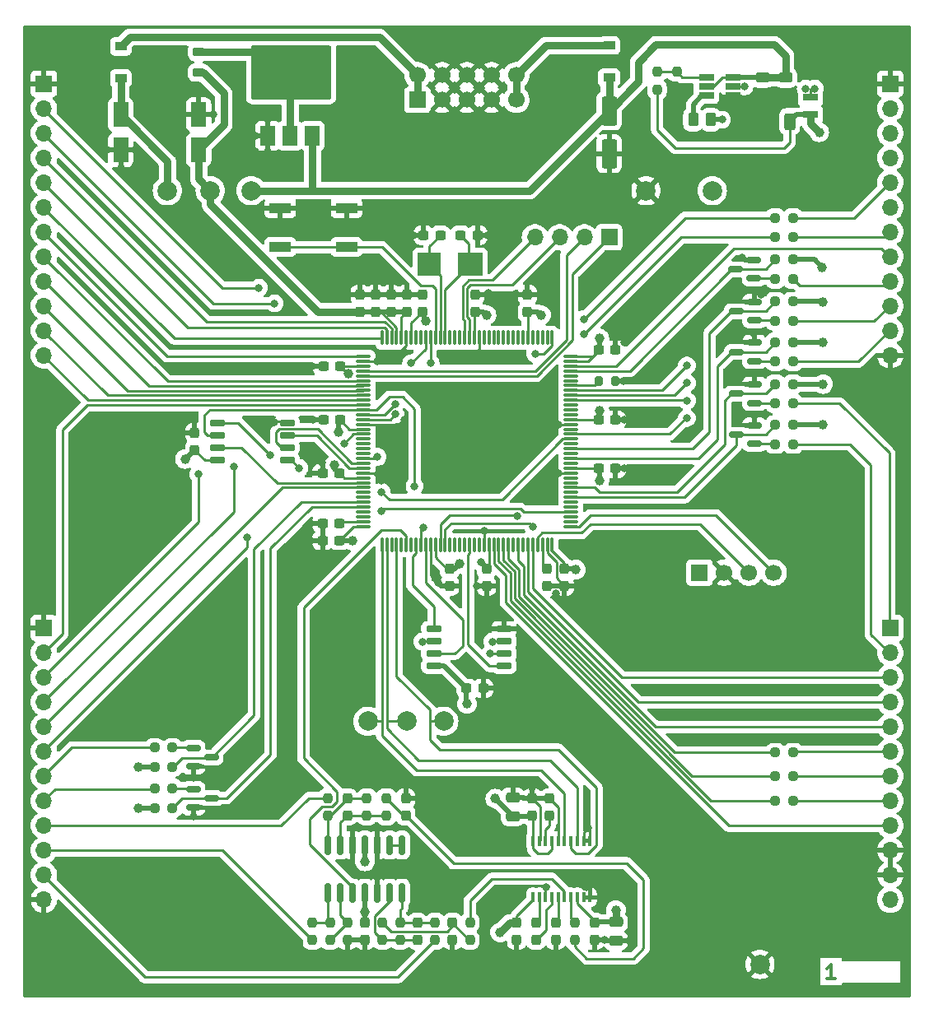
<source format=gbr>
%TF.GenerationSoftware,KiCad,Pcbnew,8.0.1*%
%TF.CreationDate,2024-05-28T13:06:32+01:00*%
%TF.ProjectId,Punck_Components,50756e63-6b5f-4436-9f6d-706f6e656e74,rev?*%
%TF.SameCoordinates,Original*%
%TF.FileFunction,Copper,L1,Top*%
%TF.FilePolarity,Positive*%
%FSLAX46Y46*%
G04 Gerber Fmt 4.6, Leading zero omitted, Abs format (unit mm)*
G04 Created by KiCad (PCBNEW 8.0.1) date 2024-05-28 13:06:32*
%MOMM*%
%LPD*%
G01*
G04 APERTURE LIST*
G04 Aperture macros list*
%AMRoundRect*
0 Rectangle with rounded corners*
0 $1 Rounding radius*
0 $2 $3 $4 $5 $6 $7 $8 $9 X,Y pos of 4 corners*
0 Add a 4 corners polygon primitive as box body*
4,1,4,$2,$3,$4,$5,$6,$7,$8,$9,$2,$3,0*
0 Add four circle primitives for the rounded corners*
1,1,$1+$1,$2,$3*
1,1,$1+$1,$4,$5*
1,1,$1+$1,$6,$7*
1,1,$1+$1,$8,$9*
0 Add four rect primitives between the rounded corners*
20,1,$1+$1,$2,$3,$4,$5,0*
20,1,$1+$1,$4,$5,$6,$7,0*
20,1,$1+$1,$6,$7,$8,$9,0*
20,1,$1+$1,$8,$9,$2,$3,0*%
G04 Aperture macros list end*
%ADD10C,0.300000*%
%TA.AperFunction,NonConductor*%
%ADD11C,0.300000*%
%TD*%
%TA.AperFunction,SMDPad,CuDef*%
%ADD12RoundRect,0.237500X0.250000X0.237500X-0.250000X0.237500X-0.250000X-0.237500X0.250000X-0.237500X0*%
%TD*%
%TA.AperFunction,SMDPad,CuDef*%
%ADD13RoundRect,0.237500X-0.237500X0.250000X-0.237500X-0.250000X0.237500X-0.250000X0.237500X0.250000X0*%
%TD*%
%TA.AperFunction,ComponentPad*%
%ADD14R,1.700000X1.700000*%
%TD*%
%TA.AperFunction,ComponentPad*%
%ADD15C,1.700000*%
%TD*%
%TA.AperFunction,SMDPad,CuDef*%
%ADD16RoundRect,0.237500X-0.237500X0.300000X-0.237500X-0.300000X0.237500X-0.300000X0.237500X0.300000X0*%
%TD*%
%TA.AperFunction,SMDPad,CuDef*%
%ADD17RoundRect,0.250000X-0.450000X0.262500X-0.450000X-0.262500X0.450000X-0.262500X0.450000X0.262500X0*%
%TD*%
%TA.AperFunction,SMDPad,CuDef*%
%ADD18R,1.500000X2.000000*%
%TD*%
%TA.AperFunction,SMDPad,CuDef*%
%ADD19R,3.800000X2.000000*%
%TD*%
%TA.AperFunction,SMDPad,CuDef*%
%ADD20RoundRect,0.237500X-0.250000X-0.237500X0.250000X-0.237500X0.250000X0.237500X-0.250000X0.237500X0*%
%TD*%
%TA.AperFunction,ComponentPad*%
%ADD21C,2.000000*%
%TD*%
%TA.AperFunction,SMDPad,CuDef*%
%ADD22RoundRect,0.100000X0.100000X-0.400000X0.100000X0.400000X-0.100000X0.400000X-0.100000X-0.400000X0*%
%TD*%
%TA.AperFunction,SMDPad,CuDef*%
%ADD23RoundRect,0.250000X0.262500X0.450000X-0.262500X0.450000X-0.262500X-0.450000X0.262500X-0.450000X0*%
%TD*%
%TA.AperFunction,SMDPad,CuDef*%
%ADD24RoundRect,0.237500X0.237500X-0.300000X0.237500X0.300000X-0.237500X0.300000X-0.237500X-0.300000X0*%
%TD*%
%TA.AperFunction,SMDPad,CuDef*%
%ADD25RoundRect,0.150000X-0.587500X-0.150000X0.587500X-0.150000X0.587500X0.150000X-0.587500X0.150000X0*%
%TD*%
%TA.AperFunction,SMDPad,CuDef*%
%ADD26RoundRect,0.237500X0.237500X-0.250000X0.237500X0.250000X-0.237500X0.250000X-0.237500X-0.250000X0*%
%TD*%
%TA.AperFunction,SMDPad,CuDef*%
%ADD27RoundRect,0.250000X0.475000X-0.250000X0.475000X0.250000X-0.475000X0.250000X-0.475000X-0.250000X0*%
%TD*%
%TA.AperFunction,SMDPad,CuDef*%
%ADD28RoundRect,0.250000X-0.475000X0.250000X-0.475000X-0.250000X0.475000X-0.250000X0.475000X0.250000X0*%
%TD*%
%TA.AperFunction,SMDPad,CuDef*%
%ADD29RoundRect,0.150000X0.650000X0.150000X-0.650000X0.150000X-0.650000X-0.150000X0.650000X-0.150000X0*%
%TD*%
%TA.AperFunction,SMDPad,CuDef*%
%ADD30RoundRect,0.150000X0.587500X0.150000X-0.587500X0.150000X-0.587500X-0.150000X0.587500X-0.150000X0*%
%TD*%
%TA.AperFunction,SMDPad,CuDef*%
%ADD31R,1.600000X0.800000*%
%TD*%
%TA.AperFunction,SMDPad,CuDef*%
%ADD32RoundRect,0.200000X0.200000X0.275000X-0.200000X0.275000X-0.200000X-0.275000X0.200000X-0.275000X0*%
%TD*%
%TA.AperFunction,SMDPad,CuDef*%
%ADD33RoundRect,0.150000X0.150000X-0.825000X0.150000X0.825000X-0.150000X0.825000X-0.150000X-0.825000X0*%
%TD*%
%TA.AperFunction,SMDPad,CuDef*%
%ADD34RoundRect,0.237500X0.300000X0.237500X-0.300000X0.237500X-0.300000X-0.237500X0.300000X-0.237500X0*%
%TD*%
%TA.AperFunction,ComponentPad*%
%ADD35O,1.700000X1.700000*%
%TD*%
%TA.AperFunction,SMDPad,CuDef*%
%ADD36RoundRect,0.237500X-0.300000X-0.237500X0.300000X-0.237500X0.300000X0.237500X-0.300000X0.237500X0*%
%TD*%
%TA.AperFunction,SMDPad,CuDef*%
%ADD37RoundRect,0.075000X-0.075000X0.662500X-0.075000X-0.662500X0.075000X-0.662500X0.075000X0.662500X0*%
%TD*%
%TA.AperFunction,SMDPad,CuDef*%
%ADD38RoundRect,0.075000X-0.662500X0.075000X-0.662500X-0.075000X0.662500X-0.075000X0.662500X0.075000X0*%
%TD*%
%TA.AperFunction,SMDPad,CuDef*%
%ADD39R,2.450000X2.400000*%
%TD*%
%TA.AperFunction,SMDPad,CuDef*%
%ADD40R,2.550000X2.400000*%
%TD*%
%TA.AperFunction,SMDPad,CuDef*%
%ADD41R,1.200000X0.900000*%
%TD*%
%TA.AperFunction,SMDPad,CuDef*%
%ADD42RoundRect,0.250000X0.550000X-1.050000X0.550000X1.050000X-0.550000X1.050000X-0.550000X-1.050000X0*%
%TD*%
%TA.AperFunction,SMDPad,CuDef*%
%ADD43R,2.200000X1.000000*%
%TD*%
%TA.AperFunction,SMDPad,CuDef*%
%ADD44RoundRect,0.250000X0.312500X0.625000X-0.312500X0.625000X-0.312500X-0.625000X0.312500X-0.625000X0*%
%TD*%
%TA.AperFunction,SMDPad,CuDef*%
%ADD45RoundRect,0.218750X0.381250X-0.218750X0.381250X0.218750X-0.381250X0.218750X-0.381250X-0.218750X0*%
%TD*%
%TA.AperFunction,SMDPad,CuDef*%
%ADD46R,1.560000X0.650000*%
%TD*%
%TA.AperFunction,SMDPad,CuDef*%
%ADD47RoundRect,0.250000X-0.550000X1.250000X-0.550000X-1.250000X0.550000X-1.250000X0.550000X1.250000X0*%
%TD*%
%TA.AperFunction,ViaPad*%
%ADD48C,1.000000*%
%TD*%
%TA.AperFunction,ViaPad*%
%ADD49C,0.800000*%
%TD*%
%TA.AperFunction,Conductor*%
%ADD50C,0.500000*%
%TD*%
%TA.AperFunction,Conductor*%
%ADD51C,0.750000*%
%TD*%
%TA.AperFunction,Conductor*%
%ADD52C,0.250000*%
%TD*%
G04 APERTURE END LIST*
D10*
D11*
X83428572Y-98078328D02*
X82571429Y-98078328D01*
X83000000Y-98078328D02*
X83000000Y-96578328D01*
X83000000Y-96578328D02*
X82857143Y-96792614D01*
X82857143Y-96792614D02*
X82714286Y-96935471D01*
X82714286Y-96935471D02*
X82571429Y-97006900D01*
D12*
%TO.P,R27,1*%
%TO.N,/SNARE_IN*%
X79112500Y-38900000D03*
%TO.P,R27,2*%
%TO.N,Net-(Q5-Pad1)*%
X77287500Y-38900000D03*
%TD*%
%TO.P,R22,1*%
%TO.N,/HH_LED*%
X79112500Y-79800000D03*
%TO.P,R22,2*%
%TO.N,/HH_LED_OUT*%
X77287500Y-79800000D03*
%TD*%
%TO.P,R18,1*%
%TO.N,/CH_IN*%
X79112500Y-30400000D03*
%TO.P,R18,2*%
%TO.N,Net-(Q3-Pad1)*%
X77287500Y-30400000D03*
%TD*%
D13*
%TO.P,R8,1*%
%TO.N,Net-(C1-Pad1)*%
X42300000Y-92287500D03*
%TO.P,R8,2*%
%TO.N,/AUDIO_OUT_L*%
X42300000Y-94112500D03*
%TD*%
D14*
%TO.P,J7,1,Pin_1*%
%TO.N,-12V*%
X40500000Y-7662500D03*
D15*
%TO.P,J7,2,Pin_2*%
X40500000Y-5122500D03*
%TO.P,J7,3,Pin_3*%
%TO.N,GND*%
X43040000Y-7662500D03*
%TO.P,J7,4,Pin_4*%
X43040000Y-5122500D03*
%TO.P,J7,5,Pin_5*%
X45580000Y-7662500D03*
%TO.P,J7,6,Pin_6*%
X45580000Y-5122500D03*
%TO.P,J7,7,Pin_7*%
X48120000Y-7662500D03*
%TO.P,J7,8,Pin_8*%
X48120000Y-5122500D03*
%TO.P,J7,9,Pin_9*%
%TO.N,+12V*%
X50660000Y-7662500D03*
%TO.P,J7,10,Pin_10*%
X50660000Y-5122500D03*
%TD*%
D16*
%TO.P,C3,1*%
%TO.N,GND*%
X46400000Y-27737500D03*
%TO.P,C3,2*%
%TO.N,+3V3*%
X46400000Y-29462500D03*
%TD*%
D17*
%TO.P,C40,1*%
%TO.N,VCC*%
X78350000Y-5387500D03*
%TO.P,C40,2*%
%TO.N,GND*%
X78350000Y-7212500D03*
%TD*%
D18*
%TO.P,U7,1,GND*%
%TO.N,GND*%
X25100000Y-11350000D03*
%TO.P,U7,2,VO*%
%TO.N,/VO*%
X27400000Y-11350000D03*
D19*
X27400000Y-5050000D03*
D18*
%TO.P,U7,3,VI*%
%TO.N,VCC*%
X29700000Y-11350000D03*
%TD*%
D20*
%TO.P,R17,1*%
%TO.N,/CH_CLAMP*%
X77287500Y-28400000D03*
%TO.P,R17,2*%
%TO.N,+3.3VA*%
X79112500Y-28400000D03*
%TD*%
D12*
%TO.P,R28,1*%
%TO.N,/SAMPLER_A_CLAMP*%
X15312500Y-76300000D03*
%TO.P,R28,2*%
%TO.N,+3.3VA*%
X13487500Y-76300000D03*
%TD*%
D21*
%TO.P,TP9,1,1*%
%TO.N,GND*%
X75700000Y-96600000D03*
%TD*%
D12*
%TO.P,R5,1*%
%TO.N,/MIDI_IN*%
X79112500Y-26100000D03*
%TO.P,R5,2*%
%TO.N,Net-(Q1-Pad1)*%
X77287500Y-26100000D03*
%TD*%
D22*
%TO.P,U4,1,CPVDD*%
%TO.N,+3.3VA*%
X52375000Y-89700000D03*
%TO.P,U4,2,CAPP*%
%TO.N,Net-(C34-Pad1)*%
X53025000Y-89700000D03*
%TO.P,U4,3,CPGND*%
%TO.N,GND*%
X53675000Y-89700000D03*
%TO.P,U4,4,CAPM*%
%TO.N,Net-(C34-Pad2)*%
X54325000Y-89700000D03*
%TO.P,U4,5,VNEG*%
%TO.N,Net-(C36-Pad1)*%
X54975000Y-89700000D03*
%TO.P,U4,6,OUTL*%
%TO.N,/DAC_OUT_L*%
X55625000Y-89700000D03*
%TO.P,U4,7,OUTR*%
%TO.N,/DAC_OUT_R*%
X56275000Y-89700000D03*
%TO.P,U4,8,AVDD*%
%TO.N,+3.3VA*%
X56925000Y-89700000D03*
%TO.P,U4,9,AGND*%
%TO.N,GND*%
X57575000Y-89700000D03*
%TO.P,U4,10,DEMP*%
X58225000Y-89700000D03*
%TO.P,U4,11,FLT*%
X58225000Y-83900000D03*
%TO.P,U4,12,SCK*%
X57575000Y-83900000D03*
%TO.P,U4,13,BCK*%
%TO.N,/DAC_BCLK*%
X56925000Y-83900000D03*
%TO.P,U4,14,DIN*%
%TO.N,/DAC_DATA*%
X56275000Y-83900000D03*
%TO.P,U4,15,LRCK*%
%TO.N,/DAC_LRCLK*%
X55625000Y-83900000D03*
%TO.P,U4,16,FMT*%
%TO.N,GND*%
X54975000Y-83900000D03*
%TO.P,U4,17,XSMT*%
%TO.N,+3V3*%
X54325000Y-83900000D03*
%TO.P,U4,18,LDOO*%
%TO.N,Net-(C35-Pad2)*%
X53675000Y-83900000D03*
%TO.P,U4,19,DGND*%
%TO.N,GND*%
X53025000Y-83900000D03*
%TO.P,U4,20,DVDD*%
%TO.N,+3V3*%
X52375000Y-83900000D03*
%TD*%
D17*
%TO.P,C39,1*%
%TO.N,VCC*%
X75950000Y-5387500D03*
%TO.P,C39,2*%
%TO.N,GND*%
X75950000Y-7212500D03*
%TD*%
D23*
%TO.P,C38,1*%
%TO.N,/VSW*%
X70662500Y-9700000D03*
%TO.P,C38,2*%
%TO.N,/CB*%
X68837500Y-9700000D03*
%TD*%
D12*
%TO.P,R30,1*%
%TO.N,/SAMPLER_B_CLAMP*%
X15312500Y-80500000D03*
%TO.P,R30,2*%
%TO.N,+3.3VA*%
X13487500Y-80500000D03*
%TD*%
D16*
%TO.P,C34,1*%
%TO.N,Net-(C34-Pad1)*%
X52700000Y-92337500D03*
%TO.P,C34,2*%
%TO.N,Net-(C34-Pad2)*%
X52700000Y-94062500D03*
%TD*%
D24*
%TO.P,C10,1*%
%TO.N,GND*%
X55600000Y-57662500D03*
%TO.P,C10,2*%
%TO.N,+3V3*%
X55600000Y-55937500D03*
%TD*%
D25*
%TO.P,Q6,1,B*%
%TO.N,Net-(Q6-Pad1)*%
X17448750Y-74350000D03*
%TO.P,Q6,2,E*%
%TO.N,GND*%
X17448750Y-76250000D03*
%TO.P,Q6,3,C*%
%TO.N,/SAMPLER_A_CLAMP*%
X19323750Y-75300000D03*
%TD*%
D24*
%TO.P,C24,1*%
%TO.N,Net-(C24-Pad1)*%
X39300000Y-81262500D03*
%TO.P,C24,2*%
%TO.N,GND*%
X39300000Y-79537500D03*
%TD*%
D21*
%TO.P,TP3,1,1*%
%TO.N,/DAC_BCLK*%
X39400000Y-71600000D03*
%TD*%
D26*
%TO.P,R7,1*%
%TO.N,Net-(C1-Pad2)*%
X36900000Y-94112500D03*
%TO.P,R7,2*%
%TO.N,Net-(C17-Pad1)*%
X36900000Y-92287500D03*
%TD*%
D16*
%TO.P,C25,1*%
%TO.N,VCC*%
X35100000Y-92337500D03*
%TO.P,C25,2*%
%TO.N,GND*%
X35100000Y-94062500D03*
%TD*%
D12*
%TO.P,R24,1*%
%TO.N,/SA_LED*%
X79112500Y-19800000D03*
%TO.P,R24,2*%
%TO.N,/SA_LED_OUT*%
X77287500Y-19800000D03*
%TD*%
D27*
%TO.P,C32,1*%
%TO.N,+3V3*%
X50300000Y-81350000D03*
%TO.P,C32,2*%
%TO.N,GND*%
X50300000Y-79450000D03*
%TD*%
D26*
%TO.P,R32,1*%
%TO.N,+3V3*%
X65150000Y-6612500D03*
%TO.P,R32,2*%
%TO.N,/FB*%
X65150000Y-4787500D03*
%TD*%
D13*
%TO.P,R4,1*%
%TO.N,Net-(R4-Pad1)*%
X31500000Y-92287500D03*
%TO.P,R4,2*%
%TO.N,Net-(R3-Pad1)*%
X31500000Y-94112500D03*
%TD*%
D21*
%TO.P,TP8,1,1*%
%TO.N,VEE*%
X14800000Y-17000000D03*
%TD*%
D24*
%TO.P,C33,1*%
%TO.N,+3V3*%
X17600000Y-43662500D03*
%TO.P,C33,2*%
%TO.N,GND*%
X17600000Y-41937500D03*
%TD*%
D28*
%TO.P,C30,1*%
%TO.N,+3.3VA*%
X60900000Y-92250000D03*
%TO.P,C30,2*%
%TO.N,GND*%
X60900000Y-94150000D03*
%TD*%
D13*
%TO.P,R9,1*%
%TO.N,Net-(R4-Pad1)*%
X29700000Y-92287500D03*
%TO.P,R9,2*%
%TO.N,/TEMPO_OUT*%
X29700000Y-94112500D03*
%TD*%
D16*
%TO.P,C4,1*%
%TO.N,GND*%
X41000000Y-27737500D03*
%TO.P,C4,2*%
%TO.N,+3V3*%
X41000000Y-29462500D03*
%TD*%
D24*
%TO.P,C31,1*%
%TO.N,+3V3*%
X52300000Y-81262500D03*
%TO.P,C31,2*%
%TO.N,GND*%
X52300000Y-79537500D03*
%TD*%
D16*
%TO.P,C36,1*%
%TO.N,Net-(C36-Pad1)*%
X54700000Y-92337500D03*
%TO.P,C36,2*%
%TO.N,GND*%
X54700000Y-94062500D03*
%TD*%
D29*
%TO.P,U5,1,~{CS}*%
%TO.N,Net-(JP1-Pad2)*%
X27100000Y-44705000D03*
%TO.P,U5,2,DO(IO1)*%
%TO.N,/QSPI_BK2_IO1*%
X27100000Y-43435000D03*
%TO.P,U5,3,IO2*%
%TO.N,/QSPI_BK2_IO2*%
X27100000Y-42165000D03*
%TO.P,U5,4,GND*%
%TO.N,GND*%
X27100000Y-40895000D03*
%TO.P,U5,5,DI(IO0)*%
%TO.N,/QSPI_BK2_IO0*%
X19900000Y-40895000D03*
%TO.P,U5,6,CLK*%
%TO.N,/QSPI_CLK*%
X19900000Y-42165000D03*
%TO.P,U5,7,IO3*%
%TO.N,/QSPI_BK2_IO3*%
X19900000Y-43435000D03*
%TO.P,U5,8,VCC*%
%TO.N,+3V3*%
X19900000Y-44705000D03*
%TD*%
D30*
%TO.P,Q1,1,B*%
%TO.N,Net-(Q1-Pad1)*%
X75100000Y-26050000D03*
%TO.P,Q1,2,E*%
%TO.N,GND*%
X75100000Y-24150000D03*
%TO.P,Q1,3,C*%
%TO.N,/MIDI_UART*%
X73225000Y-25100000D03*
%TD*%
%TO.P,Q4,1,B*%
%TO.N,Net-(Q4-Pad1)*%
X75137500Y-43050000D03*
%TO.P,Q4,2,E*%
%TO.N,GND*%
X75137500Y-41150000D03*
%TO.P,Q4,3,C*%
%TO.N,/KICK_CLAMP*%
X73262500Y-42100000D03*
%TD*%
D21*
%TO.P,TP7,1,1*%
%TO.N,VCC*%
X23400000Y-17000000D03*
%TD*%
D12*
%TO.P,R25,1*%
%TO.N,/SB_LED*%
X79112500Y-21800000D03*
%TO.P,R25,2*%
%TO.N,/SB_LED_OUT*%
X77287500Y-21800000D03*
%TD*%
D13*
%TO.P,R33,1*%
%TO.N,/FB*%
X67150000Y-4787500D03*
%TO.P,R33,2*%
%TO.N,GND*%
X67150000Y-6612500D03*
%TD*%
D31*
%TO.P,L1,1*%
%TO.N,/VSW*%
X80900000Y-7400000D03*
%TO.P,L1,2*%
%TO.N,+3V3*%
X80900000Y-9200000D03*
%TD*%
D25*
%TO.P,Q7,1,B*%
%TO.N,Net-(Q7-Pad1)*%
X17448750Y-78550000D03*
%TO.P,Q7,2,E*%
%TO.N,GND*%
X17448750Y-80450000D03*
%TO.P,Q7,3,C*%
%TO.N,/SAMPLER_B_CLAMP*%
X19323750Y-79500000D03*
%TD*%
D32*
%TO.P,R10,1*%
%TO.N,GND*%
X60825000Y-36600000D03*
%TO.P,R10,2*%
%TO.N,Net-(R10-Pad2)*%
X59175000Y-36600000D03*
%TD*%
D33*
%TO.P,U1,1*%
%TO.N,Net-(R4-Pad1)*%
X31290000Y-89275000D03*
%TO.P,U1,2,-*%
%TO.N,Net-(R3-Pad1)*%
X32560000Y-89275000D03*
%TO.P,U1,3,+*%
%TO.N,/TEMPO_CLOCK*%
X33830000Y-89275000D03*
%TO.P,U1,4,V+*%
%TO.N,VCC*%
X35100000Y-89275000D03*
%TO.P,U1,5,+*%
%TO.N,GND*%
X36370000Y-89275000D03*
%TO.P,U1,6,-*%
%TO.N,Net-(C1-Pad2)*%
X37640000Y-89275000D03*
%TO.P,U1,7*%
%TO.N,Net-(C1-Pad1)*%
X38910000Y-89275000D03*
%TO.P,U1,8*%
%TO.N,Net-(U1-Pad8)*%
X38910000Y-84325000D03*
%TO.P,U1,9,-*%
X37640000Y-84325000D03*
%TO.P,U1,10,+*%
%TO.N,GND*%
X36370000Y-84325000D03*
%TO.P,U1,11,V-*%
%TO.N,VEE*%
X35100000Y-84325000D03*
%TO.P,U1,12,+*%
%TO.N,GND*%
X33830000Y-84325000D03*
%TO.P,U1,13,-*%
%TO.N,Net-(C20-Pad2)*%
X32560000Y-84325000D03*
%TO.P,U1,14*%
%TO.N,Net-(C20-Pad1)*%
X31290000Y-84325000D03*
%TD*%
D26*
%TO.P,R16,1*%
%TO.N,Net-(C20-Pad1)*%
X31300000Y-81312500D03*
%TO.P,R16,2*%
%TO.N,/AUDIO_OUT_R*%
X31300000Y-79487500D03*
%TD*%
D34*
%TO.P,C11,1*%
%TO.N,GND*%
X60862500Y-45600000D03*
%TO.P,C11,2*%
%TO.N,+3V3*%
X59137500Y-45600000D03*
%TD*%
D13*
%TO.P,R13,1*%
%TO.N,Net-(C20-Pad1)*%
X35300000Y-79487500D03*
%TO.P,R13,2*%
%TO.N,Net-(C20-Pad2)*%
X35300000Y-81312500D03*
%TD*%
D14*
%TO.P,J5,1,Pin_1*%
%TO.N,/DAC2*%
X60200000Y-21800000D03*
D35*
%TO.P,J5,2,Pin_2*%
%TO.N,/DAC1*%
X57660000Y-21800000D03*
%TO.P,J5,3,Pin_3*%
%TO.N,/UART_RX*%
X55120000Y-21800000D03*
%TO.P,J5,4,Pin_4*%
%TO.N,/UART_TX*%
X52580000Y-21800000D03*
%TD*%
D30*
%TO.P,Q2,1,B*%
%TO.N,Net-(Q2-Pad1)*%
X75137500Y-34550000D03*
%TO.P,Q2,2,E*%
%TO.N,GND*%
X75137500Y-32650000D03*
%TO.P,Q2,3,C*%
%TO.N,/OH_CLAMP*%
X73262500Y-33600000D03*
%TD*%
D12*
%TO.P,R23,1*%
%TO.N,/KICK_IN*%
X79112500Y-43100000D03*
%TO.P,R23,2*%
%TO.N,Net-(Q4-Pad1)*%
X77287500Y-43100000D03*
%TD*%
D36*
%TO.P,C6,1*%
%TO.N,GND*%
X30837500Y-40600000D03*
%TO.P,C6,2*%
%TO.N,+3V3*%
X32562500Y-40600000D03*
%TD*%
D16*
%TO.P,C28,1*%
%TO.N,+3.3VA*%
X50700000Y-92337500D03*
%TO.P,C28,2*%
%TO.N,GND*%
X50700000Y-94062500D03*
%TD*%
D34*
%TO.P,C13,1*%
%TO.N,GND*%
X60862500Y-33400000D03*
%TO.P,C13,2*%
%TO.N,+3V3*%
X59137500Y-33400000D03*
%TD*%
D30*
%TO.P,Q5,1,B*%
%TO.N,Net-(Q5-Pad1)*%
X75137500Y-38850000D03*
%TO.P,Q5,2,E*%
%TO.N,GND*%
X75137500Y-36950000D03*
%TO.P,Q5,3,C*%
%TO.N,/SNARE_CLAMP*%
X73262500Y-37900000D03*
%TD*%
D13*
%TO.P,R3,1*%
%TO.N,Net-(R3-Pad1)*%
X33300000Y-92287500D03*
%TO.P,R3,2*%
%TO.N,GND*%
X33300000Y-94112500D03*
%TD*%
D24*
%TO.P,C14,1*%
%TO.N,GND*%
X47600000Y-57662500D03*
%TO.P,C14,2*%
%TO.N,+3V3*%
X47600000Y-55937500D03*
%TD*%
D37*
%TO.P,U2,1,PE2*%
%TO.N,/QSPI_BK1_IO2*%
X54350000Y-32137500D03*
%TO.P,U2,2,PE3*%
%TO.N,unconnected-(U2-Pad2)*%
X53850000Y-32137500D03*
%TO.P,U2,3,PE4*%
%TO.N,unconnected-(U2-Pad3)*%
X53350000Y-32137500D03*
%TO.P,U2,4,PE5*%
%TO.N,unconnected-(U2-Pad4)*%
X52850000Y-32137500D03*
%TO.P,U2,5,PE6*%
%TO.N,unconnected-(U2-Pad5)*%
X52350000Y-32137500D03*
%TO.P,U2,6,VBAT*%
%TO.N,+3V3*%
X51850000Y-32137500D03*
%TO.P,U2,7,PC13*%
%TO.N,unconnected-(U2-Pad7)*%
X51350000Y-32137500D03*
%TO.P,U2,8,PC14*%
%TO.N,unconnected-(U2-Pad8)*%
X50850000Y-32137500D03*
%TO.P,U2,9,PC15*%
%TO.N,unconnected-(U2-Pad9)*%
X50350000Y-32137500D03*
%TO.P,U2,10,PF0*%
%TO.N,unconnected-(U2-Pad10)*%
X49850000Y-32137500D03*
%TO.P,U2,11,PF1*%
%TO.N,unconnected-(U2-Pad11)*%
X49350000Y-32137500D03*
%TO.P,U2,12,PF2*%
%TO.N,unconnected-(U2-Pad12)*%
X48850000Y-32137500D03*
%TO.P,U2,13,PF3*%
%TO.N,unconnected-(U2-Pad13)*%
X48350000Y-32137500D03*
%TO.P,U2,14,PF4*%
%TO.N,unconnected-(U2-Pad14)*%
X47850000Y-32137500D03*
%TO.P,U2,15,PF5*%
%TO.N,unconnected-(U2-Pad15)*%
X47350000Y-32137500D03*
%TO.P,U2,16,VSS*%
%TO.N,GND*%
X46850000Y-32137500D03*
%TO.P,U2,17,VDD*%
%TO.N,+3V3*%
X46350000Y-32137500D03*
%TO.P,U2,18,PF6*%
%TO.N,/UART_RX*%
X45850000Y-32137500D03*
%TO.P,U2,19,PF7*%
%TO.N,/UART_TX*%
X45350000Y-32137500D03*
%TO.P,U2,20,PF8*%
%TO.N,unconnected-(U2-Pad20)*%
X44850000Y-32137500D03*
%TO.P,U2,21,PF9*%
%TO.N,unconnected-(U2-Pad21)*%
X44350000Y-32137500D03*
%TO.P,U2,22,PF10*%
%TO.N,unconnected-(U2-Pad22)*%
X43850000Y-32137500D03*
%TO.P,U2,23,PH0*%
%TO.N,Net-(C23-Pad1)*%
X43350000Y-32137500D03*
%TO.P,U2,24,PH1*%
%TO.N,Net-(C26-Pad1)*%
X42850000Y-32137500D03*
%TO.P,U2,25,NRST*%
%TO.N,Net-(RESET1-Pad1)*%
X42350000Y-32137500D03*
%TO.P,U2,26,PC0*%
%TO.N,/SNARE_FILTER_POT*%
X41850000Y-32137500D03*
%TO.P,U2,27,PC1*%
%TO.N,/SAMPLER_A_VOICE_POT*%
X41350000Y-32137500D03*
%TO.P,U2,28,PC2_C*%
%TO.N,unconnected-(U2-Pad28)*%
X40850000Y-32137500D03*
%TO.P,U2,29,PC3_C*%
%TO.N,unconnected-(U2-Pad29)*%
X40350000Y-32137500D03*
%TO.P,U2,30,VDD*%
%TO.N,+3V3*%
X39850000Y-32137500D03*
%TO.P,U2,31,VSSA*%
%TO.N,GND*%
X39350000Y-32137500D03*
%TO.P,U2,32,VREF+*%
%TO.N,+3.3VA*%
X38850000Y-32137500D03*
%TO.P,U2,33,VDDA*%
X38350000Y-32137500D03*
%TO.P,U2,34,PA0*%
%TO.N,/KICK_ATTACK_POT*%
X37850000Y-32137500D03*
%TO.P,U2,35,PA1*%
%TO.N,/KICK_DECAY_POT*%
X37350000Y-32137500D03*
%TO.P,U2,36,PA2*%
%TO.N,/KICK_VOL_POT*%
X36850000Y-32137500D03*
D38*
%TO.P,U2,37,PA3*%
%TO.N,/SNARE_TUNING_POT*%
X34937500Y-34050000D03*
%TO.P,U2,38,VSS*%
%TO.N,GND*%
X34937500Y-34550000D03*
%TO.P,U2,39,VDD*%
%TO.N,+3V3*%
X34937500Y-35050000D03*
%TO.P,U2,40,PA4*%
%TO.N,/DAC1*%
X34937500Y-35550000D03*
%TO.P,U2,41,PA5*%
%TO.N,/DAC2*%
X34937500Y-36050000D03*
%TO.P,U2,42,PA6*%
%TO.N,/HIHAT_DECAY_POT*%
X34937500Y-36550000D03*
%TO.P,U2,43,PA7*%
%TO.N,/SAMPLER_B_VOICE_POT*%
X34937500Y-37050000D03*
%TO.P,U2,44,PC4*%
%TO.N,/SNARE_VOL_POT*%
X34937500Y-37550000D03*
%TO.P,U2,45,PC5*%
%TO.N,/SAMPLER_A_SPEED_POT*%
X34937500Y-38050000D03*
%TO.P,U2,46,PB0*%
%TO.N,/SAMPLER_B_SPEED_POT*%
X34937500Y-38550000D03*
%TO.P,U2,47,PB1*%
%TO.N,/HIHAT_VOL_POT*%
X34937500Y-39050000D03*
%TO.P,U2,48,PB2*%
%TO.N,/QSPI_CLK*%
X34937500Y-39550000D03*
%TO.P,U2,49,PF11*%
%TO.N,/SAMPLER_A_VOL_POT*%
X34937500Y-40050000D03*
%TO.P,U2,50,PF12*%
%TO.N,/SAMPLER_B_VOL_POT*%
X34937500Y-40550000D03*
%TO.P,U2,51,VSS*%
%TO.N,GND*%
X34937500Y-41050000D03*
%TO.P,U2,52,VDD*%
%TO.N,+3V3*%
X34937500Y-41550000D03*
%TO.P,U2,53,PF13*%
%TO.N,/TEMPO_POT*%
X34937500Y-42050000D03*
%TO.P,U2,54,PF14*%
%TO.N,unconnected-(U2-Pad54)*%
X34937500Y-42550000D03*
%TO.P,U2,55,PF15*%
%TO.N,unconnected-(U2-Pad55)*%
X34937500Y-43050000D03*
%TO.P,U2,56,PG0*%
%TO.N,unconnected-(U2-Pad56)*%
X34937500Y-43550000D03*
%TO.P,U2,57,PG1*%
%TO.N,unconnected-(U2-Pad57)*%
X34937500Y-44050000D03*
%TO.P,U2,58,PE7*%
%TO.N,/QSPI_BK2_IO0*%
X34937500Y-44550000D03*
%TO.P,U2,59,PE8*%
%TO.N,/QSPI_BK2_IO1*%
X34937500Y-45050000D03*
%TO.P,U2,60,PE9*%
%TO.N,/QSPI_BK2_IO2*%
X34937500Y-45550000D03*
%TO.P,U2,61,VSS*%
%TO.N,GND*%
X34937500Y-46050000D03*
%TO.P,U2,62,VDD*%
%TO.N,+3V3*%
X34937500Y-46550000D03*
%TO.P,U2,63,PE10*%
%TO.N,/QSPI_BK2_IO3*%
X34937500Y-47050000D03*
%TO.P,U2,64,PE11*%
%TO.N,/HH_BTN*%
X34937500Y-47550000D03*
%TO.P,U2,65,PE12*%
%TO.N,unconnected-(U2-Pad65)*%
X34937500Y-48050000D03*
%TO.P,U2,66,PE13*%
%TO.N,unconnected-(U2-Pad66)*%
X34937500Y-48550000D03*
%TO.P,U2,67,PE14*%
%TO.N,/SAMPLER_A_CLAMP*%
X34937500Y-49050000D03*
%TO.P,U2,68,PE15*%
%TO.N,/SAMPLER_B_CLAMP*%
X34937500Y-49550000D03*
%TO.P,U2,69,PB10*%
%TO.N,unconnected-(U2-Pad69)*%
X34937500Y-50050000D03*
%TO.P,U2,70,PB11*%
%TO.N,unconnected-(U2-Pad70)*%
X34937500Y-50550000D03*
%TO.P,U2,71,VCAP1*%
%TO.N,Net-(C18-Pad1)*%
X34937500Y-51050000D03*
%TO.P,U2,72,VDD*%
%TO.N,+3V3*%
X34937500Y-51550000D03*
D37*
%TO.P,U2,73,PB12*%
%TO.N,/DAC_LRCLK*%
X36850000Y-53462500D03*
%TO.P,U2,74,PB13*%
%TO.N,/DAC_BCLK*%
X37350000Y-53462500D03*
%TO.P,U2,75,PB14*%
%TO.N,unconnected-(U2-Pad75)*%
X37850000Y-53462500D03*
%TO.P,U2,76,PB15*%
%TO.N,/DAC_DATA*%
X38350000Y-53462500D03*
%TO.P,U2,77,PD8*%
%TO.N,unconnected-(U2-Pad77)*%
X38850000Y-53462500D03*
%TO.P,U2,78,PD9*%
%TO.N,/TEMPO_CLOCK*%
X39350000Y-53462500D03*
%TO.P,U2,79,PD10*%
%TO.N,unconnected-(U2-Pad79)*%
X39850000Y-53462500D03*
%TO.P,U2,80,PD11*%
%TO.N,/QSPI_BK1_IO0*%
X40350000Y-53462500D03*
%TO.P,U2,81,PD12*%
%TO.N,/QSPI_BK1_IO1*%
X40850000Y-53462500D03*
%TO.P,U2,82,PD13*%
%TO.N,/QSPI_BK1_IO3*%
X41350000Y-53462500D03*
%TO.P,U2,83,VSS*%
%TO.N,GND*%
X41850000Y-53462500D03*
%TO.P,U2,84,VDD*%
%TO.N,+3V3*%
X42350000Y-53462500D03*
%TO.P,U2,85,PD14*%
%TO.N,/SA_LED_OUT*%
X42850000Y-53462500D03*
%TO.P,U2,86,PD15*%
%TO.N,/SB_LED_OUT*%
X43350000Y-53462500D03*
%TO.P,U2,87,PG2*%
%TO.N,unconnected-(U2-Pad87)*%
X43850000Y-53462500D03*
%TO.P,U2,88,PG3*%
%TO.N,unconnected-(U2-Pad88)*%
X44350000Y-53462500D03*
%TO.P,U2,89,PG4*%
%TO.N,unconnected-(U2-Pad89)*%
X44850000Y-53462500D03*
%TO.P,U2,90,PG5*%
%TO.N,unconnected-(U2-Pad90)*%
X45350000Y-53462500D03*
%TO.P,U2,91,PG6*%
%TO.N,/QSPI_BK1_NCS*%
X45850000Y-53462500D03*
%TO.P,U2,92,PG7*%
%TO.N,unconnected-(U2-Pad92)*%
X46350000Y-53462500D03*
%TO.P,U2,93,PG8*%
%TO.N,unconnected-(U2-Pad93)*%
X46850000Y-53462500D03*
%TO.P,U2,94,VSS*%
%TO.N,GND*%
X47350000Y-53462500D03*
%TO.P,U2,95,VDD33_USB*%
%TO.N,+3V3*%
X47850000Y-53462500D03*
%TO.P,U2,96,PC6*%
%TO.N,/SEQ_SELECT*%
X48350000Y-53462500D03*
%TO.P,U2,97,PC7*%
%TO.N,/HH_LED_OUT*%
X48850000Y-53462500D03*
%TO.P,U2,98,PC8*%
%TO.N,/SN_LED_OUT*%
X49350000Y-53462500D03*
%TO.P,U2,99,PC9*%
%TO.N,/KI_LED_OUT*%
X49850000Y-53462500D03*
%TO.P,U2,100,PA8*%
%TO.N,unconnected-(U2-Pad100)*%
X50350000Y-53462500D03*
%TO.P,U2,101,PA9*%
%TO.N,/USB_VBUS*%
X50850000Y-53462500D03*
%TO.P,U2,102,PA10*%
%TO.N,unconnected-(U2-Pad102)*%
X51350000Y-53462500D03*
%TO.P,U2,103,PA11*%
%TO.N,/USB_DM*%
X51850000Y-53462500D03*
%TO.P,U2,104,PA12*%
%TO.N,/USB_DP*%
X52350000Y-53462500D03*
%TO.P,U2,105,PA13*%
%TO.N,/SWIO*%
X52850000Y-53462500D03*
%TO.P,U2,106,VCAP2*%
%TO.N,Net-(C19-Pad1)*%
X53350000Y-53462500D03*
%TO.P,U2,107,VSS*%
%TO.N,GND*%
X53850000Y-53462500D03*
%TO.P,U2,108,VDD*%
%TO.N,+3V3*%
X54350000Y-53462500D03*
D38*
%TO.P,U2,109,PA14*%
%TO.N,/SWCLK*%
X56262500Y-51550000D03*
%TO.P,U2,110,PA15*%
%TO.N,unconnected-(U2-Pad110)*%
X56262500Y-51050000D03*
%TO.P,U2,111,PC10*%
%TO.N,unconnected-(U2-Pad111)*%
X56262500Y-50550000D03*
%TO.P,U2,112,PC11*%
%TO.N,/QSPI_BK2_NCS*%
X56262500Y-50050000D03*
%TO.P,U2,113,PC12*%
%TO.N,unconnected-(U2-Pad113)*%
X56262500Y-49550000D03*
%TO.P,U2,114,PD0*%
%TO.N,unconnected-(U2-Pad114)*%
X56262500Y-49050000D03*
%TO.P,U2,115,PD1*%
%TO.N,/KICK_CLAMP*%
X56262500Y-48550000D03*
%TO.P,U2,116,PD2*%
%TO.N,unconnected-(U2-Pad116)*%
X56262500Y-48050000D03*
%TO.P,U2,117,PD3*%
%TO.N,/SNARE_CLAMP*%
X56262500Y-47550000D03*
%TO.P,U2,118,PD4*%
%TO.N,unconnected-(U2-Pad118)*%
X56262500Y-47050000D03*
%TO.P,U2,119,PD5*%
%TO.N,unconnected-(U2-Pad119)*%
X56262500Y-46550000D03*
%TO.P,U2,120,VSS*%
%TO.N,GND*%
X56262500Y-46050000D03*
%TO.P,U2,121,VDD*%
%TO.N,+3V3*%
X56262500Y-45550000D03*
%TO.P,U2,122,PD6*%
%TO.N,unconnected-(U2-Pad122)*%
X56262500Y-45050000D03*
%TO.P,U2,123,PD7*%
%TO.N,/OH_CLAMP*%
X56262500Y-44550000D03*
%TO.P,U2,124,PG9*%
%TO.N,unconnected-(U2-Pad124)*%
X56262500Y-44050000D03*
%TO.P,U2,125,PG10*%
%TO.N,/CH_CLAMP*%
X56262500Y-43550000D03*
%TO.P,U2,126,PG11*%
%TO.N,unconnected-(U2-Pad126)*%
X56262500Y-43050000D03*
%TO.P,U2,127,PG12*%
%TO.N,/OCTOSPIM_P2_NCS*%
X56262500Y-42550000D03*
%TO.P,U2,128,PG13*%
%TO.N,/SB_BTN*%
X56262500Y-42050000D03*
%TO.P,U2,129,PG14*%
%TO.N,unconnected-(U2-Pad129)*%
X56262500Y-41550000D03*
%TO.P,U2,130,VSS*%
%TO.N,GND*%
X56262500Y-41050000D03*
%TO.P,U2,131,VDD*%
%TO.N,+3V3*%
X56262500Y-40550000D03*
%TO.P,U2,132,PG15*%
%TO.N,unconnected-(U2-Pad132)*%
X56262500Y-40050000D03*
%TO.P,U2,133,PB3*%
%TO.N,unconnected-(U2-Pad133)*%
X56262500Y-39550000D03*
%TO.P,U2,134,PB4*%
%TO.N,unconnected-(U2-Pad134)*%
X56262500Y-39050000D03*
%TO.P,U2,135,PB5*%
%TO.N,/SN_BTN*%
X56262500Y-38550000D03*
%TO.P,U2,136,PB6*%
%TO.N,/KI_BTN*%
X56262500Y-38050000D03*
%TO.P,U2,137,PB7*%
%TO.N,/SA_BTN*%
X56262500Y-37550000D03*
%TO.P,U2,138,BOOT0*%
%TO.N,Net-(R10-Pad2)*%
X56262500Y-37050000D03*
%TO.P,U2,139,PB8*%
%TO.N,unconnected-(U2-Pad139)*%
X56262500Y-36550000D03*
%TO.P,U2,140,PB9*%
%TO.N,unconnected-(U2-Pad140)*%
X56262500Y-36050000D03*
%TO.P,U2,141,PE0*%
%TO.N,/MIDI_UART*%
X56262500Y-35550000D03*
%TO.P,U2,142,PE1*%
%TO.N,/MIDI_LEARN*%
X56262500Y-35050000D03*
%TO.P,U2,143,PDR_ON*%
%TO.N,+3V3*%
X56262500Y-34550000D03*
%TO.P,U2,144,VDD*%
X56262500Y-34050000D03*
%TD*%
D39*
%TO.P,Y1,1,1*%
%TO.N,Net-(C26-Pad1)*%
X41725000Y-24600000D03*
D40*
%TO.P,Y1,2,2*%
%TO.N,Net-(C23-Pad1)*%
X45925000Y-24600000D03*
%TD*%
D16*
%TO.P,C20,1*%
%TO.N,Net-(C20-Pad1)*%
X33300000Y-79537500D03*
%TO.P,C20,2*%
%TO.N,Net-(C20-Pad2)*%
X33300000Y-81262500D03*
%TD*%
%TO.P,C16,1*%
%TO.N,GND*%
X37800000Y-27737500D03*
%TO.P,C16,2*%
%TO.N,+3.3VA*%
X37800000Y-29462500D03*
%TD*%
D41*
%TO.P,D1,1,K*%
%TO.N,VCC*%
X60200000Y-5362500D03*
%TO.P,D1,2,A*%
%TO.N,+12V*%
X60200000Y-2062500D03*
%TD*%
D36*
%TO.P,C5,1*%
%TO.N,GND*%
X30837500Y-35100000D03*
%TO.P,C5,2*%
%TO.N,+3V3*%
X32562500Y-35100000D03*
%TD*%
D20*
%TO.P,R29,1*%
%TO.N,/SAMPLER_A_IN*%
X13487500Y-74300000D03*
%TO.P,R29,2*%
%TO.N,Net-(Q6-Pad1)*%
X15312500Y-74300000D03*
%TD*%
D21*
%TO.P,TP1,1,1*%
%TO.N,/DAC_LRCLK*%
X35400000Y-71600000D03*
%TD*%
D26*
%TO.P,R6,1*%
%TO.N,Net-(C17-Pad1)*%
X45900000Y-94112500D03*
%TO.P,R6,2*%
%TO.N,/DAC_OUT_L*%
X45900000Y-92287500D03*
%TD*%
D34*
%TO.P,C26,1*%
%TO.N,Net-(C26-Pad1)*%
X42862500Y-21600000D03*
%TO.P,C26,2*%
%TO.N,GND*%
X41137500Y-21600000D03*
%TD*%
D20*
%TO.P,R31,1*%
%TO.N,/SAMPLER_B_IN*%
X13487500Y-78500000D03*
%TO.P,R31,2*%
%TO.N,Net-(Q7-Pad1)*%
X15312500Y-78500000D03*
%TD*%
D13*
%TO.P,R2,1*%
%TO.N,Net-(C1-Pad1)*%
X38700000Y-92287500D03*
%TO.P,R2,2*%
%TO.N,Net-(C1-Pad2)*%
X38700000Y-94112500D03*
%TD*%
D36*
%TO.P,C27,1*%
%TO.N,+3V3*%
X45537500Y-68200000D03*
%TO.P,C27,2*%
%TO.N,GND*%
X47262500Y-68200000D03*
%TD*%
D21*
%TO.P,TP6,1,1*%
%TO.N,+3.3VA*%
X19200000Y-17000000D03*
%TD*%
D29*
%TO.P,U3,1,~{CS}*%
%TO.N,/QSPI_BK1_NCS*%
X49400000Y-65905000D03*
%TO.P,U3,2,DO(IO1)*%
%TO.N,/QSPI_BK1_IO1*%
X49400000Y-64635000D03*
%TO.P,U3,3,IO2*%
%TO.N,/QSPI_BK1_IO2*%
X49400000Y-63365000D03*
%TO.P,U3,4,GND*%
%TO.N,GND*%
X49400000Y-62095000D03*
%TO.P,U3,5,DI(IO0)*%
%TO.N,/QSPI_BK1_IO0*%
X42200000Y-62095000D03*
%TO.P,U3,6,CLK*%
%TO.N,/QSPI_CLK*%
X42200000Y-63365000D03*
%TO.P,U3,7,IO3*%
%TO.N,/QSPI_BK1_IO3*%
X42200000Y-64635000D03*
%TO.P,U3,8,VCC*%
%TO.N,+3V3*%
X42200000Y-65905000D03*
%TD*%
D42*
%TO.P,C41,1*%
%TO.N,+3.3VA*%
X18000000Y-12800000D03*
%TO.P,C41,2*%
%TO.N,GND*%
X18000000Y-9200000D03*
%TD*%
D43*
%TO.P,RESET1,1,1*%
%TO.N,Net-(RESET1-Pad1)*%
X26400000Y-22800000D03*
X33200000Y-22800000D03*
%TO.P,RESET1,2,2*%
%TO.N,GND*%
X26400000Y-18800000D03*
X33200000Y-18800000D03*
%TD*%
D20*
%TO.P,R26,1*%
%TO.N,/SNARE_CLAMP*%
X77287500Y-36900000D03*
%TO.P,R26,2*%
%TO.N,+3.3VA*%
X79112500Y-36900000D03*
%TD*%
D44*
%TO.P,C42,1*%
%TO.N,+3V3*%
X78762500Y-9900000D03*
%TO.P,C42,2*%
%TO.N,GND*%
X75837500Y-9900000D03*
%TD*%
D45*
%TO.P,L2,1,1*%
%TO.N,+3.3VA*%
X18000000Y-4862500D03*
%TO.P,L2,2,2*%
%TO.N,/VO*%
X18000000Y-2737500D03*
%TD*%
D30*
%TO.P,Q3,1,B*%
%TO.N,Net-(Q3-Pad1)*%
X75137500Y-30350000D03*
%TO.P,Q3,2,E*%
%TO.N,GND*%
X75137500Y-28450000D03*
%TO.P,Q3,3,C*%
%TO.N,/CH_CLAMP*%
X73262500Y-29400000D03*
%TD*%
D12*
%TO.P,R12,1*%
%TO.N,/OH_IN*%
X79112500Y-34600000D03*
%TO.P,R12,2*%
%TO.N,Net-(Q2-Pad1)*%
X77287500Y-34600000D03*
%TD*%
D34*
%TO.P,C18,1*%
%TO.N,Net-(C18-Pad1)*%
X32462500Y-51200000D03*
%TO.P,C18,2*%
%TO.N,GND*%
X30737500Y-51200000D03*
%TD*%
D24*
%TO.P,C9,1*%
%TO.N,GND*%
X43800000Y-57662500D03*
%TO.P,C9,2*%
%TO.N,+3V3*%
X43800000Y-55937500D03*
%TD*%
D41*
%TO.P,D2,1,K*%
%TO.N,-12V*%
X10000000Y-2150000D03*
%TO.P,D2,2,A*%
%TO.N,VEE*%
X10000000Y-5450000D03*
%TD*%
D16*
%TO.P,C29,1*%
%TO.N,+3.3VA*%
X58700000Y-92337500D03*
%TO.P,C29,2*%
%TO.N,GND*%
X58700000Y-94062500D03*
%TD*%
D20*
%TO.P,R20,1*%
%TO.N,/KICK_CLAMP*%
X77287500Y-41100000D03*
%TO.P,R20,2*%
%TO.N,+3.3VA*%
X79112500Y-41100000D03*
%TD*%
D16*
%TO.P,C35,1*%
%TO.N,GND*%
X54100000Y-79537500D03*
%TO.P,C35,2*%
%TO.N,Net-(C35-Pad2)*%
X54100000Y-81262500D03*
%TD*%
D36*
%TO.P,C7,1*%
%TO.N,GND*%
X30737500Y-46100000D03*
%TO.P,C7,2*%
%TO.N,+3V3*%
X32462500Y-46100000D03*
%TD*%
D16*
%TO.P,C2,1*%
%TO.N,GND*%
X51800000Y-27737500D03*
%TO.P,C2,2*%
%TO.N,+3V3*%
X51800000Y-29462500D03*
%TD*%
D42*
%TO.P,C43,1*%
%TO.N,GND*%
X10000000Y-12800000D03*
%TO.P,C43,2*%
%TO.N,VEE*%
X10000000Y-9200000D03*
%TD*%
D34*
%TO.P,C12,1*%
%TO.N,GND*%
X60862500Y-40600000D03*
%TO.P,C12,2*%
%TO.N,+3V3*%
X59137500Y-40600000D03*
%TD*%
D26*
%TO.P,R15,1*%
%TO.N,Net-(C20-Pad2)*%
X37300000Y-81312500D03*
%TO.P,R15,2*%
%TO.N,Net-(C24-Pad1)*%
X37300000Y-79487500D03*
%TD*%
D46*
%TO.P,U6,1,GND*%
%TO.N,GND*%
X72900000Y-7250000D03*
%TO.P,U6,2,SW*%
%TO.N,/VSW*%
X72900000Y-6300000D03*
%TO.P,U6,3,VIN*%
%TO.N,VCC*%
X72900000Y-5350000D03*
%TO.P,U6,4,VFB*%
%TO.N,/FB*%
X70200000Y-5350000D03*
%TO.P,U6,5,EN*%
%TO.N,VCC*%
X70200000Y-6300000D03*
%TO.P,U6,6,VBST*%
%TO.N,/CB*%
X70200000Y-7250000D03*
%TD*%
D16*
%TO.P,C21,1*%
%TO.N,GND*%
X34600000Y-27737500D03*
%TO.P,C21,2*%
%TO.N,+3.3VA*%
X34600000Y-29462500D03*
%TD*%
%TO.P,C17,1*%
%TO.N,Net-(C17-Pad1)*%
X44100000Y-92337500D03*
%TO.P,C17,2*%
%TO.N,GND*%
X44100000Y-94062500D03*
%TD*%
D21*
%TO.P,TP5,1,1*%
%TO.N,+3V3*%
X70800000Y-17000000D03*
%TD*%
D14*
%TO.P,J6,1,Pin_1*%
%TO.N,+3V3*%
X69500000Y-56300000D03*
D15*
%TO.P,J6,2,Pin_2*%
%TO.N,GND*%
X72040000Y-56300000D03*
%TO.P,J6,3,Pin_3*%
%TO.N,/SWIO*%
X74580000Y-56300000D03*
%TO.P,J6,4,Pin_4*%
%TO.N,/SWCLK*%
X77120000Y-56300000D03*
%TD*%
D47*
%TO.P,C37,1*%
%TO.N,VCC*%
X60200000Y-8800000D03*
%TO.P,C37,2*%
%TO.N,GND*%
X60200000Y-13200000D03*
%TD*%
D16*
%TO.P,C19,1*%
%TO.N,Net-(C19-Pad1)*%
X53800000Y-55937500D03*
%TO.P,C19,2*%
%TO.N,GND*%
X53800000Y-57662500D03*
%TD*%
%TO.P,C22,1*%
%TO.N,GND*%
X36200000Y-27737500D03*
%TO.P,C22,2*%
%TO.N,+3.3VA*%
X36200000Y-29462500D03*
%TD*%
D12*
%TO.P,R21,1*%
%TO.N,/SN_LED*%
X79112500Y-77200000D03*
%TO.P,R21,2*%
%TO.N,/SN_LED_OUT*%
X77287500Y-77200000D03*
%TD*%
D36*
%TO.P,C8,1*%
%TO.N,GND*%
X30737500Y-53000000D03*
%TO.P,C8,2*%
%TO.N,+3V3*%
X32462500Y-53000000D03*
%TD*%
D21*
%TO.P,TP2,1,1*%
%TO.N,/DAC_DATA*%
X43200000Y-71600000D03*
%TD*%
D16*
%TO.P,C15,1*%
%TO.N,GND*%
X39400000Y-27737500D03*
%TO.P,C15,2*%
%TO.N,+3.3VA*%
X39400000Y-29462500D03*
%TD*%
D20*
%TO.P,R11,1*%
%TO.N,/OH_CLAMP*%
X77287500Y-32600000D03*
%TO.P,R11,2*%
%TO.N,+3.3VA*%
X79112500Y-32600000D03*
%TD*%
D26*
%TO.P,R14,1*%
%TO.N,Net-(C24-Pad1)*%
X56700000Y-94112500D03*
%TO.P,R14,2*%
%TO.N,/DAC_OUT_R*%
X56700000Y-92287500D03*
%TD*%
D20*
%TO.P,R1,1*%
%TO.N,/MIDI_UART*%
X77287500Y-24100000D03*
%TO.P,R1,2*%
%TO.N,+3.3VA*%
X79112500Y-24100000D03*
%TD*%
D16*
%TO.P,C1,1*%
%TO.N,Net-(C1-Pad1)*%
X40500000Y-92337500D03*
%TO.P,C1,2*%
%TO.N,Net-(C1-Pad2)*%
X40500000Y-94062500D03*
%TD*%
D12*
%TO.P,R19,1*%
%TO.N,/KI_LED*%
X79112500Y-74800000D03*
%TO.P,R19,2*%
%TO.N,/KI_LED_OUT*%
X77287500Y-74800000D03*
%TD*%
D21*
%TO.P,TP4,1,1*%
%TO.N,GND*%
X64000000Y-17000000D03*
%TD*%
D36*
%TO.P,C23,1*%
%TO.N,Net-(C23-Pad1)*%
X44937500Y-21600000D03*
%TO.P,C23,2*%
%TO.N,GND*%
X46662500Y-21600000D03*
%TD*%
D14*
%TO.P,J3,1,Pin_1*%
%TO.N,GND*%
X89100000Y-6000000D03*
D35*
%TO.P,J3,2,Pin_2*%
%TO.N,/SA_BTN*%
X89100000Y-8540000D03*
%TO.P,J3,3,Pin_3*%
%TO.N,/KI_BTN*%
X89100000Y-11080000D03*
%TO.P,J3,4,Pin_4*%
%TO.N,/SN_BTN*%
X89100000Y-13620000D03*
%TO.P,J3,5,Pin_5*%
%TO.N,/SA_LED*%
X89100000Y-16160000D03*
%TO.P,J3,6,Pin_6*%
%TO.N,/SB_BTN*%
X89100000Y-18700000D03*
%TO.P,J3,7,Pin_7*%
%TO.N,/SB_LED*%
X89100000Y-21240000D03*
%TO.P,J3,8,Pin_8*%
%TO.N,/MIDI_LEARN*%
X89100000Y-23780000D03*
%TO.P,J3,9,Pin_9*%
%TO.N,/MIDI_IN*%
X89100000Y-26320000D03*
%TO.P,J3,10,Pin_10*%
%TO.N,/CH_IN*%
X89100000Y-28860000D03*
%TO.P,J3,11,Pin_11*%
%TO.N,/OH_IN*%
X89100000Y-31400000D03*
%TO.P,J3,12,Pin_12*%
%TO.N,GND*%
X89100000Y-33940000D03*
%TD*%
D14*
%TO.P,J1,1,Pin_1*%
%TO.N,GND*%
X2100000Y-6000000D03*
D35*
%TO.P,J1,2,Pin_2*%
%TO.N,/SNARE_FILTER_POT*%
X2100000Y-8540000D03*
%TO.P,J1,3,Pin_3*%
%TO.N,/SAMPLER_A_VOICE_POT*%
X2100000Y-11080000D03*
%TO.P,J1,4,Pin_4*%
%TO.N,/KICK_ATTACK_POT*%
X2100000Y-13620000D03*
%TO.P,J1,5,Pin_5*%
%TO.N,/KICK_DECAY_POT*%
X2100000Y-16160000D03*
%TO.P,J1,6,Pin_6*%
%TO.N,/KICK_VOL_POT*%
X2100000Y-18700000D03*
%TO.P,J1,7,Pin_7*%
%TO.N,/SNARE_TUNING_POT*%
X2100000Y-21240000D03*
%TO.P,J1,8,Pin_8*%
%TO.N,/HIHAT_DECAY_POT*%
X2100000Y-23780000D03*
%TO.P,J1,9,Pin_9*%
%TO.N,/SAMPLER_B_VOICE_POT*%
X2100000Y-26320000D03*
%TO.P,J1,10,Pin_10*%
%TO.N,/SNARE_VOL_POT*%
X2100000Y-28860000D03*
%TO.P,J1,11,Pin_11*%
%TO.N,/SAMPLER_A_SPEED_POT*%
X2100000Y-31400000D03*
%TO.P,J1,12,Pin_12*%
%TO.N,/SAMPLER_B_SPEED_POT*%
X2100000Y-33940000D03*
%TD*%
D14*
%TO.P,J4,1,Pin_1*%
%TO.N,/SNARE_IN*%
X89100000Y-62000000D03*
D35*
%TO.P,J4,2,Pin_2*%
%TO.N,/KICK_IN*%
X89100000Y-64540000D03*
%TO.P,J4,3,Pin_3*%
%TO.N,/USB_DP*%
X89100000Y-67080000D03*
%TO.P,J4,4,Pin_4*%
%TO.N,/USB_DM*%
X89100000Y-69620000D03*
%TO.P,J4,5,Pin_5*%
%TO.N,/USB_VBUS*%
X89100000Y-72160000D03*
%TO.P,J4,6,Pin_6*%
%TO.N,/KI_LED*%
X89100000Y-74700000D03*
%TO.P,J4,7,Pin_7*%
%TO.N,/SN_LED*%
X89100000Y-77240000D03*
%TO.P,J4,8,Pin_8*%
%TO.N,/HH_LED*%
X89100000Y-79780000D03*
%TO.P,J4,9,Pin_9*%
%TO.N,/SEQ_SELECT*%
X89100000Y-82320000D03*
%TO.P,J4,10,Pin_10*%
%TO.N,GND*%
X89100000Y-84860000D03*
%TO.P,J4,11,Pin_11*%
X89100000Y-87400000D03*
%TO.P,J4,12,Pin_12*%
%TO.N,+3.3VA*%
X89100000Y-89940000D03*
%TD*%
D14*
%TO.P,J2,1,Pin_1*%
%TO.N,GND*%
X2100000Y-62000000D03*
D35*
%TO.P,J2,2,Pin_2*%
%TO.N,/HIHAT_VOL_POT*%
X2100000Y-64540000D03*
%TO.P,J2,3,Pin_3*%
%TO.N,/SAMPLER_A_VOL_POT*%
X2100000Y-67080000D03*
%TO.P,J2,4,Pin_4*%
%TO.N,/SAMPLER_B_VOL_POT*%
X2100000Y-69620000D03*
%TO.P,J2,5,Pin_5*%
%TO.N,/HH_BTN*%
X2100000Y-72160000D03*
%TO.P,J2,6,Pin_6*%
%TO.N,/TEMPO_POT*%
X2100000Y-74700000D03*
%TO.P,J2,7,Pin_7*%
%TO.N,/SAMPLER_A_IN*%
X2100000Y-77240000D03*
%TO.P,J2,8,Pin_8*%
%TO.N,/SAMPLER_B_IN*%
X2100000Y-79780000D03*
%TO.P,J2,9,Pin_9*%
%TO.N,/AUDIO_OUT_R*%
X2100000Y-82320000D03*
%TO.P,J2,10,Pin_10*%
%TO.N,/TEMPO_OUT*%
X2100000Y-84860000D03*
%TO.P,J2,11,Pin_11*%
%TO.N,/AUDIO_OUT_L*%
X2100000Y-87400000D03*
%TO.P,J2,12,Pin_12*%
%TO.N,GND*%
X2100000Y-89940000D03*
%TD*%
D48*
%TO.N,+3.3VA*%
X11786250Y-76300000D03*
X82200000Y-36900000D03*
X49000000Y-93300000D03*
X82200000Y-41100000D03*
X11786250Y-80500000D03*
X82200000Y-28500000D03*
X82200000Y-32600000D03*
X82100000Y-24900000D03*
X60900000Y-91000000D03*
D49*
%TO.N,/SN_BTN*%
X68200000Y-38600000D03*
%TO.N,/SA_BTN*%
X68200000Y-35000000D03*
%TO.N,GND*%
X24400000Y-80900000D03*
X65600000Y-87800000D03*
X14000000Y-2700000D03*
X75700000Y-17500000D03*
X53950000Y-66100000D03*
X62250000Y-94150000D03*
X61800000Y-45600000D03*
X15000000Y-63800000D03*
X77150000Y-7600000D03*
X35400000Y-69100000D03*
X45700000Y-47200000D03*
X58300000Y-61750000D03*
X75150000Y-40150000D03*
X80550000Y-65600000D03*
X27100000Y-67500000D03*
X38750000Y-26350000D03*
X33850000Y-82650000D03*
X61800000Y-40600000D03*
X33150000Y-27750000D03*
X16450000Y-9200000D03*
X69100000Y-23600000D03*
X19500000Y-9200000D03*
X29850000Y-18800000D03*
X22450000Y-56500000D03*
X64100000Y-98200000D03*
X25100000Y-9650000D03*
X29700000Y-35100000D03*
X23800000Y-11350000D03*
X52300000Y-78400000D03*
X55000000Y-46100000D03*
X59700000Y-94100000D03*
X90200000Y-59500000D03*
X23800000Y-9600000D03*
X1800000Y-48800000D03*
X18000000Y-7100000D03*
X83900000Y-65600000D03*
X60200000Y-15550000D03*
X16200000Y-41900000D03*
X73900000Y-23900000D03*
X65600000Y-91900000D03*
X10000000Y-14650000D03*
X80700000Y-73500000D03*
X40650000Y-79500000D03*
X58550000Y-13150000D03*
X47400000Y-52000000D03*
X25800000Y-40800000D03*
X73150000Y-7950000D03*
X16500000Y-7100000D03*
X7700000Y-72000000D03*
X30700000Y-45000000D03*
X49500000Y-39400000D03*
X60950000Y-64450000D03*
X67100000Y-7750000D03*
X16500000Y-35400000D03*
X84150000Y-44750000D03*
X46700000Y-98400000D03*
X31600000Y-14900000D03*
X60800000Y-84400000D03*
X56400000Y-68800000D03*
X36400000Y-87650000D03*
X37000000Y-26400000D03*
X75100000Y-31700000D03*
X22800000Y-25100000D03*
X11900000Y-67400000D03*
X42600000Y-57300000D03*
X61800000Y-32650000D03*
X29500000Y-51200000D03*
X46600000Y-57700000D03*
X24000000Y-72700000D03*
X39200000Y-40600000D03*
X8700000Y-87500000D03*
X74400000Y-65600000D03*
X65000000Y-68300000D03*
X67100000Y-65600000D03*
X19700000Y-86500000D03*
X72800000Y-14600000D03*
X36400000Y-34600000D03*
X49500000Y-46400000D03*
X66100000Y-70900000D03*
X53700000Y-88700000D03*
X30500000Y-70500000D03*
X78100000Y-53500000D03*
X63500000Y-55100000D03*
X54700000Y-58400000D03*
X29500000Y-53000000D03*
X16300000Y-50850000D03*
X50750000Y-95500000D03*
X88400000Y-40500000D03*
X7000000Y-58200000D03*
X27000000Y-75500000D03*
X51300000Y-62900000D03*
X55200000Y-17400000D03*
X80900000Y-1400000D03*
X52800000Y-72800000D03*
X54700000Y-95500000D03*
X36800000Y-46850000D03*
X80600000Y-68300000D03*
X71850000Y-7950000D03*
X17600000Y-40400000D03*
X66000000Y-78200000D03*
X27600000Y-96400000D03*
X71000000Y-48600000D03*
X35000000Y-56500000D03*
X80600000Y-70800000D03*
X75800000Y-27700000D03*
X17450000Y-77400000D03*
X30600000Y-60600000D03*
X12000000Y-6800000D03*
X17448750Y-81400000D03*
X23800000Y-13000000D03*
X40100000Y-21600000D03*
X16700000Y-94700000D03*
X16900000Y-20200000D03*
X61900000Y-13150000D03*
X7000000Y-41900000D03*
X75950000Y-8400000D03*
X25100000Y-12950000D03*
X28500000Y-56500000D03*
X33400000Y-2800000D03*
X80900000Y-4200000D03*
X35350000Y-26400000D03*
X68200000Y-73500000D03*
X61700000Y-36600000D03*
X45700000Y-37800000D03*
X46900000Y-33800000D03*
X55000000Y-41100000D03*
X4700000Y-98600000D03*
X21500000Y-70300000D03*
X75150000Y-35750000D03*
X51000000Y-14900000D03*
X43700000Y-90100000D03*
X80200000Y-45300000D03*
X2300000Y-38700000D03*
X47750000Y-21600000D03*
X68250000Y-6600000D03*
X47800000Y-27500000D03*
X57850000Y-88700000D03*
X35400000Y-18800000D03*
X80300000Y-83900000D03*
X58000000Y-82600000D03*
X89800000Y-93600000D03*
X80300000Y-13400000D03*
X57800000Y-53700000D03*
X35100000Y-95650000D03*
X80400000Y-88150000D03*
X29800000Y-40600000D03*
X50550000Y-27600000D03*
X28800000Y-78000000D03*
X11900000Y-72500000D03*
X8600000Y-12800000D03*
X11450000Y-12800000D03*
X54300000Y-37500000D03*
X36400000Y-82600000D03*
X41000000Y-37700000D03*
X44100000Y-95550000D03*
%TO.N,/KI_BTN*%
X68200000Y-36800000D03*
%TO.N,/SB_BTN*%
X68200000Y-40400000D03*
%TO.N,/SNARE_FILTER_POT*%
X24200000Y-27000000D03*
X41850000Y-34750000D03*
%TO.N,/SAMPLER_A_VOICE_POT*%
X39850000Y-34750000D03*
X25800000Y-28600000D03*
%TO.N,/SAMPLER_A_VOL_POT*%
X17970000Y-46170000D03*
X38215055Y-38974192D03*
%TO.N,/SAMPLER_B_VOL_POT*%
X21600000Y-45400000D03*
X38250000Y-40000000D03*
%TO.N,/TEMPO_POT*%
X23000000Y-52700000D03*
X33000000Y-43000000D03*
D48*
%TO.N,+3V3*%
X81800000Y-11000000D03*
X48500000Y-79550000D03*
X59200000Y-46800000D03*
X59200000Y-39600000D03*
X45600000Y-69800000D03*
X16600000Y-44600000D03*
X56800000Y-56000000D03*
X44800000Y-55400000D03*
X53200000Y-29800000D03*
X32000000Y-45200000D03*
X41400000Y-30400000D03*
X33800000Y-53000000D03*
X32400000Y-41800000D03*
X47600000Y-29800000D03*
X59200000Y-32200000D03*
X33400000Y-35800000D03*
D49*
X47000000Y-55200000D03*
%TO.N,/VSW*%
X71800000Y-9700000D03*
X74100000Y-6300000D03*
X80400000Y-6500000D03*
X81350000Y-6500000D03*
%TO.N,/SA_LED_OUT*%
X50800000Y-50475500D03*
X57600000Y-30200000D03*
%TO.N,/SB_LED_OUT*%
X57600000Y-31800000D03*
X52400000Y-51600000D03*
D48*
%TO.N,VCC*%
X35100000Y-91200000D03*
%TO.N,VEE*%
X35100000Y-86000000D03*
D49*
%TO.N,/QSPI_CLK*%
X40200000Y-47400000D03*
X41000000Y-63400000D03*
%TO.N,/QSPI_BK2_IO0*%
X36400000Y-44400000D03*
X25400000Y-44200000D03*
%TO.N,/QSPI_BK1_IO1*%
X41124500Y-51686140D03*
X48000000Y-64600000D03*
%TO.N,/QSPI_BK2_NCS*%
X36800000Y-50000000D03*
%TO.N,/QSPI_BK1_IO2*%
X52600000Y-33800000D03*
X48200000Y-63400000D03*
%TO.N,/OCTOSPIM_P2_NCS*%
X36800000Y-48000000D03*
%TO.N,Net-(JP1-Pad2)*%
X28362299Y-45537701D03*
%TD*%
D50*
%TO.N,+3.3VA*%
X79106250Y-24100000D02*
X81300000Y-24100000D01*
D51*
X19200000Y-17000000D02*
X19200000Y-18414213D01*
D52*
X38350000Y-32137500D02*
X38350000Y-31063588D01*
D50*
X34600000Y-29462500D02*
X36200000Y-29462500D01*
D52*
X56925000Y-90350361D02*
X56925000Y-89700000D01*
D51*
X30248287Y-29462500D02*
X34600000Y-29462500D01*
D50*
X39400000Y-29462500D02*
X37800000Y-29462500D01*
D51*
X60900000Y-92250000D02*
X60900000Y-91000000D01*
D52*
X50700000Y-92337500D02*
X50700000Y-91587500D01*
X52375000Y-89912500D02*
X52375000Y-89700000D01*
D51*
X19200000Y-18414213D02*
X30248287Y-29462500D01*
D50*
X79112500Y-41100000D02*
X82200000Y-41100000D01*
D51*
X18000000Y-4862500D02*
X18462500Y-4862500D01*
D50*
X79112500Y-32600000D02*
X82200000Y-32600000D01*
X13487500Y-76300000D02*
X11786250Y-76300000D01*
D51*
X20600000Y-10200000D02*
X18000000Y-12800000D01*
D50*
X79112500Y-36900000D02*
X82200000Y-36900000D01*
D51*
X18462500Y-4862500D02*
X20600000Y-7000000D01*
D52*
X39400000Y-29462500D02*
X38850000Y-30012500D01*
D50*
X81300000Y-24100000D02*
X82100000Y-24900000D01*
X79112500Y-28400000D02*
X82100000Y-28400000D01*
D52*
X58700000Y-92337500D02*
X58700000Y-92125361D01*
D51*
X20600000Y-7000000D02*
X20600000Y-10200000D01*
D52*
X38850000Y-30012500D02*
X38850000Y-32137500D01*
X38350000Y-31063588D02*
X36748912Y-29462500D01*
X50700000Y-91587500D02*
X52375000Y-89912500D01*
D50*
X58700000Y-92337500D02*
X58787500Y-92250000D01*
D51*
X18000000Y-15800000D02*
X18000000Y-12800000D01*
X19200000Y-17000000D02*
X18000000Y-15800000D01*
D50*
X36200000Y-29462500D02*
X37800000Y-29462500D01*
D51*
X49962500Y-92337500D02*
X49000000Y-93300000D01*
D50*
X13487500Y-80500000D02*
X11786250Y-80500000D01*
D52*
X58700000Y-92125361D02*
X56925000Y-90350361D01*
D51*
X50700000Y-92337500D02*
X49962500Y-92337500D01*
D50*
X58787500Y-92250000D02*
X60900000Y-92250000D01*
D52*
%TO.N,/KICK_IN*%
X87100000Y-62640000D02*
X87100000Y-45200000D01*
X85000000Y-43100000D02*
X79112500Y-43100000D01*
X89000000Y-64540000D02*
X87100000Y-62640000D01*
X87100000Y-45200000D02*
X85000000Y-43100000D01*
%TO.N,/SN_BTN*%
X68150000Y-38550000D02*
X68200000Y-38600000D01*
X56262500Y-38550000D02*
X68150000Y-38550000D01*
%TO.N,/SN_LED*%
X79112500Y-77200000D02*
X88960000Y-77200000D01*
X88960000Y-77200000D02*
X89000000Y-77240000D01*
%TO.N,/HH_BTN*%
X34937500Y-47550000D02*
X26610000Y-47550000D01*
X26610000Y-47550000D02*
X2000000Y-72160000D01*
%TO.N,/HH_LED*%
X85492500Y-79780000D02*
X85472500Y-79800000D01*
X85472500Y-79800000D02*
X79112500Y-79800000D01*
X89000000Y-79780000D02*
X85492500Y-79780000D01*
%TO.N,/SA_BTN*%
X65650000Y-37550000D02*
X68200000Y-35000000D01*
X56262500Y-37550000D02*
X65650000Y-37550000D01*
%TO.N,/SA_LED*%
X79112500Y-19800000D02*
X85360000Y-19800000D01*
X85360000Y-19800000D02*
X89000000Y-16160000D01*
%TO.N,/SNARE_IN*%
X83900000Y-38900000D02*
X79112500Y-38900000D01*
X89000000Y-44000000D02*
X83900000Y-38900000D01*
X89000000Y-44000000D02*
X89000000Y-62000000D01*
%TO.N,GND*%
X54975000Y-80412500D02*
X54100000Y-79537500D01*
X54975000Y-83900000D02*
X54975000Y-80412500D01*
X55050000Y-46050000D02*
X55000000Y-46100000D01*
X53675000Y-89700000D02*
X53675000Y-88725000D01*
X53675000Y-88725000D02*
X53700000Y-88700000D01*
X53100000Y-80337500D02*
X52300000Y-79537500D01*
X34937500Y-46050000D02*
X36000000Y-46050000D01*
X58225000Y-82825000D02*
X58000000Y-82600000D01*
X56262500Y-46050000D02*
X55050000Y-46050000D01*
X46850000Y-33750000D02*
X46900000Y-33800000D01*
X36350000Y-34550000D02*
X36400000Y-34600000D01*
X54800000Y-56862500D02*
X55600000Y-57662500D01*
X34937500Y-41050000D02*
X38750000Y-41050000D01*
X46850000Y-32137500D02*
X46850000Y-33750000D01*
X53850000Y-53462500D02*
X53850000Y-54265685D01*
X58225000Y-83900000D02*
X58225000Y-82825000D01*
X53850000Y-54265685D02*
X54800000Y-55215685D01*
X55050000Y-41050000D02*
X55000000Y-41100000D01*
X37690685Y-34600000D02*
X36400000Y-34600000D01*
X34937500Y-34550000D02*
X36350000Y-34550000D01*
X39350000Y-32940685D02*
X37690685Y-34600000D01*
X39350000Y-32137500D02*
X39350000Y-32940685D01*
X47350000Y-53462500D02*
X47350000Y-52050000D01*
X41850000Y-56550000D02*
X42600000Y-57300000D01*
X53100000Y-83825000D02*
X53100000Y-80337500D01*
X41850000Y-53462500D02*
X41850000Y-56550000D01*
X57575000Y-83900000D02*
X57575000Y-83025000D01*
X47350000Y-52050000D02*
X47400000Y-52000000D01*
X56262500Y-41050000D02*
X55050000Y-41050000D01*
X54800000Y-55215685D02*
X54800000Y-56862500D01*
X38750000Y-41050000D02*
X39200000Y-40600000D01*
X53025000Y-83900000D02*
X53100000Y-83825000D01*
X57575000Y-83025000D02*
X58000000Y-82600000D01*
X36000000Y-46050000D02*
X36800000Y-46850000D01*
%TO.N,/KI_BTN*%
X66950000Y-38050000D02*
X68200000Y-36800000D01*
X56262500Y-38050000D02*
X66950000Y-38050000D01*
%TO.N,/KI_LED*%
X79212500Y-74700000D02*
X89000000Y-74700000D01*
X79112500Y-74800000D02*
X79212500Y-74700000D01*
%TO.N,/CH_IN*%
X87460000Y-30400000D02*
X89000000Y-28860000D01*
X79112500Y-30400000D02*
X87460000Y-30400000D01*
%TO.N,/SB_BTN*%
X68100000Y-40400000D02*
X68200000Y-40400000D01*
X66450000Y-42050000D02*
X68100000Y-40400000D01*
X56262500Y-42050000D02*
X66450000Y-42050000D01*
%TO.N,/SB_LED*%
X88440000Y-21800000D02*
X89000000Y-21240000D01*
X79112500Y-21800000D02*
X88440000Y-21800000D01*
%TO.N,/KICK_ATTACK_POT*%
X37850000Y-32137500D02*
X37850000Y-31199292D01*
X37150708Y-30500000D02*
X18880000Y-30500000D01*
X37850000Y-31199292D02*
X37150708Y-30500000D01*
X18880000Y-30500000D02*
X2000000Y-13620000D01*
%TO.N,/KICK_DECAY_POT*%
X37350000Y-31334994D02*
X37090486Y-31075480D01*
X37350000Y-32137500D02*
X37350000Y-31334994D01*
X16915480Y-31075480D02*
X2000000Y-16160000D01*
X37090486Y-31075480D02*
X16915480Y-31075480D01*
%TO.N,/KICK_VOL_POT*%
X15500000Y-32200000D02*
X2000000Y-18700000D01*
X36850000Y-32137500D02*
X36787500Y-32200000D01*
X36787500Y-32200000D02*
X15500000Y-32200000D01*
%TO.N,/SNARE_FILTER_POT*%
X2000000Y-8540000D02*
X20460000Y-27000000D01*
X20460000Y-27000000D02*
X24200000Y-27000000D01*
X41850000Y-32137500D02*
X41850000Y-34750000D01*
%TO.N,/SNARE_TUNING_POT*%
X34937500Y-34050000D02*
X14810000Y-34050000D01*
X14810000Y-34050000D02*
X2000000Y-21240000D01*
%TO.N,/SNARE_VOL_POT*%
X34912020Y-37575480D02*
X10715480Y-37575480D01*
X10715480Y-37575480D02*
X2000000Y-28860000D01*
X34937500Y-37550000D02*
X34912020Y-37575480D01*
%TO.N,/OH_IN*%
X85800000Y-34600000D02*
X89000000Y-31400000D01*
X79112500Y-34600000D02*
X85800000Y-34600000D01*
%TO.N,/HIHAT_DECAY_POT*%
X33741521Y-36624501D02*
X14844501Y-36624501D01*
X14844501Y-36624501D02*
X2000000Y-23780000D01*
X33816022Y-36550000D02*
X33741521Y-36624501D01*
X34937500Y-36550000D02*
X33816022Y-36550000D01*
%TO.N,/HIHAT_VOL_POT*%
X4000000Y-41600000D02*
X4000000Y-62600000D01*
X4000000Y-62600000D02*
X2060000Y-64540000D01*
X34937500Y-39050000D02*
X6550000Y-39050000D01*
X6550000Y-39050000D02*
X4000000Y-41600000D01*
%TO.N,/SAMPLER_A_VOICE_POT*%
X2000000Y-11080000D02*
X19520000Y-28600000D01*
X41350000Y-32137500D02*
X41350000Y-33250000D01*
X19520000Y-28600000D02*
X25800000Y-28600000D01*
X41350000Y-33250000D02*
X39850000Y-34750000D01*
%TO.N,/SAMPLER_A_SPEED_POT*%
X8650000Y-38050000D02*
X34937500Y-38050000D01*
X2000000Y-31400000D02*
X8650000Y-38050000D01*
%TO.N,/SAMPLER_A_VOL_POT*%
X17970000Y-46170000D02*
X17970000Y-51110000D01*
X37139247Y-40050000D02*
X38215055Y-38974192D01*
X34937500Y-40050000D02*
X37139247Y-40050000D01*
X17970000Y-51110000D02*
X2000000Y-67080000D01*
%TO.N,/SAMPLER_B_VOICE_POT*%
X34913488Y-37074012D02*
X34937500Y-37050000D01*
X2120000Y-26320000D02*
X12874012Y-37074012D01*
X12874012Y-37074012D02*
X34913488Y-37074012D01*
%TO.N,/SAMPLER_B_SPEED_POT*%
X6610000Y-38550000D02*
X34937500Y-38550000D01*
X2000000Y-33940000D02*
X6610000Y-38550000D01*
%TO.N,/SAMPLER_B_VOL_POT*%
X37700000Y-40550000D02*
X38250000Y-40000000D01*
X21600000Y-45400000D02*
X21600000Y-50020000D01*
X34937500Y-40550000D02*
X37700000Y-40550000D01*
X21600000Y-50020000D02*
X2000000Y-69620000D01*
%TO.N,/TEMPO_OUT*%
X20447500Y-84860000D02*
X2000000Y-84860000D01*
X29700000Y-94112500D02*
X20447500Y-84860000D01*
%TO.N,/USB_DP*%
X88980000Y-67100000D02*
X89000000Y-67080000D01*
X52350000Y-57950000D02*
X61500000Y-67100000D01*
X52350000Y-53462500D02*
X52350000Y-57950000D01*
X61500000Y-67100000D02*
X88980000Y-67100000D01*
%TO.N,/USB_DM*%
X63220000Y-69620000D02*
X89000000Y-69620000D01*
X51850000Y-53462500D02*
X51850000Y-58250000D01*
X51850000Y-58250000D02*
X63220000Y-69620000D01*
%TO.N,/USB_VBUS*%
X64960000Y-72160000D02*
X89000000Y-72160000D01*
X50850000Y-55050000D02*
X51400000Y-55600000D01*
X51400000Y-58600000D02*
X64960000Y-72160000D01*
X51400000Y-55600000D02*
X51400000Y-58600000D01*
X50850000Y-53462500D02*
X50850000Y-55050000D01*
%TO.N,/MIDI_IN*%
X79112500Y-26100000D02*
X79812500Y-26800000D01*
X88520000Y-26800000D02*
X89000000Y-26320000D01*
X79812500Y-26800000D02*
X88520000Y-26800000D01*
%TO.N,/MIDI_LEARN*%
X56262500Y-35050000D02*
X60950000Y-35050000D01*
X89000000Y-23780000D02*
X88220000Y-23000000D01*
X60950000Y-35050000D02*
X73000000Y-23000000D01*
X88220000Y-23000000D02*
X73000000Y-23000000D01*
%TO.N,/SEQ_SELECT*%
X49600000Y-56604505D02*
X48350000Y-55354505D01*
X48350000Y-55354505D02*
X48350000Y-53462500D01*
X89000000Y-82320000D02*
X72520000Y-82320000D01*
X49600000Y-59400000D02*
X49600000Y-56604505D01*
X72520000Y-82320000D02*
X49600000Y-59400000D01*
%TO.N,/TEMPO_POT*%
X23000000Y-53700000D02*
X23000000Y-52700000D01*
X2000000Y-74700000D02*
X23000000Y-53700000D01*
X34937500Y-42050000D02*
X33950000Y-42050000D01*
X33950000Y-42050000D02*
X33000000Y-43000000D01*
%TO.N,/AUDIO_OUT_R*%
X26480000Y-82320000D02*
X2000000Y-82320000D01*
X31300000Y-79487500D02*
X29312500Y-79487500D01*
X29312500Y-79487500D02*
X26480000Y-82320000D01*
%TO.N,/AUDIO_OUT_L*%
X2000000Y-87400000D02*
X12500000Y-97900000D01*
X38512500Y-97900000D02*
X42300000Y-94112500D01*
X12500000Y-97900000D02*
X38512500Y-97900000D01*
%TO.N,/SWCLK*%
X57125000Y-51550000D02*
X56262500Y-51550000D01*
X77120000Y-56300000D02*
X77100000Y-56300000D01*
X71200000Y-50400000D02*
X58275000Y-50400000D01*
X77100000Y-56300000D02*
X71200000Y-50400000D01*
X58275000Y-50400000D02*
X57125000Y-51550000D01*
%TO.N,/SWIO*%
X52850000Y-52659994D02*
X53309994Y-52200000D01*
X58300000Y-51300000D02*
X69580000Y-51300000D01*
X69580000Y-51300000D02*
X74580000Y-56300000D01*
X53309994Y-52200000D02*
X57400000Y-52200000D01*
X57400000Y-52200000D02*
X58300000Y-51300000D01*
X52850000Y-53462500D02*
X52850000Y-52659994D01*
D50*
%TO.N,+3V3*%
X59137500Y-40600000D02*
X59137500Y-39662500D01*
D52*
X65150000Y-6612500D02*
X65150000Y-10750000D01*
D50*
X79462500Y-9200000D02*
X78762500Y-9900000D01*
D51*
X80900000Y-9200000D02*
X80900000Y-10100000D01*
D50*
X52862500Y-29462500D02*
X53200000Y-29800000D01*
X32000000Y-45200000D02*
X32000000Y-45637500D01*
X51800000Y-29462500D02*
X52862500Y-29462500D01*
D52*
X33012500Y-46550000D02*
X32562500Y-46100000D01*
D50*
X42200000Y-65905000D02*
X43242500Y-65905000D01*
D52*
X33512500Y-41550000D02*
X34937500Y-41550000D01*
X33262500Y-35800000D02*
X33400000Y-35800000D01*
X59087500Y-45550000D02*
X56262500Y-45550000D01*
X54350000Y-54050000D02*
X55600000Y-55300000D01*
D50*
X80900000Y-9200000D02*
X79462500Y-9200000D01*
D52*
X54325000Y-83900000D02*
X54325000Y-84800000D01*
X41000000Y-29462500D02*
X41000000Y-30000000D01*
X32562500Y-35100000D02*
X33262500Y-35800000D01*
X34937500Y-51550000D02*
X33912500Y-51550000D01*
D50*
X32400000Y-41800000D02*
X32400000Y-40762500D01*
X45537500Y-68200000D02*
X45537500Y-69737500D01*
X17600000Y-43662500D02*
X16662500Y-44600000D01*
X47262500Y-29462500D02*
X47600000Y-29800000D01*
D52*
X17600000Y-43662500D02*
X18642500Y-44705000D01*
X78200000Y-12600000D02*
X78762500Y-12037500D01*
D50*
X59200000Y-33400000D02*
X59200000Y-32200000D01*
D52*
X58050000Y-34550000D02*
X58550000Y-34050000D01*
X42350000Y-53462500D02*
X42350000Y-54750000D01*
X47850000Y-55687500D02*
X47850000Y-53462500D01*
X46350000Y-29512500D02*
X46400000Y-29462500D01*
X78762500Y-12037500D02*
X78762500Y-9900000D01*
D50*
X50300000Y-81350000D02*
X48500000Y-79550000D01*
D52*
X59137500Y-45600000D02*
X59087500Y-45550000D01*
X55600000Y-55300000D02*
X55600000Y-55937500D01*
X32612500Y-35050000D02*
X34937500Y-35050000D01*
X54325000Y-84800000D02*
X53925000Y-85200000D01*
X52375000Y-83900000D02*
X52375000Y-81337500D01*
X52900000Y-85200000D02*
X52375000Y-84675000D01*
X52375000Y-81337500D02*
X52300000Y-81262500D01*
D50*
X47600000Y-55937500D02*
X47600000Y-55800000D01*
X55600000Y-55937500D02*
X56737500Y-55937500D01*
X59137500Y-45600000D02*
X59200000Y-45662500D01*
D52*
X41000000Y-30000000D02*
X41400000Y-30400000D01*
D50*
X16662500Y-44600000D02*
X16600000Y-44600000D01*
X45537500Y-69737500D02*
X45600000Y-69800000D01*
D52*
X54350000Y-53462500D02*
X54350000Y-54050000D01*
X33912500Y-51550000D02*
X32462500Y-53000000D01*
X52375000Y-84675000D02*
X52375000Y-83900000D01*
X39850000Y-32137500D02*
X39850000Y-30612500D01*
X46350000Y-32137500D02*
X46350000Y-29512500D01*
X53925000Y-85200000D02*
X52900000Y-85200000D01*
D50*
X47600000Y-55800000D02*
X47000000Y-55200000D01*
D52*
X56262500Y-34550000D02*
X58050000Y-34550000D01*
D50*
X32400000Y-40762500D02*
X32562500Y-40600000D01*
X44200000Y-56000000D02*
X44800000Y-55400000D01*
D52*
X51850000Y-29512500D02*
X51800000Y-29462500D01*
D50*
X59200000Y-45662500D02*
X59200000Y-46800000D01*
X32000000Y-45637500D02*
X32462500Y-46100000D01*
X52212500Y-81350000D02*
X52300000Y-81262500D01*
D52*
X56262500Y-34050000D02*
X58550000Y-34050000D01*
D50*
X59137500Y-39662500D02*
X59200000Y-39600000D01*
D52*
X43600000Y-56000000D02*
X43800000Y-56000000D01*
D50*
X43800000Y-56000000D02*
X44200000Y-56000000D01*
D52*
X39850000Y-30612500D02*
X41000000Y-29462500D01*
D50*
X43242500Y-65905000D02*
X45537500Y-68200000D01*
D51*
X80900000Y-10100000D02*
X81800000Y-11000000D01*
D52*
X32562500Y-40600000D02*
X33512500Y-41550000D01*
D50*
X50300000Y-81350000D02*
X52212500Y-81350000D01*
D52*
X56262500Y-40550000D02*
X59087500Y-40550000D01*
X58550000Y-34050000D02*
X59200000Y-33400000D01*
X42350000Y-54750000D02*
X43600000Y-56000000D01*
D50*
X46400000Y-29462500D02*
X47262500Y-29462500D01*
D52*
X67000000Y-12600000D02*
X78200000Y-12600000D01*
D50*
X56737500Y-55937500D02*
X56800000Y-56000000D01*
D52*
X51850000Y-32137500D02*
X51850000Y-29512500D01*
D50*
X32462500Y-53000000D02*
X33800000Y-53000000D01*
D52*
X65150000Y-10750000D02*
X67000000Y-12600000D01*
X18642500Y-44705000D02*
X19900000Y-44705000D01*
X34937500Y-46550000D02*
X33012500Y-46550000D01*
D51*
%TO.N,-12V*%
X36577500Y-1200000D02*
X10950000Y-1200000D01*
X10950000Y-1200000D02*
X10000000Y-2150000D01*
X40500000Y-5122500D02*
X36577500Y-1200000D01*
X40500000Y-5122500D02*
X40500000Y-7662500D01*
%TO.N,+12V*%
X60200000Y-2062500D02*
X53720000Y-2062500D01*
X53720000Y-2062500D02*
X50660000Y-5122500D01*
X50660000Y-7662500D02*
X50660000Y-5122500D01*
D52*
%TO.N,/VSW*%
X72900000Y-6300000D02*
X74100000Y-6300000D01*
X80900000Y-6500000D02*
X80900000Y-7400000D01*
D50*
X70662500Y-9700000D02*
X71800000Y-9700000D01*
%TO.N,/CB*%
X70200000Y-7250000D02*
X69750000Y-7250000D01*
X69750000Y-7250000D02*
X68837500Y-8162500D01*
X68837500Y-8162500D02*
X68837500Y-9700000D01*
D52*
%TO.N,Net-(Q1-Pad1)*%
X77237500Y-26050000D02*
X77287500Y-26100000D01*
X75100000Y-26050000D02*
X77237500Y-26050000D01*
%TO.N,/KICK_CLAMP*%
X76287500Y-42100000D02*
X77287500Y-41100000D01*
X56262500Y-48550000D02*
X67950000Y-48550000D01*
X67950000Y-48550000D02*
X73262500Y-43237500D01*
X73262500Y-43237500D02*
X73262500Y-42100000D01*
X73262500Y-42100000D02*
X76287500Y-42100000D01*
%TO.N,Net-(Q2-Pad1)*%
X75137500Y-34550000D02*
X77237500Y-34550000D01*
X77237500Y-34550000D02*
X77287500Y-34600000D01*
%TO.N,/SAMPLER_A_CLAMP*%
X28550000Y-49050000D02*
X23700000Y-53900000D01*
X16298750Y-75350000D02*
X19323750Y-75350000D01*
X34937500Y-49050000D02*
X28550000Y-49050000D01*
X23700000Y-53900000D02*
X23700000Y-70973750D01*
X15298750Y-76350000D02*
X16298750Y-75350000D01*
X23700000Y-70973750D02*
X19323750Y-75350000D01*
%TO.N,Net-(Q3-Pad1)*%
X75137500Y-30350000D02*
X77237500Y-30350000D01*
X77237500Y-30350000D02*
X77287500Y-30400000D01*
%TO.N,/SNARE_CLAMP*%
X67200000Y-48000000D02*
X72100000Y-43100000D01*
X72100000Y-43100000D02*
X72100000Y-38600000D01*
X56262500Y-47550000D02*
X58750000Y-47550000D01*
X73262500Y-37900000D02*
X76287500Y-37900000D01*
X76287500Y-37900000D02*
X77287500Y-36900000D01*
X59200000Y-48000000D02*
X67200000Y-48000000D01*
X72800000Y-37900000D02*
X73262500Y-37900000D01*
X58750000Y-47550000D02*
X59200000Y-48000000D01*
X72100000Y-38600000D02*
X72800000Y-37900000D01*
%TO.N,Net-(Q4-Pad1)*%
X77237500Y-43050000D02*
X77287500Y-43100000D01*
X75137500Y-43050000D02*
X77237500Y-43050000D01*
%TO.N,/SAMPLER_B_CLAMP*%
X29650000Y-49550000D02*
X34937500Y-49550000D01*
X20900000Y-79500000D02*
X25400000Y-75000000D01*
X15298750Y-80500000D02*
X16298750Y-79500000D01*
X25400000Y-75000000D02*
X25400000Y-53800000D01*
X16298750Y-79500000D02*
X19323750Y-79500000D01*
X25400000Y-53800000D02*
X29650000Y-49550000D01*
X19323750Y-79500000D02*
X20900000Y-79500000D01*
%TO.N,Net-(Q5-Pad1)*%
X75137500Y-38850000D02*
X77237500Y-38850000D01*
X77237500Y-38850000D02*
X77287500Y-38900000D01*
%TO.N,/CH_CLAMP*%
X72800000Y-29400000D02*
X73262500Y-29400000D01*
X72800000Y-29350000D02*
X73262500Y-29350000D01*
X68778620Y-43550000D02*
X70500000Y-41828620D01*
X73262500Y-29400000D02*
X76287500Y-29400000D01*
X56262500Y-43550000D02*
X68778620Y-43550000D01*
X70500000Y-31700000D02*
X72800000Y-29400000D01*
X70500000Y-41828620D02*
X70500000Y-31700000D01*
X76287500Y-29400000D02*
X77287500Y-28400000D01*
X73262500Y-29400000D02*
X72725000Y-29400000D01*
%TO.N,Net-(Q6-Pad1)*%
X17398750Y-74300000D02*
X17448750Y-74350000D01*
X15312500Y-74300000D02*
X17398750Y-74300000D01*
%TO.N,Net-(Q7-Pad1)*%
X17398750Y-78500000D02*
X17448750Y-78550000D01*
X15348750Y-78500000D02*
X17398750Y-78500000D01*
%TO.N,/OH_CLAMP*%
X71300000Y-35100000D02*
X72800000Y-33600000D01*
X69350000Y-44550000D02*
X71300000Y-42600000D01*
X71300000Y-42600000D02*
X71300000Y-35100000D01*
X72800000Y-33600000D02*
X73262500Y-33600000D01*
X76287500Y-33600000D02*
X77287500Y-32600000D01*
X56262500Y-44550000D02*
X69350000Y-44550000D01*
X73262500Y-33600000D02*
X76287500Y-33600000D01*
%TO.N,/SAMPLER_A_IN*%
X13487500Y-74300000D02*
X4940000Y-74300000D01*
X4940000Y-74300000D02*
X2000000Y-77240000D01*
%TO.N,/SAMPLER_B_IN*%
X3230000Y-78550000D02*
X2000000Y-79780000D01*
X13473750Y-78550000D02*
X3230000Y-78550000D01*
%TO.N,/KI_LED_OUT*%
X66964296Y-74800000D02*
X77287500Y-74800000D01*
X50950489Y-55986193D02*
X50950489Y-58786193D01*
X49850000Y-54885704D02*
X50950489Y-55986193D01*
X50950489Y-58786193D02*
X66964296Y-74800000D01*
X49850000Y-53462500D02*
X49850000Y-54885704D01*
%TO.N,/SN_LED_OUT*%
X50500978Y-56172386D02*
X50500980Y-58972388D01*
X68728592Y-77200000D02*
X77287500Y-77200000D01*
X49350000Y-55021408D02*
X50500978Y-56172386D01*
X50500980Y-58972388D02*
X68728592Y-77200000D01*
X49350000Y-53462500D02*
X49350000Y-55021408D01*
%TO.N,/HH_LED_OUT*%
X50051470Y-56358582D02*
X50051470Y-59158582D01*
X70692888Y-79800000D02*
X77287500Y-79800000D01*
X48850000Y-53462500D02*
X48850000Y-55157112D01*
X50051470Y-59158582D02*
X70692888Y-79800000D01*
X48850000Y-55157112D02*
X50051470Y-56358582D01*
%TO.N,Net-(RESET1-Pad1)*%
X40850000Y-26800000D02*
X36850000Y-22800000D01*
X36850000Y-22800000D02*
X33200000Y-22800000D01*
X42000000Y-26800000D02*
X40850000Y-26800000D01*
X42350000Y-27150000D02*
X42000000Y-26800000D01*
X26400000Y-22800000D02*
X33200000Y-22800000D01*
X42350000Y-32137500D02*
X42350000Y-27150000D01*
%TO.N,/SA_LED_OUT*%
X42850000Y-51350000D02*
X43800000Y-50400000D01*
X50724500Y-50400000D02*
X50800000Y-50475500D01*
X42850000Y-53462500D02*
X42850000Y-51350000D01*
X57600000Y-30200000D02*
X68000000Y-19800000D01*
X68000000Y-19800000D02*
X77287500Y-19800000D01*
X43800000Y-50400000D02*
X50724500Y-50400000D01*
%TO.N,/SB_LED_OUT*%
X43350000Y-53462500D02*
X43350000Y-51850000D01*
X43350000Y-51850000D02*
X44000000Y-51200000D01*
X44000000Y-51200000D02*
X52000000Y-51200000D01*
X57600000Y-31800000D02*
X67600000Y-21800000D01*
X52000000Y-51200000D02*
X52400000Y-51600000D01*
X67600000Y-21800000D02*
X77287500Y-21800000D01*
%TO.N,VCC*%
X72900000Y-5350000D02*
X71870000Y-5350000D01*
D51*
X63200000Y-3800000D02*
X63200000Y-5800000D01*
X78350000Y-3150000D02*
X77200000Y-2000000D01*
X29700000Y-11350000D02*
X29700000Y-17000000D01*
X63200000Y-5800000D02*
X60200000Y-8800000D01*
D50*
X35100000Y-91200000D02*
X35100000Y-92337500D01*
D51*
X52000000Y-17000000D02*
X23800000Y-17000000D01*
D50*
X35100000Y-89275000D02*
X35100000Y-91200000D01*
D52*
X71870000Y-5350000D02*
X70920000Y-6300000D01*
D51*
X78350000Y-5387500D02*
X78350000Y-3150000D01*
D52*
X70920000Y-6300000D02*
X70200000Y-6300000D01*
X75950000Y-5387500D02*
X75912500Y-5350000D01*
D51*
X60200000Y-5362500D02*
X60200000Y-8800000D01*
X23800000Y-17000000D02*
X23600000Y-17200000D01*
D50*
X23400000Y-17000000D02*
X23600000Y-17200000D01*
D51*
X77200000Y-2000000D02*
X65000000Y-2000000D01*
D50*
X75912500Y-5350000D02*
X72900000Y-5350000D01*
D51*
X60200000Y-8800000D02*
X52000000Y-17000000D01*
X65000000Y-2000000D02*
X63200000Y-3800000D01*
X75950000Y-5387500D02*
X78350000Y-5387500D01*
D50*
%TO.N,VEE*%
X35100000Y-84325000D02*
X35100000Y-86000000D01*
D51*
X14800000Y-14000000D02*
X14800000Y-17000000D01*
X10000000Y-9200000D02*
X14800000Y-14000000D01*
X10000000Y-5450000D02*
X10000000Y-9200000D01*
D52*
%TO.N,/DAC_DATA*%
X55000000Y-74500000D02*
X42800000Y-74500000D01*
X42800000Y-74500000D02*
X41800000Y-73500000D01*
X43200000Y-71600000D02*
X41800000Y-71600000D01*
X41800000Y-73500000D02*
X41800000Y-71600000D01*
X56275000Y-83900000D02*
X56275000Y-84675000D01*
X58900000Y-84325361D02*
X58900000Y-78400000D01*
X38350000Y-66950000D02*
X38350000Y-53462500D01*
X41800000Y-71600000D02*
X41800000Y-70400000D01*
X41800000Y-70400000D02*
X38350000Y-66950000D01*
X58900000Y-78400000D02*
X55000000Y-74500000D01*
X56800000Y-85200000D02*
X58025361Y-85200000D01*
X58025361Y-85200000D02*
X58900000Y-84325361D01*
X56275000Y-84675000D02*
X56800000Y-85200000D01*
%TO.N,/DAC1*%
X34937500Y-35550000D02*
X52612855Y-35550000D01*
X55800000Y-32362855D02*
X55800000Y-23660000D01*
X52612855Y-35550000D02*
X55800000Y-32362855D01*
X55800000Y-23660000D02*
X57660000Y-21800000D01*
%TO.N,/DAC2*%
X52750000Y-36050000D02*
X56400000Y-32400000D01*
X34937500Y-36050000D02*
X52750000Y-36050000D01*
X56400000Y-25600000D02*
X60200000Y-21800000D01*
X56400000Y-32400000D02*
X56400000Y-25600000D01*
%TO.N,/QSPI_CLK*%
X18965000Y-42165000D02*
X19900000Y-42165000D01*
X19150000Y-39550000D02*
X18600000Y-40100000D01*
X41035000Y-63365000D02*
X41000000Y-63400000D01*
X42200000Y-63365000D02*
X41035000Y-63365000D01*
X18600000Y-41800000D02*
X18965000Y-42165000D01*
X37600000Y-38200000D02*
X38950000Y-38200000D01*
X36250000Y-39550000D02*
X37600000Y-38200000D01*
X18600000Y-40100000D02*
X18600000Y-41800000D01*
X34937500Y-39550000D02*
X36250000Y-39550000D01*
X34937500Y-39550000D02*
X19150000Y-39550000D01*
X40200000Y-39450000D02*
X40200000Y-47400000D01*
X38950000Y-38200000D02*
X40200000Y-39450000D01*
%TO.N,/QSPI_BK2_IO0*%
X19900000Y-40895000D02*
X22095000Y-40895000D01*
X22095000Y-40895000D02*
X25400000Y-44200000D01*
X34937500Y-44550000D02*
X36250000Y-44550000D01*
X36250000Y-44550000D02*
X36400000Y-44400000D01*
%TO.N,/QSPI_BK2_IO1*%
X25975480Y-42875480D02*
X25975480Y-41818448D01*
X33750000Y-45050000D02*
X34937500Y-45050000D01*
X26535000Y-43435000D02*
X25975480Y-42875480D01*
X27100000Y-43435000D02*
X26535000Y-43435000D01*
X25975480Y-41818448D02*
X26253448Y-41540480D01*
X26253448Y-41540480D02*
X30240480Y-41540480D01*
X30240480Y-41540480D02*
X33750000Y-45050000D01*
%TO.N,/QSPI_BK2_IO2*%
X33519480Y-45550000D02*
X34937500Y-45550000D01*
X27100000Y-42165000D02*
X27135000Y-42200000D01*
X30169480Y-42200000D02*
X33519480Y-45550000D01*
X27135000Y-42200000D02*
X30169480Y-42200000D01*
%TO.N,/QSPI_BK2_IO3*%
X33699511Y-47100489D02*
X33750000Y-47050000D01*
X33750000Y-47050000D02*
X34937500Y-47050000D01*
X26100489Y-47100489D02*
X33699511Y-47100489D01*
X19900000Y-43435000D02*
X22435000Y-43435000D01*
X22435000Y-43435000D02*
X26100489Y-47100489D01*
%TO.N,/QSPI_BK1_IO0*%
X39975480Y-57570296D02*
X39975480Y-54639526D01*
X42200000Y-62095000D02*
X42200000Y-59794816D01*
X40350000Y-54265006D02*
X40350000Y-53462500D01*
X39975480Y-54639526D02*
X40350000Y-54265006D01*
X42200000Y-59794816D02*
X39975480Y-57570296D01*
%TO.N,/QSPI_BK1_IO1*%
X49400000Y-64635000D02*
X48035000Y-64635000D01*
X48035000Y-64635000D02*
X48000000Y-64600000D01*
X40850000Y-53462500D02*
X40850000Y-51960640D01*
X40850000Y-51960640D02*
X41124500Y-51686140D01*
%TO.N,/QSPI_BK1_IO3*%
X45150489Y-61150489D02*
X41350000Y-57350000D01*
X45150489Y-63849511D02*
X45150489Y-61150489D01*
X41350000Y-57350000D02*
X41350000Y-53462500D01*
X44365000Y-64635000D02*
X45150489Y-63849511D01*
X42200000Y-64635000D02*
X44365000Y-64635000D01*
%TO.N,/QSPI_BK1_NCS*%
X45850000Y-54299511D02*
X45700000Y-54449511D01*
X45700000Y-63700000D02*
X47905000Y-65905000D01*
X45700000Y-54449511D02*
X45700000Y-63700000D01*
X45850000Y-53462500D02*
X45850000Y-54299511D01*
X47905000Y-65905000D02*
X49400000Y-65905000D01*
%TO.N,Net-(C17-Pad1)*%
X44100000Y-92400000D02*
X44100000Y-92337500D01*
X37812020Y-93199520D02*
X43550480Y-93199520D01*
X36900000Y-92287500D02*
X37812020Y-93199520D01*
X44412500Y-92337500D02*
X43550480Y-93199520D01*
X45812500Y-94112500D02*
X44100000Y-92400000D01*
%TO.N,/QSPI_BK2_NCS*%
X51399098Y-50050000D02*
X51100098Y-49751000D01*
X56262500Y-50050000D02*
X51399098Y-50050000D01*
X37049000Y-49751000D02*
X36800000Y-50000000D01*
X51100098Y-49751000D02*
X37049000Y-49751000D01*
%TO.N,/DAC_BCLK*%
X37350000Y-71650000D02*
X37350000Y-53462500D01*
X56925000Y-78425000D02*
X54125000Y-75625000D01*
X40625000Y-75625000D02*
X37350000Y-72350000D01*
X37350000Y-72350000D02*
X37350000Y-71650000D01*
X54125000Y-75625000D02*
X40625000Y-75625000D01*
X56925000Y-83900000D02*
X56925000Y-78425000D01*
X37400000Y-71600000D02*
X39400000Y-71600000D01*
X37350000Y-71650000D02*
X37400000Y-71600000D01*
%TO.N,/DAC_LRCLK*%
X36850000Y-73050000D02*
X36850000Y-71650000D01*
X55625000Y-79025000D02*
X53200000Y-76600000D01*
X53200000Y-76600000D02*
X40400000Y-76600000D01*
X55625000Y-83900000D02*
X55625000Y-79025000D01*
X36850000Y-71650000D02*
X36850000Y-53462500D01*
X36800000Y-71600000D02*
X36850000Y-71650000D01*
X35400000Y-71600000D02*
X36800000Y-71600000D01*
X40400000Y-76600000D02*
X36850000Y-73050000D01*
%TO.N,/QSPI_BK1_IO2*%
X53490006Y-33800000D02*
X52600000Y-33800000D01*
X48235000Y-63365000D02*
X48200000Y-63400000D01*
X54350000Y-32940006D02*
X53490006Y-33800000D01*
X54350000Y-32137500D02*
X54350000Y-32940006D01*
X49400000Y-63365000D02*
X48235000Y-63365000D01*
%TO.N,/DAC_OUT_L*%
X54350000Y-87800000D02*
X55625000Y-89075000D01*
X48100000Y-87800000D02*
X54350000Y-87800000D01*
X45900000Y-92287500D02*
X45900000Y-90000000D01*
X45900000Y-90000000D02*
X48100000Y-87800000D01*
X55625000Y-89075000D02*
X55625000Y-89700000D01*
%TO.N,/DAC_OUT_R*%
X56700000Y-92287500D02*
X56275000Y-91862500D01*
X56275000Y-91862500D02*
X56275000Y-89700000D01*
%TO.N,Net-(C20-Pad1)*%
X31300000Y-81312500D02*
X31290000Y-81322500D01*
X31290000Y-81322500D02*
X31290000Y-84325000D01*
X35300000Y-79487500D02*
X35250000Y-79537500D01*
X31525000Y-81312500D02*
X31300000Y-81312500D01*
X35250000Y-79537500D02*
X33300000Y-79537500D01*
X33300000Y-79537500D02*
X31525000Y-81312500D01*
%TO.N,Net-(C23-Pad1)*%
X45800000Y-22462500D02*
X45800000Y-24725000D01*
X43350000Y-27175000D02*
X43350000Y-32137500D01*
X45800000Y-24725000D02*
X43350000Y-27175000D01*
X44937500Y-21600000D02*
X45800000Y-22462500D01*
%TO.N,Net-(C24-Pad1)*%
X39300000Y-81262500D02*
X39075000Y-81262500D01*
X63737500Y-87937500D02*
X62000000Y-86200000D01*
X62700000Y-96000000D02*
X63737500Y-94962500D01*
X44237500Y-86200000D02*
X39300000Y-81262500D01*
X39075000Y-81262500D02*
X37300000Y-79487500D01*
X63737500Y-94962500D02*
X63737500Y-87937500D01*
X62000000Y-86200000D02*
X44237500Y-86200000D01*
X56700000Y-94800000D02*
X57900000Y-96000000D01*
X57900000Y-96000000D02*
X62700000Y-96000000D01*
X56700000Y-94112500D02*
X56700000Y-94800000D01*
%TO.N,/FB*%
X67712500Y-5350000D02*
X67150000Y-4787500D01*
X67150000Y-4787500D02*
X65150000Y-4787500D01*
X70200000Y-5350000D02*
X67712500Y-5350000D01*
%TO.N,Net-(C35-Pad2)*%
X53675000Y-82737319D02*
X54100000Y-82312319D01*
X54100000Y-82312319D02*
X54100000Y-81262500D01*
X53675000Y-83900000D02*
X53675000Y-82737319D01*
D51*
%TO.N,/VO*%
X24537500Y-2737500D02*
X26850000Y-5050000D01*
X27400000Y-11350000D02*
X27400000Y-5050000D01*
X18000000Y-2737500D02*
X24537500Y-2737500D01*
X26850000Y-5050000D02*
X27400000Y-5050000D01*
D52*
%TO.N,/TEMPO_CLOCK*%
X29450000Y-81650000D02*
X30700000Y-80400000D01*
X32200000Y-78800000D02*
X28800000Y-75400000D01*
X29450000Y-84250000D02*
X29450000Y-81650000D01*
X32200000Y-79870495D02*
X32200000Y-78800000D01*
X30700000Y-80400000D02*
X31670495Y-80400000D01*
X33830000Y-89275000D02*
X33830000Y-88630000D01*
X39350000Y-52550000D02*
X39350000Y-53462500D01*
X28800000Y-75400000D02*
X28800000Y-59900000D01*
X31670495Y-80400000D02*
X32200000Y-79870495D01*
X33830000Y-88630000D02*
X29450000Y-84250000D01*
X38700000Y-51900000D02*
X39350000Y-52550000D01*
X36800000Y-51900000D02*
X38700000Y-51900000D01*
X28800000Y-59900000D02*
X36800000Y-51900000D01*
%TO.N,Net-(U1-Pad8)*%
X37640000Y-84325000D02*
X38910000Y-84325000D01*
%TO.N,/OCTOSPIM_P2_NCS*%
X37600000Y-48800000D02*
X36800000Y-48000000D01*
X55450000Y-42550000D02*
X49200000Y-48800000D01*
X49200000Y-48800000D02*
X37600000Y-48800000D01*
X56262500Y-42550000D02*
X55450000Y-42550000D01*
%TO.N,Net-(JP1-Pad2)*%
X27100000Y-44705000D02*
X27529598Y-44705000D01*
X27529598Y-44705000D02*
X28362299Y-45537701D01*
%TO.N,/UART_RX*%
X45600480Y-26999520D02*
X45900000Y-26700000D01*
X50220000Y-26700000D02*
X55120000Y-21800000D01*
X45900000Y-26700000D02*
X50220000Y-26700000D01*
X45850000Y-30244816D02*
X45600480Y-29995296D01*
X45600480Y-29995296D02*
X45600480Y-26999520D01*
X45850000Y-32137500D02*
X45850000Y-30244816D01*
%TO.N,/UART_TX*%
X45764296Y-26200000D02*
X48180000Y-26200000D01*
X48180000Y-26200000D02*
X52580000Y-21800000D01*
X45350000Y-30380520D02*
X45150969Y-30181489D01*
X45150970Y-26813326D02*
X45764296Y-26200000D01*
X45150969Y-30181489D02*
X45150970Y-26813326D01*
X45350000Y-32137500D02*
X45350000Y-30380520D01*
%TO.N,Net-(C1-Pad1)*%
X38910000Y-89275000D02*
X38910000Y-90790000D01*
X38910000Y-90790000D02*
X38700000Y-91000000D01*
X38700000Y-91000000D02*
X38700000Y-92287500D01*
X38750000Y-92337500D02*
X38700000Y-92287500D01*
X40500000Y-92337500D02*
X38750000Y-92337500D01*
X42300000Y-92287500D02*
X40550000Y-92287500D01*
%TO.N,Net-(C1-Pad2)*%
X36100000Y-91600000D02*
X36100000Y-93312500D01*
X40450000Y-94112500D02*
X38700000Y-94112500D01*
X36100000Y-93312500D02*
X36900000Y-94112500D01*
X37640000Y-90060000D02*
X36100000Y-91600000D01*
X37640000Y-89275000D02*
X37640000Y-90060000D01*
X38700000Y-94112500D02*
X36900000Y-94112500D01*
%TO.N,Net-(C18-Pad1)*%
X32612500Y-51050000D02*
X32462500Y-51200000D01*
X34937500Y-51050000D02*
X32612500Y-51050000D01*
%TO.N,Net-(C19-Pad1)*%
X53350000Y-55487500D02*
X53350000Y-53462500D01*
X53800000Y-55937500D02*
X53350000Y-55487500D01*
%TO.N,Net-(C20-Pad2)*%
X32560000Y-82002500D02*
X32560000Y-84325000D01*
X37300000Y-81312500D02*
X35300000Y-81312500D01*
X33350000Y-81312500D02*
X33300000Y-81262500D01*
X35300000Y-81312500D02*
X33350000Y-81312500D01*
X33300000Y-81262500D02*
X32560000Y-82002500D01*
%TO.N,Net-(C26-Pad1)*%
X41725000Y-24600000D02*
X41725000Y-22737500D01*
X42850000Y-32137500D02*
X42850000Y-25725000D01*
X41725000Y-22737500D02*
X42862500Y-21600000D01*
X42850000Y-25725000D02*
X41725000Y-24600000D01*
%TO.N,Net-(C34-Pad1)*%
X53025000Y-92012500D02*
X53025000Y-89700000D01*
X52700000Y-92337500D02*
X53025000Y-92012500D01*
%TO.N,Net-(C34-Pad2)*%
X54325000Y-89700000D02*
X54325000Y-90375000D01*
X53700000Y-93062500D02*
X52700000Y-94062500D01*
X54325000Y-90375000D02*
X53700000Y-91000000D01*
X53700000Y-91000000D02*
X53700000Y-93062500D01*
%TO.N,Net-(C36-Pad1)*%
X54700000Y-92337500D02*
X54975000Y-92062500D01*
X54975000Y-92062500D02*
X54975000Y-89700000D01*
%TO.N,/MIDI_UART*%
X72800000Y-25100000D02*
X73225000Y-25100000D01*
X62350000Y-35550000D02*
X72800000Y-25100000D01*
X56262500Y-35550000D02*
X62350000Y-35550000D01*
X76287500Y-25100000D02*
X77287500Y-24100000D01*
X73225000Y-25100000D02*
X76287500Y-25100000D01*
%TO.N,Net-(R3-Pad1)*%
X33300000Y-92287500D02*
X31500000Y-94087500D01*
X32560000Y-89275000D02*
X32560000Y-91547500D01*
X31500000Y-94087500D02*
X31500000Y-94112500D01*
X32560000Y-91547500D02*
X33300000Y-92287500D01*
%TO.N,Net-(R4-Pad1)*%
X31290000Y-92077500D02*
X31500000Y-92287500D01*
X31290000Y-89275000D02*
X31290000Y-92077500D01*
X31500000Y-92287500D02*
X29700000Y-92287500D01*
%TO.N,Net-(R10-Pad2)*%
X59175000Y-36600000D02*
X58725000Y-37050000D01*
X58725000Y-37050000D02*
X56262500Y-37050000D01*
%TD*%
%TA.AperFunction,Conductor*%
%TO.N,GND*%
G36*
X20201027Y-85513502D02*
G01*
X20222001Y-85530405D01*
X28679595Y-93987999D01*
X28713621Y-94050311D01*
X28716500Y-94077094D01*
X28716500Y-94412212D01*
X28726937Y-94514380D01*
X28781791Y-94679920D01*
X28873342Y-94828346D01*
X28873347Y-94828352D01*
X28996647Y-94951652D01*
X28996653Y-94951657D01*
X28996654Y-94951658D01*
X29145080Y-95043209D01*
X29310619Y-95098062D01*
X29412787Y-95108500D01*
X29987212Y-95108499D01*
X30089381Y-95098062D01*
X30254920Y-95043209D01*
X30403346Y-94951658D01*
X30403747Y-94951257D01*
X30510905Y-94844100D01*
X30573217Y-94810074D01*
X30644032Y-94815139D01*
X30689095Y-94844100D01*
X30796647Y-94951652D01*
X30796653Y-94951657D01*
X30796654Y-94951658D01*
X30945080Y-95043209D01*
X31110619Y-95098062D01*
X31212787Y-95108500D01*
X31787212Y-95108499D01*
X31889381Y-95098062D01*
X32054920Y-95043209D01*
X32203346Y-94951658D01*
X32203747Y-94951257D01*
X32311259Y-94843746D01*
X32373571Y-94809720D01*
X32444386Y-94814785D01*
X32489449Y-94843746D01*
X32596960Y-94951257D01*
X32596966Y-94951262D01*
X32745292Y-95042751D01*
X32910723Y-95097568D01*
X32910726Y-95097569D01*
X33012815Y-95107999D01*
X33012815Y-95108000D01*
X33046000Y-95108000D01*
X33554000Y-95108000D01*
X33587185Y-95108000D01*
X33587184Y-95107999D01*
X33689273Y-95097569D01*
X33689276Y-95097568D01*
X33854707Y-95042751D01*
X34003033Y-94951262D01*
X34003039Y-94951257D01*
X34110905Y-94843392D01*
X34173217Y-94809366D01*
X34244032Y-94814431D01*
X34289095Y-94843392D01*
X34396960Y-94951257D01*
X34396966Y-94951262D01*
X34545292Y-95042751D01*
X34710723Y-95097568D01*
X34710726Y-95097569D01*
X34812815Y-95107999D01*
X34812815Y-95108000D01*
X34846000Y-95108000D01*
X34846000Y-94316500D01*
X34325999Y-94316500D01*
X34312904Y-94329595D01*
X34250592Y-94363621D01*
X34223809Y-94366500D01*
X33554000Y-94366500D01*
X33554000Y-95108000D01*
X33046000Y-95108000D01*
X33046000Y-93984500D01*
X33066002Y-93916379D01*
X33119658Y-93869886D01*
X33172000Y-93858500D01*
X34074001Y-93858500D01*
X34087096Y-93845405D01*
X34149408Y-93811379D01*
X34176191Y-93808500D01*
X35228000Y-93808500D01*
X35296121Y-93828502D01*
X35342614Y-93882158D01*
X35354000Y-93934500D01*
X35354000Y-95108000D01*
X35387185Y-95108000D01*
X35387184Y-95107999D01*
X35489273Y-95097569D01*
X35489276Y-95097568D01*
X35654707Y-95042751D01*
X35803033Y-94951262D01*
X35803039Y-94951257D01*
X35910551Y-94843746D01*
X35972863Y-94809720D01*
X36043678Y-94814785D01*
X36088741Y-94843746D01*
X36196647Y-94951652D01*
X36196653Y-94951657D01*
X36196654Y-94951658D01*
X36345080Y-95043209D01*
X36510619Y-95098062D01*
X36612787Y-95108500D01*
X37187212Y-95108499D01*
X37289381Y-95098062D01*
X37454920Y-95043209D01*
X37603346Y-94951658D01*
X37603747Y-94951257D01*
X37710905Y-94844100D01*
X37773217Y-94810074D01*
X37844032Y-94815139D01*
X37889095Y-94844100D01*
X37996647Y-94951652D01*
X37996653Y-94951657D01*
X37996654Y-94951658D01*
X38145080Y-95043209D01*
X38310619Y-95098062D01*
X38412787Y-95108500D01*
X38987212Y-95108499D01*
X39089381Y-95098062D01*
X39254920Y-95043209D01*
X39403346Y-94951658D01*
X39403747Y-94951257D01*
X39510905Y-94844100D01*
X39573217Y-94810074D01*
X39644032Y-94815139D01*
X39689095Y-94844100D01*
X39796647Y-94951652D01*
X39796653Y-94951657D01*
X39796654Y-94951658D01*
X39945080Y-95043209D01*
X40110619Y-95098062D01*
X40121214Y-95099144D01*
X40126210Y-95099655D01*
X40191945Y-95126477D01*
X40232743Y-95184580D01*
X40235652Y-95255517D01*
X40202498Y-95314097D01*
X38287001Y-97229595D01*
X38224689Y-97263620D01*
X38197906Y-97266500D01*
X12814594Y-97266500D01*
X12746473Y-97246498D01*
X12725499Y-97229595D01*
X3429660Y-87933756D01*
X3395634Y-87871444D01*
X3396611Y-87813729D01*
X3401496Y-87794438D01*
X3444564Y-87624368D01*
X3463156Y-87400000D01*
X3444564Y-87175632D01*
X3400063Y-86999901D01*
X3389297Y-86957387D01*
X3389296Y-86957386D01*
X3389296Y-86957384D01*
X3298860Y-86751209D01*
X3202575Y-86603833D01*
X3175724Y-86562734D01*
X3175720Y-86562729D01*
X3059570Y-86436559D01*
X3023240Y-86397094D01*
X3023239Y-86397093D01*
X3023237Y-86397091D01*
X2941382Y-86333381D01*
X2845576Y-86258811D01*
X2812319Y-86240813D01*
X2761929Y-86190802D01*
X2746576Y-86121485D01*
X2771136Y-86054872D01*
X2812320Y-86019186D01*
X2845576Y-86001189D01*
X3023240Y-85862906D01*
X3175722Y-85697268D01*
X3175925Y-85696958D01*
X3271555Y-85550585D01*
X3325558Y-85504496D01*
X3377038Y-85493500D01*
X20132906Y-85493500D01*
X20201027Y-85513502D01*
G37*
%TD.AperFunction*%
%TA.AperFunction,Conductor*%
G36*
X38380736Y-81890590D02*
G01*
X38407237Y-81921175D01*
X38473340Y-82028343D01*
X38473342Y-82028346D01*
X38473347Y-82028352D01*
X38596646Y-82151651D01*
X38596653Y-82151657D01*
X38596654Y-82151658D01*
X38745080Y-82243209D01*
X38910619Y-82298062D01*
X39012787Y-82308500D01*
X39397905Y-82308499D01*
X39466025Y-82328501D01*
X39487000Y-82345404D01*
X43745429Y-86603833D01*
X43833667Y-86692071D01*
X43937425Y-86761400D01*
X44052715Y-86809155D01*
X44175106Y-86833500D01*
X61685406Y-86833500D01*
X61753527Y-86853502D01*
X61774501Y-86870405D01*
X63067095Y-88162999D01*
X63101121Y-88225311D01*
X63104000Y-88252094D01*
X63104000Y-94647904D01*
X63083998Y-94716025D01*
X63067096Y-94736999D01*
X62474501Y-95329595D01*
X62412188Y-95363620D01*
X62385405Y-95366500D01*
X61648924Y-95366500D01*
X61580803Y-95346498D01*
X61534310Y-95292842D01*
X61524206Y-95222568D01*
X61553700Y-95157988D01*
X61609291Y-95120895D01*
X61697525Y-95091657D01*
X61848339Y-94998634D01*
X61848345Y-94998629D01*
X61973629Y-94873345D01*
X61973634Y-94873339D01*
X62066657Y-94722525D01*
X62122393Y-94554321D01*
X62122394Y-94554318D01*
X62132999Y-94450516D01*
X62133000Y-94450516D01*
X62133000Y-94404000D01*
X59750000Y-94404000D01*
X59681879Y-94383998D01*
X59635386Y-94330342D01*
X59634702Y-94327201D01*
X59624001Y-94316500D01*
X58954000Y-94316500D01*
X58954000Y-95108000D01*
X58987185Y-95108000D01*
X58987184Y-95107999D01*
X59089273Y-95097569D01*
X59089276Y-95097568D01*
X59254707Y-95042751D01*
X59403033Y-94951262D01*
X59403039Y-94951257D01*
X59526260Y-94828036D01*
X59555099Y-94781280D01*
X59607885Y-94733802D01*
X59677960Y-94722398D01*
X59743076Y-94750690D01*
X59769582Y-94781279D01*
X59826365Y-94873339D01*
X59826370Y-94873345D01*
X59951654Y-94998629D01*
X59951660Y-94998634D01*
X60102474Y-95091657D01*
X60190709Y-95120895D01*
X60249080Y-95161309D01*
X60276336Y-95226866D01*
X60263823Y-95296751D01*
X60215513Y-95348777D01*
X60151076Y-95366500D01*
X58214594Y-95366500D01*
X58146473Y-95346498D01*
X58125499Y-95329595D01*
X58062614Y-95266710D01*
X58028588Y-95204398D01*
X58033653Y-95133583D01*
X58076200Y-95076747D01*
X58142720Y-95051936D01*
X58191342Y-95058011D01*
X58310714Y-95097567D01*
X58310726Y-95097569D01*
X58412815Y-95107999D01*
X58412815Y-95108000D01*
X58446000Y-95108000D01*
X58446000Y-93934500D01*
X58466002Y-93866379D01*
X58519658Y-93819886D01*
X58572000Y-93808500D01*
X59600000Y-93808500D01*
X59668121Y-93828502D01*
X59714614Y-93882158D01*
X59715297Y-93885298D01*
X59725999Y-93896000D01*
X62133000Y-93896000D01*
X62133000Y-93849483D01*
X62122394Y-93745681D01*
X62122393Y-93745678D01*
X62066657Y-93577474D01*
X61973634Y-93426660D01*
X61973629Y-93426654D01*
X61848344Y-93301369D01*
X61845551Y-93299161D01*
X61844131Y-93297156D01*
X61843150Y-93296175D01*
X61843317Y-93296007D01*
X61804519Y-93241222D01*
X61801325Y-93170298D01*
X61836983Y-93108905D01*
X61845554Y-93101478D01*
X61848639Y-93099037D01*
X61848652Y-93099030D01*
X61974030Y-92973652D01*
X62067115Y-92822738D01*
X62122887Y-92654426D01*
X62133500Y-92550545D01*
X62133499Y-91949456D01*
X62122887Y-91845574D01*
X62067115Y-91677262D01*
X61974030Y-91526348D01*
X61974029Y-91526347D01*
X61974024Y-91526341D01*
X61889467Y-91441784D01*
X61855441Y-91379472D01*
X61857988Y-91316113D01*
X61863331Y-91298500D01*
X61893908Y-91197701D01*
X61893908Y-91197699D01*
X61893909Y-91197697D01*
X61913380Y-91000003D01*
X61913380Y-90999996D01*
X61893909Y-90802305D01*
X61893908Y-90802303D01*
X61893908Y-90802299D01*
X61836241Y-90612196D01*
X61742595Y-90436996D01*
X61616568Y-90283432D01*
X61463004Y-90157405D01*
X61287804Y-90063759D01*
X61097701Y-90006092D01*
X61097700Y-90006091D01*
X61097694Y-90006090D01*
X60900003Y-89986620D01*
X60899997Y-89986620D01*
X60702305Y-90006090D01*
X60512195Y-90063759D01*
X60336995Y-90157405D01*
X60183432Y-90283432D01*
X60057405Y-90436995D01*
X59963759Y-90612195D01*
X59906090Y-90802305D01*
X59886620Y-90999996D01*
X59886620Y-91000003D01*
X59906090Y-91197694D01*
X59906091Y-91197700D01*
X59906092Y-91197701D01*
X59917484Y-91235255D01*
X59942012Y-91316114D01*
X59942645Y-91387108D01*
X59910539Y-91441777D01*
X59897730Y-91454588D01*
X59835421Y-91488618D01*
X59808628Y-91491500D01*
X59498695Y-91491500D01*
X59430574Y-91471498D01*
X59409600Y-91454595D01*
X59403352Y-91448347D01*
X59403346Y-91448342D01*
X59392714Y-91441784D01*
X59254920Y-91356791D01*
X59089381Y-91301938D01*
X59089379Y-91301937D01*
X59089377Y-91301937D01*
X58987221Y-91291500D01*
X58987213Y-91291500D01*
X58814233Y-91291500D01*
X58746112Y-91271498D01*
X58725138Y-91254595D01*
X58380883Y-90910340D01*
X58346857Y-90848028D01*
X58351922Y-90777213D01*
X58394469Y-90720377D01*
X58453535Y-90696322D01*
X58483722Y-90692348D01*
X58631621Y-90631087D01*
X58631629Y-90631082D01*
X58758630Y-90533630D01*
X58856082Y-90406629D01*
X58856087Y-90406621D01*
X58917350Y-90258718D01*
X58932999Y-90139849D01*
X58933000Y-90139840D01*
X58933000Y-89900000D01*
X57759500Y-89900000D01*
X57691379Y-89879998D01*
X57644886Y-89826342D01*
X57633500Y-89774000D01*
X57633500Y-89626000D01*
X57653502Y-89557879D01*
X57707158Y-89511386D01*
X57759500Y-89500000D01*
X58025000Y-89500000D01*
X58025000Y-88699919D01*
X58425000Y-88699919D01*
X58425000Y-89500000D01*
X58932999Y-89500000D01*
X58932999Y-89260154D01*
X58932998Y-89260145D01*
X58917349Y-89141281D01*
X58917349Y-89141280D01*
X58856087Y-88993378D01*
X58856082Y-88993370D01*
X58758630Y-88866369D01*
X58631629Y-88768917D01*
X58631621Y-88768912D01*
X58483718Y-88707649D01*
X58425000Y-88699919D01*
X58025000Y-88699919D01*
X58024999Y-88699919D01*
X57966279Y-88707650D01*
X57966275Y-88707651D01*
X57948217Y-88715131D01*
X57877627Y-88722720D01*
X57851783Y-88715131D01*
X57833724Y-88707651D01*
X57833720Y-88707650D01*
X57775000Y-88699919D01*
X57775000Y-88906662D01*
X57754998Y-88974783D01*
X57701342Y-89021276D01*
X57631068Y-89031380D01*
X57566488Y-89001886D01*
X57549038Y-88983367D01*
X57458988Y-88866014D01*
X57458987Y-88866013D01*
X57443947Y-88854472D01*
X57424293Y-88839390D01*
X57382427Y-88782051D01*
X57375000Y-88739430D01*
X57375000Y-88699919D01*
X57374999Y-88699919D01*
X57316279Y-88707650D01*
X57316278Y-88707650D01*
X57298870Y-88714861D01*
X57228280Y-88722449D01*
X57202438Y-88714861D01*
X57183850Y-88707162D01*
X57176391Y-88706180D01*
X57064885Y-88691500D01*
X57064882Y-88691500D01*
X56785116Y-88691500D01*
X56785107Y-88691501D01*
X56678046Y-88705595D01*
X56666150Y-88707162D01*
X56648214Y-88714591D01*
X56577624Y-88722177D01*
X56551786Y-88714591D01*
X56533848Y-88707161D01*
X56414886Y-88691500D01*
X56189595Y-88691500D01*
X56121474Y-88671498D01*
X56100500Y-88654596D01*
X56071194Y-88625290D01*
X56028833Y-88582929D01*
X54753833Y-87307929D01*
X54650075Y-87238600D01*
X54534785Y-87190845D01*
X54458264Y-87175624D01*
X54412396Y-87166500D01*
X54412394Y-87166500D01*
X48162394Y-87166500D01*
X48037606Y-87166500D01*
X48037603Y-87166500D01*
X47964568Y-87181028D01*
X47915215Y-87190845D01*
X47915213Y-87190845D01*
X47915212Y-87190846D01*
X47799923Y-87238601D01*
X47696171Y-87307926D01*
X47696164Y-87307931D01*
X45407931Y-89596164D01*
X45407926Y-89596171D01*
X45338601Y-89699923D01*
X45290846Y-89815212D01*
X45266500Y-89937603D01*
X45266500Y-91334937D01*
X45246498Y-91403058D01*
X45206650Y-91442176D01*
X45196655Y-91448340D01*
X45196647Y-91448347D01*
X45089095Y-91555900D01*
X45026783Y-91589926D01*
X44955968Y-91584861D01*
X44910905Y-91555900D01*
X44803352Y-91448347D01*
X44803346Y-91448342D01*
X44792714Y-91441784D01*
X44654920Y-91356791D01*
X44489381Y-91301938D01*
X44489379Y-91301937D01*
X44489377Y-91301937D01*
X44387221Y-91291500D01*
X43812787Y-91291500D01*
X43710619Y-91301937D01*
X43545079Y-91356791D01*
X43396653Y-91448342D01*
X43396647Y-91448347D01*
X43289095Y-91555900D01*
X43226783Y-91589926D01*
X43155968Y-91584861D01*
X43110905Y-91555900D01*
X43003352Y-91448347D01*
X43003346Y-91448342D01*
X42992714Y-91441784D01*
X42854920Y-91356791D01*
X42689381Y-91301938D01*
X42689379Y-91301937D01*
X42689377Y-91301937D01*
X42587221Y-91291500D01*
X42012787Y-91291500D01*
X41910619Y-91301937D01*
X41745079Y-91356791D01*
X41596653Y-91448342D01*
X41596647Y-91448347D01*
X41489095Y-91555900D01*
X41426783Y-91589926D01*
X41355968Y-91584861D01*
X41310905Y-91555900D01*
X41203352Y-91448347D01*
X41203346Y-91448342D01*
X41192714Y-91441784D01*
X41054920Y-91356791D01*
X40889381Y-91301938D01*
X40889379Y-91301937D01*
X40889377Y-91301937D01*
X40787221Y-91291500D01*
X40212787Y-91291500D01*
X40110619Y-91301937D01*
X39945079Y-91356791D01*
X39796653Y-91448342D01*
X39796647Y-91448347D01*
X39689095Y-91555900D01*
X39626783Y-91589926D01*
X39555968Y-91584861D01*
X39510905Y-91555900D01*
X39403352Y-91448347D01*
X39403344Y-91448340D01*
X39393350Y-91442176D01*
X39345873Y-91389389D01*
X39333500Y-91334937D01*
X39333500Y-91314594D01*
X39353502Y-91246473D01*
X39370405Y-91225499D01*
X39378062Y-91217842D01*
X39402071Y-91193833D01*
X39471400Y-91090075D01*
X39519155Y-90974785D01*
X39543500Y-90852394D01*
X39543500Y-90727606D01*
X39543500Y-90599950D01*
X39563502Y-90531829D01*
X39580404Y-90510855D01*
X39584453Y-90506807D01*
X39657900Y-90382616D01*
X39669143Y-90363605D01*
X39669143Y-90363603D01*
X39669145Y-90363601D01*
X39715562Y-90203831D01*
X39718499Y-90166511D01*
X39718500Y-90166511D01*
X39718500Y-88383489D01*
X39718499Y-88383488D01*
X39715562Y-88346171D01*
X39715562Y-88346170D01*
X39683924Y-88237270D01*
X39669145Y-88186399D01*
X39669143Y-88186397D01*
X39669143Y-88186394D01*
X39584455Y-88043196D01*
X39584450Y-88043189D01*
X39466810Y-87925549D01*
X39466803Y-87925544D01*
X39323605Y-87840856D01*
X39163829Y-87794437D01*
X39126511Y-87791500D01*
X39126502Y-87791500D01*
X38693498Y-87791500D01*
X38693489Y-87791500D01*
X38656171Y-87794437D01*
X38656170Y-87794437D01*
X38496394Y-87840856D01*
X38353197Y-87925543D01*
X38352225Y-87926298D01*
X38351323Y-87926652D01*
X38346369Y-87929582D01*
X38345896Y-87928782D01*
X38286139Y-87952244D01*
X38216517Y-87938342D01*
X38197775Y-87926298D01*
X38196802Y-87925543D01*
X38053605Y-87840856D01*
X37893829Y-87794437D01*
X37856511Y-87791500D01*
X37856502Y-87791500D01*
X37423498Y-87791500D01*
X37423489Y-87791500D01*
X37386171Y-87794437D01*
X37386170Y-87794437D01*
X37226396Y-87840856D01*
X37083186Y-87925551D01*
X37081802Y-87926625D01*
X37080520Y-87927127D01*
X37076371Y-87929582D01*
X37075974Y-87928912D01*
X37015713Y-87952564D01*
X36946093Y-87938655D01*
X36927362Y-87926616D01*
X36926498Y-87925946D01*
X36783401Y-87841318D01*
X36624000Y-87795007D01*
X36624000Y-89403000D01*
X36603998Y-89471121D01*
X36550342Y-89517614D01*
X36498000Y-89529000D01*
X36242000Y-89529000D01*
X36173879Y-89508998D01*
X36127386Y-89455342D01*
X36116000Y-89403000D01*
X36116000Y-87795007D01*
X35956598Y-87841318D01*
X35813499Y-87925946D01*
X35812639Y-87926614D01*
X35811840Y-87926927D01*
X35806679Y-87929980D01*
X35806186Y-87929147D01*
X35746554Y-87952562D01*
X35676931Y-87938663D01*
X35658184Y-87926615D01*
X35656803Y-87925544D01*
X35513605Y-87840856D01*
X35353829Y-87794437D01*
X35316511Y-87791500D01*
X35316502Y-87791500D01*
X34883498Y-87791500D01*
X34883489Y-87791500D01*
X34846171Y-87794437D01*
X34846170Y-87794437D01*
X34686394Y-87840856D01*
X34543197Y-87925543D01*
X34542225Y-87926298D01*
X34541323Y-87926652D01*
X34536369Y-87929582D01*
X34535896Y-87928782D01*
X34476139Y-87952244D01*
X34406517Y-87938342D01*
X34387775Y-87926298D01*
X34386802Y-87925543D01*
X34243605Y-87840856D01*
X34083829Y-87794437D01*
X34046511Y-87791500D01*
X34046502Y-87791500D01*
X33939594Y-87791500D01*
X33871473Y-87771498D01*
X33850499Y-87754595D01*
X32082744Y-85986840D01*
X32048718Y-85924528D01*
X32053783Y-85853713D01*
X32074221Y-85826411D01*
X34084000Y-85826411D01*
X34090100Y-85834584D01*
X34097375Y-85890798D01*
X34086620Y-85999996D01*
X34086620Y-86000003D01*
X34106090Y-86197694D01*
X34106091Y-86197700D01*
X34106092Y-86197701D01*
X34163759Y-86387804D01*
X34257405Y-86563004D01*
X34383432Y-86716568D01*
X34536996Y-86842595D01*
X34712196Y-86936241D01*
X34902299Y-86993908D01*
X34902303Y-86993908D01*
X34902305Y-86993909D01*
X35099997Y-87013380D01*
X35100000Y-87013380D01*
X35100003Y-87013380D01*
X35297694Y-86993909D01*
X35297695Y-86993908D01*
X35297701Y-86993908D01*
X35487804Y-86936241D01*
X35663004Y-86842595D01*
X35816568Y-86716568D01*
X35942595Y-86563004D01*
X36036241Y-86387804D01*
X36093908Y-86197701D01*
X36094588Y-86190802D01*
X36113380Y-86000003D01*
X36113380Y-85999998D01*
X36110569Y-85971462D01*
X36102624Y-85890797D01*
X36115852Y-85821046D01*
X36116000Y-85820870D01*
X36116000Y-85804991D01*
X36624000Y-85804991D01*
X36783399Y-85758681D01*
X36926493Y-85674056D01*
X36927353Y-85673390D01*
X36928150Y-85673076D01*
X36933321Y-85670019D01*
X36933813Y-85670852D01*
X36993437Y-85647437D01*
X37063060Y-85661332D01*
X37081816Y-85673385D01*
X37083196Y-85674455D01*
X37226394Y-85759143D01*
X37226397Y-85759143D01*
X37226399Y-85759145D01*
X37386169Y-85805562D01*
X37423488Y-85808499D01*
X37423489Y-85808500D01*
X37423498Y-85808500D01*
X37856511Y-85808500D01*
X37856511Y-85808499D01*
X37893831Y-85805562D01*
X38053601Y-85759145D01*
X38053603Y-85759143D01*
X38053605Y-85759143D01*
X38148768Y-85702863D01*
X38196807Y-85674453D01*
X38196814Y-85674445D01*
X38197767Y-85673708D01*
X38198662Y-85673356D01*
X38203631Y-85670418D01*
X38204104Y-85671219D01*
X38263850Y-85647756D01*
X38333474Y-85661652D01*
X38352233Y-85673708D01*
X38353189Y-85674449D01*
X38353193Y-85674453D01*
X38353197Y-85674455D01*
X38353198Y-85674456D01*
X38496394Y-85759143D01*
X38496397Y-85759143D01*
X38496399Y-85759145D01*
X38656169Y-85805562D01*
X38693488Y-85808499D01*
X38693489Y-85808500D01*
X38693498Y-85808500D01*
X39126511Y-85808500D01*
X39126511Y-85808499D01*
X39163831Y-85805562D01*
X39323601Y-85759145D01*
X39323603Y-85759143D01*
X39323605Y-85759143D01*
X39418768Y-85702863D01*
X39466807Y-85674453D01*
X39584453Y-85556807D01*
X39663842Y-85422568D01*
X39669143Y-85413605D01*
X39669143Y-85413603D01*
X39669145Y-85413601D01*
X39715562Y-85253831D01*
X39718499Y-85216511D01*
X39718500Y-85216511D01*
X39718500Y-83433489D01*
X39718499Y-83433488D01*
X39715562Y-83396171D01*
X39715562Y-83396170D01*
X39715562Y-83396169D01*
X39669145Y-83236399D01*
X39669143Y-83236397D01*
X39669143Y-83236394D01*
X39584455Y-83093196D01*
X39584450Y-83093189D01*
X39466810Y-82975549D01*
X39466803Y-82975544D01*
X39323605Y-82890856D01*
X39163829Y-82844437D01*
X39126511Y-82841500D01*
X39126502Y-82841500D01*
X38693498Y-82841500D01*
X38693489Y-82841500D01*
X38656171Y-82844437D01*
X38656170Y-82844437D01*
X38496394Y-82890856D01*
X38353197Y-82975543D01*
X38352225Y-82976298D01*
X38351323Y-82976652D01*
X38346369Y-82979582D01*
X38345896Y-82978782D01*
X38286139Y-83002244D01*
X38216517Y-82988342D01*
X38197775Y-82976298D01*
X38196802Y-82975543D01*
X38053605Y-82890856D01*
X37893829Y-82844437D01*
X37856511Y-82841500D01*
X37856502Y-82841500D01*
X37423498Y-82841500D01*
X37423489Y-82841500D01*
X37386171Y-82844437D01*
X37386170Y-82844437D01*
X37226396Y-82890856D01*
X37083186Y-82975551D01*
X37081802Y-82976625D01*
X37080520Y-82977127D01*
X37076371Y-82979582D01*
X37075974Y-82978912D01*
X37015713Y-83002564D01*
X36946093Y-82988655D01*
X36927362Y-82976616D01*
X36926498Y-82975946D01*
X36783401Y-82891318D01*
X36624000Y-82845007D01*
X36624000Y-85804991D01*
X36116000Y-85804991D01*
X36116000Y-82845007D01*
X35956598Y-82891318D01*
X35813499Y-82975946D01*
X35812639Y-82976614D01*
X35811840Y-82976927D01*
X35806679Y-82979980D01*
X35806186Y-82979147D01*
X35746554Y-83002562D01*
X35676931Y-82988663D01*
X35658184Y-82976615D01*
X35656803Y-82975544D01*
X35513605Y-82890856D01*
X35353829Y-82844437D01*
X35316511Y-82841500D01*
X35316502Y-82841500D01*
X34883498Y-82841500D01*
X34883489Y-82841500D01*
X34846171Y-82844437D01*
X34846170Y-82844437D01*
X34686396Y-82890856D01*
X34543186Y-82975551D01*
X34541802Y-82976625D01*
X34540520Y-82977127D01*
X34536371Y-82979582D01*
X34535974Y-82978912D01*
X34475713Y-83002564D01*
X34406093Y-82988655D01*
X34387362Y-82976616D01*
X34386498Y-82975946D01*
X34243401Y-82891318D01*
X34084000Y-82845007D01*
X34084000Y-85826411D01*
X32074221Y-85826411D01*
X32096330Y-85796877D01*
X32162850Y-85772066D01*
X32206988Y-85776747D01*
X32306169Y-85805562D01*
X32343488Y-85808499D01*
X32343489Y-85808500D01*
X32343498Y-85808500D01*
X32776511Y-85808500D01*
X32776511Y-85808499D01*
X32813831Y-85805562D01*
X32973601Y-85759145D01*
X32973603Y-85759143D01*
X32973605Y-85759143D01*
X33068768Y-85702863D01*
X33116807Y-85674453D01*
X33116815Y-85674444D01*
X33118176Y-85673390D01*
X33119454Y-85672887D01*
X33123631Y-85670418D01*
X33124029Y-85671091D01*
X33184259Y-85647437D01*
X33253883Y-85661332D01*
X33272639Y-85673385D01*
X33273500Y-85674052D01*
X33416600Y-85758681D01*
X33576000Y-85804991D01*
X33576000Y-82845007D01*
X33416597Y-82891319D01*
X33383637Y-82910811D01*
X33314820Y-82928269D01*
X33247489Y-82905751D01*
X33203021Y-82850405D01*
X33193500Y-82802356D01*
X33193500Y-82434499D01*
X33213502Y-82366378D01*
X33267158Y-82319885D01*
X33319500Y-82308499D01*
X33587212Y-82308499D01*
X33689381Y-82298062D01*
X33854920Y-82243209D01*
X34003346Y-82151658D01*
X34003350Y-82151654D01*
X34003354Y-82151651D01*
X34126652Y-82028352D01*
X34126658Y-82028346D01*
X34140533Y-82005852D01*
X34193320Y-81958374D01*
X34247773Y-81946000D01*
X34352227Y-81946000D01*
X34420348Y-81966002D01*
X34459467Y-82005852D01*
X34473340Y-82028343D01*
X34473347Y-82028352D01*
X34596646Y-82151651D01*
X34596653Y-82151657D01*
X34596654Y-82151658D01*
X34745080Y-82243209D01*
X34910619Y-82298062D01*
X35012787Y-82308500D01*
X35587212Y-82308499D01*
X35689381Y-82298062D01*
X35854920Y-82243209D01*
X36003346Y-82151658D01*
X36003350Y-82151654D01*
X36003354Y-82151651D01*
X36126652Y-82028352D01*
X36126658Y-82028346D01*
X36140533Y-82005852D01*
X36193320Y-81958374D01*
X36247773Y-81946000D01*
X36352227Y-81946000D01*
X36420348Y-81966002D01*
X36459467Y-82005852D01*
X36473340Y-82028343D01*
X36473347Y-82028352D01*
X36596646Y-82151651D01*
X36596653Y-82151657D01*
X36596654Y-82151658D01*
X36745080Y-82243209D01*
X36910619Y-82298062D01*
X37012787Y-82308500D01*
X37587212Y-82308499D01*
X37689381Y-82298062D01*
X37854920Y-82243209D01*
X38003346Y-82151658D01*
X38003350Y-82151654D01*
X38003354Y-82151651D01*
X38126652Y-82028352D01*
X38126658Y-82028346D01*
X38192761Y-81921177D01*
X38245545Y-81873701D01*
X38315620Y-81862298D01*
X38380736Y-81890590D01*
G37*
%TD.AperFunction*%
%TA.AperFunction,Conductor*%
G36*
X89354000Y-86969297D02*
G01*
X89292993Y-86934075D01*
X89165826Y-86900000D01*
X89034174Y-86900000D01*
X88907007Y-86934075D01*
X88846000Y-86969297D01*
X88846000Y-85290702D01*
X88907007Y-85325925D01*
X89034174Y-85360000D01*
X89165826Y-85360000D01*
X89292993Y-85325925D01*
X89354000Y-85290702D01*
X89354000Y-86969297D01*
G37*
%TD.AperFunction*%
%TA.AperFunction,Conductor*%
G36*
X36109532Y-53590538D02*
G01*
X36166368Y-53633085D01*
X36191179Y-53699605D01*
X36191500Y-53708594D01*
X36191500Y-54163246D01*
X36206518Y-54277323D01*
X36206519Y-54277324D01*
X36206908Y-54278263D01*
X36207303Y-54280252D01*
X36208657Y-54285303D01*
X36208326Y-54285391D01*
X36216500Y-54326483D01*
X36216500Y-70116844D01*
X36196498Y-70184965D01*
X36142842Y-70231458D01*
X36072568Y-70241562D01*
X36042284Y-70233253D01*
X35924956Y-70184655D01*
X35867592Y-70160894D01*
X35684108Y-70116844D01*
X35636711Y-70105465D01*
X35400000Y-70086835D01*
X35163289Y-70105465D01*
X34932407Y-70160894D01*
X34713038Y-70251759D01*
X34510582Y-70375825D01*
X34510580Y-70375826D01*
X34330030Y-70530030D01*
X34175826Y-70710580D01*
X34175825Y-70710582D01*
X34051759Y-70913038D01*
X33960894Y-71132407D01*
X33905465Y-71363289D01*
X33886835Y-71600000D01*
X33905465Y-71836710D01*
X33960894Y-72067592D01*
X33999171Y-72160000D01*
X34051760Y-72286963D01*
X34111454Y-72384375D01*
X34175825Y-72489417D01*
X34175826Y-72489419D01*
X34330030Y-72669969D01*
X34510580Y-72824173D01*
X34510584Y-72824176D01*
X34713037Y-72948240D01*
X34932406Y-73039105D01*
X35163289Y-73094535D01*
X35400000Y-73113165D01*
X35636711Y-73094535D01*
X35867594Y-73039105D01*
X36042286Y-72966745D01*
X36112872Y-72959157D01*
X36176359Y-72990936D01*
X36212586Y-73051994D01*
X36216500Y-73083155D01*
X36216500Y-73112394D01*
X36240845Y-73234785D01*
X36288600Y-73350075D01*
X36357929Y-73453833D01*
X39996167Y-77092071D01*
X40099925Y-77161400D01*
X40215215Y-77209155D01*
X40337606Y-77233500D01*
X40462394Y-77233500D01*
X52885406Y-77233500D01*
X52953527Y-77253502D01*
X52974501Y-77270405D01*
X53981001Y-78276905D01*
X54015027Y-78339217D01*
X54009962Y-78410032D01*
X53967415Y-78466868D01*
X53900895Y-78491679D01*
X53891906Y-78492000D01*
X53812815Y-78492000D01*
X53710726Y-78502430D01*
X53710723Y-78502431D01*
X53545292Y-78557248D01*
X53396966Y-78648737D01*
X53396960Y-78648742D01*
X53289095Y-78756608D01*
X53226783Y-78790634D01*
X53155968Y-78785569D01*
X53110905Y-78756608D01*
X53003039Y-78648742D01*
X53003033Y-78648737D01*
X52854707Y-78557248D01*
X52689276Y-78502431D01*
X52689273Y-78502430D01*
X52587184Y-78492000D01*
X52554000Y-78492000D01*
X52554000Y-79283500D01*
X54228000Y-79283500D01*
X54296121Y-79303502D01*
X54342614Y-79357158D01*
X54354000Y-79409500D01*
X54354000Y-79665500D01*
X54333998Y-79733621D01*
X54280342Y-79780114D01*
X54228000Y-79791500D01*
X51400000Y-79791500D01*
X51331879Y-79771498D01*
X51285386Y-79717842D01*
X51284702Y-79714701D01*
X51274001Y-79704000D01*
X50172000Y-79704000D01*
X50103879Y-79683998D01*
X50057386Y-79630342D01*
X50046000Y-79578000D01*
X50046000Y-78442000D01*
X50554000Y-78442000D01*
X50554000Y-79196000D01*
X51450000Y-79196000D01*
X51518121Y-79216002D01*
X51564614Y-79269658D01*
X51565297Y-79272798D01*
X51575999Y-79283500D01*
X52046000Y-79283500D01*
X52046000Y-78492000D01*
X52012815Y-78492000D01*
X51910726Y-78502430D01*
X51910723Y-78502431D01*
X51745292Y-78557248D01*
X51596966Y-78648737D01*
X51596960Y-78648742D01*
X51535434Y-78710269D01*
X51473122Y-78744295D01*
X51402307Y-78739230D01*
X51357244Y-78710269D01*
X51248345Y-78601370D01*
X51248339Y-78601365D01*
X51097525Y-78508342D01*
X50929321Y-78452606D01*
X50929318Y-78452605D01*
X50825516Y-78442000D01*
X50554000Y-78442000D01*
X50046000Y-78442000D01*
X49774483Y-78442000D01*
X49670681Y-78452605D01*
X49670678Y-78452606D01*
X49502474Y-78508342D01*
X49351660Y-78601365D01*
X49244056Y-78708969D01*
X49181744Y-78742994D01*
X49110928Y-78737928D01*
X49075027Y-78717272D01*
X49063004Y-78707405D01*
X48887804Y-78613759D01*
X48728715Y-78565500D01*
X48697701Y-78556092D01*
X48697700Y-78556091D01*
X48697694Y-78556090D01*
X48500003Y-78536620D01*
X48499997Y-78536620D01*
X48302305Y-78556090D01*
X48112195Y-78613759D01*
X47936995Y-78707405D01*
X47783432Y-78833432D01*
X47657405Y-78986995D01*
X47563759Y-79162195D01*
X47506090Y-79352305D01*
X47486620Y-79549996D01*
X47486620Y-79550003D01*
X47506090Y-79747694D01*
X47506091Y-79747700D01*
X47506092Y-79747701D01*
X47563759Y-79937804D01*
X47657405Y-80113004D01*
X47783432Y-80266568D01*
X47936996Y-80392595D01*
X48112196Y-80486241D01*
X48302299Y-80543908D01*
X48302304Y-80543908D01*
X48302306Y-80543909D01*
X48389353Y-80552482D01*
X48455185Y-80579064D01*
X48466099Y-80588780D01*
X49029595Y-81152276D01*
X49063621Y-81214588D01*
X49066500Y-81241371D01*
X49066500Y-81650544D01*
X49077112Y-81754425D01*
X49132885Y-81922738D01*
X49225970Y-82073652D01*
X49225975Y-82073658D01*
X49351341Y-82199024D01*
X49351347Y-82199029D01*
X49351348Y-82199030D01*
X49502262Y-82292115D01*
X49670574Y-82347887D01*
X49774455Y-82358500D01*
X50825544Y-82358499D01*
X50929426Y-82347887D01*
X51097738Y-82292115D01*
X51248652Y-82199030D01*
X51302278Y-82145403D01*
X51364588Y-82111380D01*
X51391372Y-82108500D01*
X51501305Y-82108500D01*
X51569426Y-82128502D01*
X51590400Y-82145405D01*
X51596646Y-82151651D01*
X51596653Y-82151657D01*
X51596654Y-82151658D01*
X51673456Y-82199030D01*
X51681647Y-82204082D01*
X51729125Y-82256868D01*
X51741500Y-82311323D01*
X51741500Y-83172831D01*
X51731909Y-83221048D01*
X51682162Y-83341149D01*
X51666500Y-83460112D01*
X51666500Y-84339883D01*
X51666501Y-84339892D01*
X51676704Y-84417387D01*
X51682162Y-84458850D01*
X51719949Y-84550075D01*
X51731909Y-84578950D01*
X51741500Y-84627168D01*
X51741500Y-84737394D01*
X51765845Y-84859785D01*
X51813600Y-84975075D01*
X51882929Y-85078833D01*
X51882931Y-85078835D01*
X52155501Y-85351405D01*
X52189527Y-85413717D01*
X52184462Y-85484532D01*
X52141915Y-85541368D01*
X52075395Y-85566179D01*
X52066406Y-85566500D01*
X44552094Y-85566500D01*
X44483973Y-85546498D01*
X44462999Y-85529595D01*
X40320404Y-81387000D01*
X40286378Y-81324688D01*
X40283499Y-81297905D01*
X40283499Y-80912787D01*
X40273062Y-80810619D01*
X40264076Y-80783500D01*
X40218209Y-80645080D01*
X40126658Y-80496654D01*
X40118746Y-80488742D01*
X40084721Y-80426434D01*
X40089783Y-80355618D01*
X40118748Y-80310547D01*
X40126262Y-80303033D01*
X40217751Y-80154707D01*
X40272568Y-79989276D01*
X40272569Y-79989273D01*
X40282999Y-79887184D01*
X40283000Y-79887184D01*
X40283000Y-79791500D01*
X39172000Y-79791500D01*
X39103879Y-79771498D01*
X39057386Y-79717842D01*
X39046000Y-79665500D01*
X39046000Y-78492000D01*
X39554000Y-78492000D01*
X39554000Y-79283500D01*
X40283000Y-79283500D01*
X40283000Y-79187815D01*
X40272569Y-79085726D01*
X40272568Y-79085723D01*
X40217751Y-78920292D01*
X40126262Y-78771966D01*
X40126257Y-78771960D01*
X40003039Y-78648742D01*
X40003033Y-78648737D01*
X39854707Y-78557248D01*
X39689276Y-78502431D01*
X39689273Y-78502430D01*
X39587184Y-78492000D01*
X39554000Y-78492000D01*
X39046000Y-78492000D01*
X39012815Y-78492000D01*
X38910726Y-78502430D01*
X38910723Y-78502431D01*
X38745292Y-78557248D01*
X38596966Y-78648737D01*
X38596960Y-78648742D01*
X38473742Y-78771960D01*
X38473737Y-78771966D01*
X38407535Y-78879297D01*
X38354749Y-78926775D01*
X38284674Y-78938178D01*
X38219558Y-78909885D01*
X38193054Y-78879299D01*
X38126658Y-78771654D01*
X38126657Y-78771653D01*
X38126652Y-78771647D01*
X38003352Y-78648347D01*
X38003346Y-78648342D01*
X37959289Y-78621167D01*
X37854920Y-78556791D01*
X37689381Y-78501938D01*
X37689379Y-78501937D01*
X37689377Y-78501937D01*
X37587221Y-78491500D01*
X37012787Y-78491500D01*
X36910619Y-78501937D01*
X36745079Y-78556791D01*
X36596653Y-78648342D01*
X36596647Y-78648347D01*
X36473347Y-78771647D01*
X36473342Y-78771653D01*
X36407241Y-78878820D01*
X36354455Y-78926298D01*
X36284380Y-78937701D01*
X36219264Y-78909408D01*
X36192759Y-78878820D01*
X36177450Y-78854000D01*
X36126658Y-78771654D01*
X36126657Y-78771653D01*
X36126652Y-78771647D01*
X36003352Y-78648347D01*
X36003346Y-78648342D01*
X35959289Y-78621167D01*
X35854920Y-78556791D01*
X35689381Y-78501938D01*
X35689379Y-78501937D01*
X35689377Y-78501937D01*
X35587221Y-78491500D01*
X35012787Y-78491500D01*
X34910619Y-78501937D01*
X34745079Y-78556791D01*
X34596653Y-78648342D01*
X34596647Y-78648347D01*
X34473347Y-78771647D01*
X34473342Y-78771653D01*
X34464759Y-78785569D01*
X34428626Y-78844148D01*
X34375842Y-78891625D01*
X34321387Y-78904000D01*
X34278613Y-78904000D01*
X34210492Y-78883998D01*
X34171374Y-78844149D01*
X34126658Y-78771654D01*
X34126657Y-78771653D01*
X34126652Y-78771647D01*
X34003352Y-78648347D01*
X34003346Y-78648342D01*
X33959289Y-78621167D01*
X33854920Y-78556791D01*
X33689381Y-78501938D01*
X33689379Y-78501937D01*
X33689377Y-78501937D01*
X33587221Y-78491500D01*
X33012787Y-78491500D01*
X32910617Y-78501938D01*
X32880633Y-78511873D01*
X32809679Y-78514311D01*
X32748670Y-78478001D01*
X32736239Y-78462269D01*
X32729782Y-78452605D01*
X32692071Y-78396167D01*
X32603833Y-78307929D01*
X29470405Y-75174501D01*
X29436379Y-75112189D01*
X29433500Y-75085406D01*
X29433500Y-60214594D01*
X29453502Y-60146473D01*
X29470405Y-60125499D01*
X35976405Y-53619499D01*
X36038717Y-53585473D01*
X36109532Y-53590538D01*
G37*
%TD.AperFunction*%
%TA.AperFunction,Conductor*%
G36*
X58184532Y-83644635D02*
G01*
X58241368Y-83687182D01*
X58266179Y-83753702D01*
X58266500Y-83762691D01*
X58266500Y-83974000D01*
X58246498Y-84042121D01*
X58192842Y-84088614D01*
X58140500Y-84100000D01*
X57759500Y-84100000D01*
X57691379Y-84079998D01*
X57644886Y-84026342D01*
X57633500Y-83974001D01*
X57633499Y-83826001D01*
X57653501Y-83757880D01*
X57707156Y-83711387D01*
X57759499Y-83700000D01*
X58025001Y-83700000D01*
X58051405Y-83673596D01*
X58113717Y-83639570D01*
X58184532Y-83644635D01*
G37*
%TD.AperFunction*%
%TA.AperFunction,Conductor*%
G36*
X57724103Y-78126355D02*
G01*
X57750849Y-78146753D01*
X58229595Y-78625499D01*
X58263621Y-78687811D01*
X58266500Y-78714594D01*
X58266500Y-82833620D01*
X58246498Y-82901741D01*
X58192842Y-82948234D01*
X58122568Y-82958338D01*
X58057988Y-82928844D01*
X58057423Y-82928352D01*
X58025000Y-82899918D01*
X57966279Y-82907650D01*
X57966275Y-82907651D01*
X57948217Y-82915131D01*
X57877627Y-82922720D01*
X57851783Y-82915131D01*
X57833724Y-82907651D01*
X57833719Y-82907650D01*
X57714849Y-82892000D01*
X57684500Y-82892000D01*
X57616379Y-82871998D01*
X57569886Y-82818342D01*
X57558500Y-82766000D01*
X57558500Y-78362607D01*
X57558500Y-78362606D01*
X57538175Y-78260426D01*
X57544503Y-78189717D01*
X57588056Y-78133649D01*
X57655009Y-78110029D01*
X57724103Y-78126355D01*
G37*
%TD.AperFunction*%
%TA.AperFunction,Conductor*%
G36*
X54935569Y-82156641D02*
G01*
X54981062Y-82211147D01*
X54991500Y-82261361D01*
X54991500Y-82766000D01*
X54971498Y-82834121D01*
X54917842Y-82880614D01*
X54865504Y-82892000D01*
X54835164Y-82892000D01*
X54835149Y-82892001D01*
X54715502Y-82907752D01*
X54645353Y-82896812D01*
X54592255Y-82849683D01*
X54573066Y-82781329D01*
X54593878Y-82713451D01*
X54594053Y-82713186D01*
X54661401Y-82612394D01*
X54709155Y-82497104D01*
X54733500Y-82374713D01*
X54733500Y-82265062D01*
X54753502Y-82196941D01*
X54793348Y-82157824D01*
X54799354Y-82154120D01*
X54867830Y-82135383D01*
X54935569Y-82156641D01*
G37*
%TD.AperFunction*%
%TA.AperFunction,Conductor*%
G36*
X29666416Y-50533654D02*
G01*
X29723252Y-50576201D01*
X29748063Y-50642721D01*
X29741989Y-50691342D01*
X29702431Y-50810720D01*
X29702430Y-50810726D01*
X29692000Y-50912815D01*
X29692000Y-50946000D01*
X30865500Y-50946000D01*
X30933621Y-50966002D01*
X30980114Y-51019658D01*
X30991500Y-51072000D01*
X30991500Y-53983000D01*
X31087185Y-53983000D01*
X31087184Y-53982999D01*
X31189273Y-53972569D01*
X31189276Y-53972568D01*
X31354707Y-53917751D01*
X31503033Y-53826262D01*
X31510547Y-53818748D01*
X31572858Y-53784721D01*
X31643674Y-53789783D01*
X31688742Y-53818746D01*
X31696654Y-53826658D01*
X31845080Y-53918209D01*
X32010619Y-53973062D01*
X32112787Y-53983500D01*
X32812212Y-53983499D01*
X32914381Y-53973062D01*
X33079920Y-53918209D01*
X33156864Y-53870748D01*
X33225341Y-53852011D01*
X33282406Y-53866867D01*
X33378458Y-53918208D01*
X33412196Y-53936241D01*
X33560637Y-53981270D01*
X33620017Y-54020184D01*
X33648933Y-54085026D01*
X33638202Y-54155207D01*
X33613155Y-54190939D01*
X28396167Y-59407929D01*
X28307931Y-59496164D01*
X28307929Y-59496167D01*
X28238600Y-59599925D01*
X28190845Y-59715215D01*
X28181028Y-59764568D01*
X28166500Y-59837603D01*
X28166500Y-75462396D01*
X28174646Y-75503346D01*
X28190845Y-75584785D01*
X28238600Y-75700075D01*
X28307929Y-75803833D01*
X28307931Y-75803835D01*
X30837840Y-78333744D01*
X30871866Y-78396056D01*
X30866801Y-78466871D01*
X30824254Y-78523707D01*
X30788378Y-78542443D01*
X30745083Y-78556789D01*
X30596653Y-78648342D01*
X30596647Y-78648347D01*
X30473347Y-78771647D01*
X30473340Y-78771656D01*
X30459467Y-78794148D01*
X30406680Y-78841626D01*
X30352227Y-78854000D01*
X29250103Y-78854000D01*
X29187264Y-78866500D01*
X29127715Y-78878345D01*
X29127713Y-78878345D01*
X29127712Y-78878346D01*
X29095654Y-78891625D01*
X29026959Y-78920080D01*
X29012423Y-78926101D01*
X28908671Y-78995426D01*
X28908664Y-78995431D01*
X26254501Y-81649595D01*
X26192189Y-81683621D01*
X26165406Y-81686500D01*
X15851088Y-81686500D01*
X15782967Y-81666498D01*
X15736474Y-81612842D01*
X15726370Y-81542568D01*
X15755864Y-81477988D01*
X15811455Y-81440895D01*
X15879920Y-81418209D01*
X16028346Y-81326658D01*
X16151658Y-81203346D01*
X16213881Y-81102466D01*
X16266666Y-81054990D01*
X16336741Y-81043587D01*
X16401857Y-81071880D01*
X16410216Y-81079520D01*
X16454746Y-81124050D01*
X16454748Y-81124051D01*
X16597848Y-81208681D01*
X16757501Y-81255065D01*
X16757499Y-81255065D01*
X16794793Y-81257999D01*
X17194750Y-81257999D01*
X17194750Y-80704000D01*
X17702750Y-80704000D01*
X17702750Y-81257999D01*
X18102706Y-81257999D01*
X18140000Y-81255065D01*
X18299650Y-81208681D01*
X18442751Y-81124051D01*
X18442753Y-81124050D01*
X18560300Y-81006503D01*
X18560301Y-81006501D01*
X18644931Y-80863401D01*
X18691243Y-80704000D01*
X17702750Y-80704000D01*
X17194750Y-80704000D01*
X17194750Y-80322000D01*
X17214752Y-80253879D01*
X17268408Y-80207386D01*
X17320750Y-80196000D01*
X18331408Y-80196000D01*
X18395546Y-80213546D01*
X18472649Y-80259145D01*
X18632419Y-80305562D01*
X18669738Y-80308499D01*
X18669739Y-80308500D01*
X18669748Y-80308500D01*
X19977761Y-80308500D01*
X19977761Y-80308499D01*
X20015081Y-80305562D01*
X20174851Y-80259145D01*
X20174853Y-80259143D01*
X20174855Y-80259143D01*
X20262370Y-80207386D01*
X20318057Y-80174453D01*
X20318060Y-80174450D01*
X20322106Y-80170405D01*
X20384418Y-80136379D01*
X20411201Y-80133500D01*
X20962393Y-80133500D01*
X20962394Y-80133500D01*
X21084785Y-80109155D01*
X21200075Y-80061400D01*
X21303833Y-79992071D01*
X25892071Y-75403833D01*
X25961400Y-75300075D01*
X26009155Y-75184785D01*
X26033500Y-75062394D01*
X26033500Y-74937606D01*
X26033500Y-54114594D01*
X26053502Y-54046473D01*
X26070405Y-54025499D01*
X26841904Y-53254000D01*
X29692000Y-53254000D01*
X29692000Y-53287184D01*
X29702430Y-53389273D01*
X29702431Y-53389276D01*
X29757248Y-53554707D01*
X29848737Y-53703033D01*
X29848742Y-53703039D01*
X29971960Y-53826257D01*
X29971966Y-53826262D01*
X30120292Y-53917751D01*
X30285723Y-53972568D01*
X30285726Y-53972569D01*
X30387815Y-53982999D01*
X30387815Y-53983000D01*
X30483500Y-53983000D01*
X30483500Y-53254000D01*
X29692000Y-53254000D01*
X26841904Y-53254000D01*
X27958960Y-52136944D01*
X28641904Y-51454000D01*
X29692000Y-51454000D01*
X29692000Y-51487184D01*
X29702430Y-51589273D01*
X29702431Y-51589276D01*
X29757248Y-51754707D01*
X29848737Y-51903033D01*
X29848742Y-51903039D01*
X29956608Y-52010905D01*
X29990634Y-52073217D01*
X29985569Y-52144032D01*
X29956608Y-52189095D01*
X29848742Y-52296960D01*
X29848737Y-52296966D01*
X29757248Y-52445292D01*
X29702431Y-52610723D01*
X29702430Y-52610726D01*
X29692000Y-52712815D01*
X29692000Y-52746000D01*
X30483500Y-52746000D01*
X30483500Y-51454000D01*
X29692000Y-51454000D01*
X28641904Y-51454000D01*
X29533290Y-50562613D01*
X29595601Y-50528589D01*
X29666416Y-50533654D01*
G37*
%TD.AperFunction*%
%TA.AperFunction,Conductor*%
G36*
X24684532Y-53915538D02*
G01*
X24741368Y-53958085D01*
X24766179Y-54024605D01*
X24766500Y-54033594D01*
X24766500Y-74685406D01*
X24746498Y-74753527D01*
X24729595Y-74774501D01*
X20674501Y-78829595D01*
X20612189Y-78863621D01*
X20585406Y-78866500D01*
X20411201Y-78866500D01*
X20343080Y-78846498D01*
X20322106Y-78829595D01*
X20318060Y-78825549D01*
X20318053Y-78825544D01*
X20174855Y-78740856D01*
X20015079Y-78694437D01*
X19977761Y-78691500D01*
X19977752Y-78691500D01*
X18820750Y-78691500D01*
X18752629Y-78671498D01*
X18706136Y-78617842D01*
X18694750Y-78565500D01*
X18694750Y-78333489D01*
X18694749Y-78333488D01*
X18692737Y-78307929D01*
X18691812Y-78296169D01*
X18645395Y-78136399D01*
X18645393Y-78136397D01*
X18645393Y-78136394D01*
X18560705Y-77993196D01*
X18560700Y-77993189D01*
X18443060Y-77875549D01*
X18443053Y-77875544D01*
X18299855Y-77790856D01*
X18140079Y-77744437D01*
X18102761Y-77741500D01*
X18102752Y-77741500D01*
X16794748Y-77741500D01*
X16794739Y-77741500D01*
X16757421Y-77744437D01*
X16757420Y-77744437D01*
X16597646Y-77790856D01*
X16556947Y-77814926D01*
X16499410Y-77848953D01*
X16435272Y-77866500D01*
X16265062Y-77866500D01*
X16196941Y-77846498D01*
X16157821Y-77806646D01*
X16151658Y-77796654D01*
X16151657Y-77796653D01*
X16151652Y-77796647D01*
X16028352Y-77673347D01*
X16028346Y-77673342D01*
X15879920Y-77581791D01*
X15714381Y-77526938D01*
X15714379Y-77526937D01*
X15714377Y-77526937D01*
X15698811Y-77525347D01*
X15633076Y-77498524D01*
X15592278Y-77440420D01*
X15589370Y-77369483D01*
X15625275Y-77308235D01*
X15688594Y-77276122D01*
X15698816Y-77274652D01*
X15698826Y-77274651D01*
X15714381Y-77273062D01*
X15879920Y-77218209D01*
X16028346Y-77126658D01*
X16151658Y-77003346D01*
X16213881Y-76902466D01*
X16266666Y-76854990D01*
X16336741Y-76843587D01*
X16401857Y-76871880D01*
X16410216Y-76879520D01*
X16454746Y-76924050D01*
X16454748Y-76924051D01*
X16597848Y-77008681D01*
X16757501Y-77055065D01*
X16757499Y-77055065D01*
X16794793Y-77057999D01*
X17194750Y-77057999D01*
X17194750Y-76504000D01*
X17702750Y-76504000D01*
X17702750Y-77057999D01*
X18102706Y-77057999D01*
X18140000Y-77055065D01*
X18299650Y-77008681D01*
X18442751Y-76924051D01*
X18442753Y-76924050D01*
X18560300Y-76806503D01*
X18560301Y-76806501D01*
X18644931Y-76663401D01*
X18691243Y-76504000D01*
X17702750Y-76504000D01*
X17194750Y-76504000D01*
X17194750Y-76122000D01*
X17214752Y-76053879D01*
X17268408Y-76007386D01*
X17320750Y-75996000D01*
X18331408Y-75996000D01*
X18395546Y-76013546D01*
X18472649Y-76059145D01*
X18632419Y-76105562D01*
X18669738Y-76108499D01*
X18669739Y-76108500D01*
X18669748Y-76108500D01*
X19977761Y-76108500D01*
X19977761Y-76108499D01*
X20015081Y-76105562D01*
X20174851Y-76059145D01*
X20174853Y-76059143D01*
X20174855Y-76059143D01*
X20302759Y-75983500D01*
X20318057Y-75974453D01*
X20435703Y-75856807D01*
X20517670Y-75718209D01*
X20520393Y-75713605D01*
X20520393Y-75713603D01*
X20520395Y-75713601D01*
X20566812Y-75553831D01*
X20569749Y-75516511D01*
X20569750Y-75516511D01*
X20569750Y-75083495D01*
X20569394Y-75078979D01*
X20568208Y-75063913D01*
X20582800Y-74994435D01*
X20604721Y-74964931D01*
X24192071Y-71377583D01*
X24261400Y-71273825D01*
X24309155Y-71158535D01*
X24333500Y-71036144D01*
X24333500Y-70911356D01*
X24333500Y-54214594D01*
X24353502Y-54146473D01*
X24370405Y-54125499D01*
X24551405Y-53944499D01*
X24613717Y-53910473D01*
X24684532Y-53915538D01*
G37*
%TD.AperFunction*%
%TA.AperFunction,Conductor*%
G36*
X22984532Y-54715537D02*
G01*
X23041368Y-54758084D01*
X23066179Y-54824604D01*
X23066500Y-54833593D01*
X23066500Y-70659156D01*
X23046498Y-70727277D01*
X23029595Y-70748251D01*
X19323251Y-74454595D01*
X19260939Y-74488621D01*
X19234156Y-74491500D01*
X18820750Y-74491500D01*
X18752629Y-74471498D01*
X18706136Y-74417842D01*
X18694750Y-74365500D01*
X18694750Y-74133489D01*
X18694749Y-74133488D01*
X18692889Y-74109861D01*
X18691812Y-74096169D01*
X18645395Y-73936399D01*
X18645393Y-73936397D01*
X18645393Y-73936394D01*
X18560705Y-73793196D01*
X18560700Y-73793189D01*
X18443060Y-73675549D01*
X18443053Y-73675544D01*
X18299855Y-73590856D01*
X18140079Y-73544437D01*
X18102761Y-73541500D01*
X18102752Y-73541500D01*
X16794748Y-73541500D01*
X16794739Y-73541500D01*
X16757421Y-73544437D01*
X16757420Y-73544437D01*
X16597646Y-73590856D01*
X16556947Y-73614926D01*
X16499410Y-73648953D01*
X16435272Y-73666500D01*
X16265062Y-73666500D01*
X16196941Y-73646498D01*
X16157821Y-73606646D01*
X16151658Y-73596654D01*
X16151657Y-73596653D01*
X16151652Y-73596647D01*
X16028352Y-73473347D01*
X16028346Y-73473342D01*
X15879920Y-73381791D01*
X15714381Y-73326938D01*
X15714379Y-73326937D01*
X15714377Y-73326937D01*
X15612221Y-73316500D01*
X15012787Y-73316500D01*
X14910619Y-73326937D01*
X14745079Y-73381791D01*
X14596653Y-73473342D01*
X14596647Y-73473347D01*
X14489095Y-73580900D01*
X14426783Y-73614926D01*
X14355968Y-73609861D01*
X14310905Y-73580900D01*
X14203352Y-73473347D01*
X14203346Y-73473342D01*
X14054920Y-73381791D01*
X13889381Y-73326938D01*
X13889379Y-73326937D01*
X13889377Y-73326937D01*
X13787221Y-73316500D01*
X13187787Y-73316500D01*
X13085619Y-73326937D01*
X12920079Y-73381791D01*
X12771653Y-73473342D01*
X12771647Y-73473347D01*
X12648347Y-73596647D01*
X12648342Y-73596653D01*
X12645192Y-73601759D01*
X12642178Y-73606646D01*
X12589395Y-73654124D01*
X12534938Y-73666500D01*
X4877603Y-73666500D01*
X4804568Y-73681028D01*
X4755215Y-73690845D01*
X4755213Y-73690845D01*
X4755212Y-73690846D01*
X4639923Y-73738601D01*
X4536171Y-73807926D01*
X4536169Y-73807927D01*
X4536167Y-73807929D01*
X3669216Y-74674878D01*
X3606906Y-74708903D01*
X3536090Y-74703838D01*
X3479255Y-74661291D01*
X3454553Y-74596189D01*
X3444564Y-74475632D01*
X3416675Y-74365500D01*
X3396611Y-74286268D01*
X3399278Y-74215322D01*
X3429658Y-74166244D01*
X22851407Y-54744496D01*
X22913717Y-54710472D01*
X22984532Y-54715537D01*
G37*
%TD.AperFunction*%
%TA.AperFunction,Conductor*%
G36*
X87891083Y-72813502D02*
G01*
X87928445Y-72850585D01*
X88024275Y-72997265D01*
X88024279Y-72997270D01*
X88176762Y-73162908D01*
X88231331Y-73205381D01*
X88354424Y-73301189D01*
X88387680Y-73319186D01*
X88438071Y-73369200D01*
X88453423Y-73438516D01*
X88428862Y-73505129D01*
X88387680Y-73540813D01*
X88354426Y-73558810D01*
X88354424Y-73558811D01*
X88176762Y-73697091D01*
X88024279Y-73862729D01*
X88024275Y-73862734D01*
X87928445Y-74009415D01*
X87874442Y-74055504D01*
X87822962Y-74066500D01*
X79973694Y-74066500D01*
X79905573Y-74046498D01*
X79884603Y-74029599D01*
X79828346Y-73973342D01*
X79679920Y-73881791D01*
X79514381Y-73826938D01*
X79514379Y-73826937D01*
X79514377Y-73826937D01*
X79412221Y-73816500D01*
X78812787Y-73816500D01*
X78710619Y-73826937D01*
X78545079Y-73881791D01*
X78396653Y-73973342D01*
X78396647Y-73973347D01*
X78289095Y-74080900D01*
X78226783Y-74114926D01*
X78155968Y-74109861D01*
X78110905Y-74080900D01*
X78003352Y-73973347D01*
X78003346Y-73973342D01*
X77854920Y-73881791D01*
X77689381Y-73826938D01*
X77689379Y-73826937D01*
X77689377Y-73826937D01*
X77587221Y-73816500D01*
X76987787Y-73816500D01*
X76885619Y-73826937D01*
X76720079Y-73881791D01*
X76571653Y-73973342D01*
X76571647Y-73973347D01*
X76448347Y-74096647D01*
X76448342Y-74096653D01*
X76445192Y-74101759D01*
X76442178Y-74106646D01*
X76389395Y-74154124D01*
X76334938Y-74166500D01*
X67278890Y-74166500D01*
X67210769Y-74146498D01*
X67189795Y-74129595D01*
X66068795Y-73008595D01*
X66034769Y-72946283D01*
X66039834Y-72875468D01*
X66082381Y-72818632D01*
X66148901Y-72793821D01*
X66157890Y-72793500D01*
X87822962Y-72793500D01*
X87891083Y-72813502D01*
G37*
%TD.AperFunction*%
%TA.AperFunction,Conductor*%
G36*
X87891083Y-70273502D02*
G01*
X87928445Y-70310585D01*
X88024275Y-70457265D01*
X88024279Y-70457270D01*
X88176762Y-70622908D01*
X88180091Y-70625499D01*
X88354424Y-70761189D01*
X88387680Y-70779186D01*
X88438071Y-70829200D01*
X88453423Y-70898516D01*
X88428862Y-70965129D01*
X88387680Y-71000813D01*
X88354426Y-71018810D01*
X88354424Y-71018811D01*
X88176762Y-71157091D01*
X88024279Y-71322729D01*
X88024275Y-71322734D01*
X87928445Y-71469415D01*
X87874442Y-71515504D01*
X87822962Y-71526500D01*
X65274594Y-71526500D01*
X65206473Y-71506498D01*
X65185499Y-71489595D01*
X64164499Y-70468595D01*
X64130473Y-70406283D01*
X64135538Y-70335468D01*
X64178085Y-70278632D01*
X64244605Y-70253821D01*
X64253594Y-70253500D01*
X87822962Y-70253500D01*
X87891083Y-70273502D01*
G37*
%TD.AperFunction*%
%TA.AperFunction,Conductor*%
G36*
X87904150Y-67753502D02*
G01*
X87941512Y-67790585D01*
X88024275Y-67917265D01*
X88024279Y-67917270D01*
X88176762Y-68082908D01*
X88231331Y-68125381D01*
X88354424Y-68221189D01*
X88387680Y-68239186D01*
X88438071Y-68289200D01*
X88453423Y-68358516D01*
X88428862Y-68425129D01*
X88387680Y-68460813D01*
X88354426Y-68478810D01*
X88354424Y-68478811D01*
X88176762Y-68617091D01*
X88024279Y-68782729D01*
X88024275Y-68782734D01*
X87928445Y-68929415D01*
X87874442Y-68975504D01*
X87822962Y-68986500D01*
X63534594Y-68986500D01*
X63466473Y-68966498D01*
X63445499Y-68949595D01*
X62444499Y-67948595D01*
X62410473Y-67886283D01*
X62415538Y-67815468D01*
X62458085Y-67758632D01*
X62524605Y-67733821D01*
X62533594Y-67733500D01*
X87836029Y-67733500D01*
X87904150Y-67753502D01*
G37*
%TD.AperFunction*%
%TA.AperFunction,Conductor*%
G36*
X73986844Y-43552780D02*
G01*
X74011099Y-43582378D01*
X74025544Y-43606803D01*
X74025549Y-43606810D01*
X74143189Y-43724450D01*
X74143196Y-43724455D01*
X74286394Y-43809143D01*
X74286397Y-43809143D01*
X74286399Y-43809145D01*
X74446169Y-43855562D01*
X74483488Y-43858499D01*
X74483489Y-43858500D01*
X74483498Y-43858500D01*
X75791511Y-43858500D01*
X75791511Y-43858499D01*
X75828831Y-43855562D01*
X75988601Y-43809145D01*
X75988603Y-43809143D01*
X75988605Y-43809143D01*
X76088449Y-43750095D01*
X76131807Y-43724453D01*
X76131810Y-43724450D01*
X76135856Y-43720405D01*
X76198168Y-43686379D01*
X76224951Y-43683500D01*
X76304096Y-43683500D01*
X76372217Y-43703502D01*
X76411336Y-43743352D01*
X76448341Y-43803346D01*
X76571647Y-43926652D01*
X76571653Y-43926657D01*
X76571654Y-43926658D01*
X76720080Y-44018209D01*
X76885619Y-44073062D01*
X76987787Y-44083500D01*
X77587212Y-44083499D01*
X77689381Y-44073062D01*
X77854920Y-44018209D01*
X78003346Y-43926658D01*
X78046572Y-43883432D01*
X78110905Y-43819100D01*
X78173217Y-43785074D01*
X78244032Y-43790139D01*
X78289095Y-43819100D01*
X78396647Y-43926652D01*
X78396653Y-43926657D01*
X78396654Y-43926658D01*
X78545080Y-44018209D01*
X78710619Y-44073062D01*
X78812787Y-44083500D01*
X79412212Y-44083499D01*
X79514381Y-44073062D01*
X79679920Y-44018209D01*
X79828346Y-43926658D01*
X79951658Y-43803346D01*
X79957821Y-43793353D01*
X80010605Y-43745876D01*
X80065062Y-43733500D01*
X84685406Y-43733500D01*
X84753527Y-43753502D01*
X84774501Y-43770405D01*
X86429595Y-45425499D01*
X86463621Y-45487811D01*
X86466500Y-45514594D01*
X86466500Y-62702396D01*
X86470228Y-62721135D01*
X86490845Y-62824785D01*
X86538600Y-62940075D01*
X86607929Y-63043833D01*
X86607931Y-63043835D01*
X87729926Y-64165831D01*
X87763952Y-64228143D01*
X87762976Y-64285855D01*
X87755439Y-64315622D01*
X87755436Y-64315632D01*
X87741402Y-64484999D01*
X87736844Y-64540000D01*
X87755437Y-64764375D01*
X87810702Y-64982612D01*
X87810703Y-64982613D01*
X87810704Y-64982616D01*
X87839649Y-65048605D01*
X87901141Y-65188793D01*
X88024275Y-65377265D01*
X88024279Y-65377270D01*
X88176762Y-65542908D01*
X88231331Y-65585381D01*
X88354424Y-65681189D01*
X88387680Y-65699186D01*
X88438071Y-65749200D01*
X88453423Y-65818516D01*
X88428862Y-65885129D01*
X88387680Y-65920813D01*
X88354426Y-65938810D01*
X88354424Y-65938811D01*
X88176762Y-66077091D01*
X88024279Y-66242729D01*
X88024275Y-66242734D01*
X87931245Y-66385129D01*
X87923444Y-66397071D01*
X87915379Y-66409415D01*
X87861376Y-66455504D01*
X87809896Y-66466500D01*
X61814594Y-66466500D01*
X61746473Y-66446498D01*
X61725499Y-66429595D01*
X54186652Y-58890748D01*
X54152626Y-58828436D01*
X54157691Y-58757621D01*
X54200238Y-58700785D01*
X54236115Y-58682048D01*
X54354706Y-58642751D01*
X54503033Y-58551262D01*
X54503039Y-58551257D01*
X54610905Y-58443392D01*
X54673217Y-58409366D01*
X54744032Y-58414431D01*
X54789095Y-58443392D01*
X54896960Y-58551257D01*
X54896966Y-58551262D01*
X55045292Y-58642751D01*
X55210723Y-58697568D01*
X55210726Y-58697569D01*
X55312815Y-58707999D01*
X55312815Y-58708000D01*
X55346000Y-58708000D01*
X55346000Y-57916500D01*
X55854000Y-57916500D01*
X55854000Y-58708000D01*
X55887185Y-58708000D01*
X55887184Y-58707999D01*
X55989273Y-58697569D01*
X55989276Y-58697568D01*
X56154707Y-58642751D01*
X56303033Y-58551262D01*
X56303039Y-58551257D01*
X56426257Y-58428039D01*
X56426262Y-58428033D01*
X56517751Y-58279707D01*
X56572568Y-58114276D01*
X56572569Y-58114273D01*
X56582999Y-58012184D01*
X56583000Y-58012184D01*
X56583000Y-57916500D01*
X55854000Y-57916500D01*
X55346000Y-57916500D01*
X53672000Y-57916500D01*
X53603879Y-57896498D01*
X53557386Y-57842842D01*
X53546000Y-57790500D01*
X53546000Y-57534500D01*
X53566002Y-57466379D01*
X53619658Y-57419886D01*
X53672000Y-57408500D01*
X56583000Y-57408500D01*
X56583000Y-57312815D01*
X56572569Y-57210726D01*
X56572567Y-57210718D01*
X56558278Y-57167596D01*
X56555837Y-57096642D01*
X56592144Y-57035631D01*
X56655672Y-57003935D01*
X56690232Y-57002569D01*
X56799997Y-57013380D01*
X56800000Y-57013380D01*
X56800003Y-57013380D01*
X56997694Y-56993909D01*
X56997695Y-56993908D01*
X56997701Y-56993908D01*
X57187804Y-56936241D01*
X57363004Y-56842595D01*
X57516568Y-56716568D01*
X57642595Y-56563004D01*
X57736241Y-56387804D01*
X57793908Y-56197701D01*
X57809793Y-56036426D01*
X57813380Y-56000003D01*
X57813380Y-55999996D01*
X57793909Y-55802305D01*
X57793908Y-55802303D01*
X57793908Y-55802299D01*
X57736241Y-55612196D01*
X57642595Y-55436996D01*
X57516568Y-55283432D01*
X57363004Y-55157405D01*
X57187804Y-55063759D01*
X56997701Y-55006092D01*
X56997700Y-55006091D01*
X56997694Y-55006090D01*
X56800003Y-54986620D01*
X56799997Y-54986620D01*
X56602305Y-55006090D01*
X56410351Y-55064318D01*
X56339357Y-55064951D01*
X56307629Y-55050983D01*
X56154926Y-54956793D01*
X56154397Y-54956547D01*
X56154066Y-54956263D01*
X56148675Y-54952938D01*
X56149199Y-54952087D01*
X56102889Y-54912357D01*
X56095927Y-54901938D01*
X56092071Y-54896167D01*
X56003833Y-54807929D01*
X55045405Y-53849501D01*
X55011379Y-53787189D01*
X55008500Y-53760406D01*
X55008500Y-52959500D01*
X55028502Y-52891379D01*
X55082158Y-52844886D01*
X55134500Y-52833500D01*
X57462393Y-52833500D01*
X57462394Y-52833500D01*
X57584785Y-52809155D01*
X57700075Y-52761400D01*
X57803833Y-52692071D01*
X58525499Y-51970405D01*
X58587811Y-51936379D01*
X58614594Y-51933500D01*
X69265406Y-51933500D01*
X69333527Y-51953502D01*
X69354501Y-51970405D01*
X72111001Y-54726905D01*
X72145027Y-54789217D01*
X72139962Y-54860032D01*
X72097415Y-54916868D01*
X72030895Y-54941679D01*
X72021906Y-54942000D01*
X71927477Y-54942000D01*
X71705490Y-54979042D01*
X71705483Y-54979044D01*
X71492630Y-55052116D01*
X71492628Y-55052118D01*
X71294700Y-55159230D01*
X71294693Y-55159235D01*
X71274311Y-55175099D01*
X71274310Y-55175100D01*
X71915052Y-55815842D01*
X71847007Y-55834075D01*
X71732993Y-55899901D01*
X71639901Y-55992993D01*
X71574075Y-56107007D01*
X71555842Y-56175052D01*
X70895405Y-55514615D01*
X70861379Y-55452303D01*
X70858500Y-55425520D01*
X70858500Y-55401367D01*
X70858499Y-55401350D01*
X70851990Y-55340803D01*
X70851988Y-55340795D01*
X70800889Y-55203797D01*
X70800887Y-55203792D01*
X70713261Y-55086738D01*
X70596207Y-54999112D01*
X70596202Y-54999110D01*
X70459204Y-54948011D01*
X70459196Y-54948009D01*
X70398649Y-54941500D01*
X70398638Y-54941500D01*
X68601362Y-54941500D01*
X68601350Y-54941500D01*
X68540803Y-54948009D01*
X68540795Y-54948011D01*
X68403797Y-54999110D01*
X68403792Y-54999112D01*
X68286738Y-55086738D01*
X68199112Y-55203792D01*
X68199110Y-55203797D01*
X68148011Y-55340795D01*
X68148009Y-55340803D01*
X68141500Y-55401350D01*
X68141500Y-57198649D01*
X68148009Y-57259196D01*
X68148011Y-57259204D01*
X68199110Y-57396202D01*
X68199112Y-57396207D01*
X68286738Y-57513261D01*
X68403792Y-57600887D01*
X68403794Y-57600888D01*
X68403796Y-57600889D01*
X68457600Y-57620957D01*
X68540795Y-57651988D01*
X68540803Y-57651990D01*
X68601350Y-57658499D01*
X68601355Y-57658499D01*
X68601362Y-57658500D01*
X68601368Y-57658500D01*
X70398632Y-57658500D01*
X70398638Y-57658500D01*
X70398645Y-57658499D01*
X70398649Y-57658499D01*
X70459196Y-57651990D01*
X70459199Y-57651989D01*
X70459201Y-57651989D01*
X70596204Y-57600889D01*
X70666399Y-57548342D01*
X70713261Y-57513261D01*
X70800887Y-57396207D01*
X70800887Y-57396206D01*
X70800889Y-57396204D01*
X70851989Y-57259201D01*
X70857201Y-57210726D01*
X70858499Y-57198649D01*
X70858500Y-57198632D01*
X70858500Y-57174479D01*
X70878502Y-57106358D01*
X70895405Y-57085383D01*
X71555841Y-56424946D01*
X71574075Y-56492993D01*
X71639901Y-56607007D01*
X71732993Y-56700099D01*
X71847007Y-56765925D01*
X71915051Y-56784157D01*
X71274310Y-57424898D01*
X71294697Y-57440766D01*
X71294701Y-57440768D01*
X71492628Y-57547882D01*
X71492630Y-57547883D01*
X71705483Y-57620955D01*
X71705490Y-57620957D01*
X71927477Y-57658000D01*
X72152523Y-57658000D01*
X72374509Y-57620957D01*
X72374516Y-57620955D01*
X72587369Y-57547883D01*
X72587371Y-57547881D01*
X72785298Y-57440769D01*
X72805688Y-57424898D01*
X72164947Y-56784157D01*
X72232993Y-56765925D01*
X72347007Y-56700099D01*
X72440099Y-56607007D01*
X72505925Y-56492993D01*
X72524157Y-56424947D01*
X73163076Y-57063866D01*
X73163078Y-57063866D01*
X73204217Y-57000899D01*
X73258221Y-56954810D01*
X73328568Y-56945235D01*
X73392926Y-56975212D01*
X73415183Y-57000898D01*
X73504279Y-57137270D01*
X73656762Y-57302908D01*
X73669491Y-57312815D01*
X73834424Y-57441189D01*
X74032426Y-57548342D01*
X74032427Y-57548342D01*
X74032428Y-57548343D01*
X74144227Y-57586723D01*
X74245365Y-57621444D01*
X74467431Y-57658500D01*
X74467435Y-57658500D01*
X74692565Y-57658500D01*
X74692569Y-57658500D01*
X74914635Y-57621444D01*
X75127574Y-57548342D01*
X75325576Y-57441189D01*
X75503240Y-57302906D01*
X75655722Y-57137268D01*
X75744518Y-57001354D01*
X75798520Y-56955268D01*
X75868868Y-56945692D01*
X75933225Y-56975669D01*
X75955480Y-57001353D01*
X75984187Y-57045292D01*
X76044275Y-57137265D01*
X76044279Y-57137270D01*
X76196762Y-57302908D01*
X76209491Y-57312815D01*
X76374424Y-57441189D01*
X76572426Y-57548342D01*
X76572427Y-57548342D01*
X76572428Y-57548343D01*
X76684227Y-57586723D01*
X76785365Y-57621444D01*
X77007431Y-57658500D01*
X77007435Y-57658500D01*
X77232565Y-57658500D01*
X77232569Y-57658500D01*
X77454635Y-57621444D01*
X77667574Y-57548342D01*
X77865576Y-57441189D01*
X78043240Y-57302906D01*
X78195722Y-57137268D01*
X78318860Y-56948791D01*
X78409296Y-56742616D01*
X78464564Y-56524368D01*
X78483156Y-56300000D01*
X78464564Y-56075632D01*
X78438169Y-55971401D01*
X78409297Y-55857387D01*
X78409296Y-55857386D01*
X78409296Y-55857384D01*
X78318860Y-55651209D01*
X78274685Y-55583594D01*
X78195724Y-55462734D01*
X78195720Y-55462729D01*
X78043237Y-55297091D01*
X77923367Y-55203792D01*
X77865576Y-55158811D01*
X77667574Y-55051658D01*
X77667572Y-55051657D01*
X77667571Y-55051656D01*
X77454639Y-54978557D01*
X77454630Y-54978555D01*
X77410476Y-54971187D01*
X77232569Y-54941500D01*
X77007431Y-54941500D01*
X76859211Y-54966233D01*
X76785369Y-54978555D01*
X76785363Y-54978556D01*
X76779448Y-54980586D01*
X76777191Y-54981362D01*
X76706268Y-54984561D01*
X76647187Y-54951283D01*
X71603835Y-49907931D01*
X71603833Y-49907929D01*
X71500075Y-49838600D01*
X71384785Y-49790845D01*
X71311086Y-49776185D01*
X71262396Y-49766500D01*
X71262394Y-49766500D01*
X58212606Y-49766500D01*
X58212600Y-49766500D01*
X58090217Y-49790844D01*
X58090209Y-49790846D01*
X58056447Y-49804830D01*
X58056447Y-49804831D01*
X58013366Y-49822676D01*
X57974925Y-49838599D01*
X57871171Y-49907925D01*
X57871169Y-49907926D01*
X57723595Y-50055500D01*
X57661283Y-50089525D01*
X57590467Y-50084460D01*
X57533632Y-50041913D01*
X57508821Y-49975392D01*
X57508500Y-49966404D01*
X57508500Y-49936763D01*
X57508500Y-49936756D01*
X57493481Y-49822676D01*
X57493479Y-49822672D01*
X57492660Y-49816447D01*
X57492660Y-49783553D01*
X57493479Y-49777327D01*
X57493481Y-49777324D01*
X57508500Y-49663244D01*
X57508500Y-49436756D01*
X57493912Y-49325946D01*
X57504852Y-49255797D01*
X57551980Y-49202699D01*
X57618834Y-49183500D01*
X68012393Y-49183500D01*
X68012394Y-49183500D01*
X68134785Y-49159155D01*
X68250075Y-49111400D01*
X68353833Y-49042071D01*
X73754572Y-43641333D01*
X73797883Y-43576513D01*
X73852357Y-43530988D01*
X73922800Y-43522139D01*
X73986844Y-43552780D01*
G37*
%TD.AperFunction*%
%TA.AperFunction,Conductor*%
G36*
X17966373Y-39703502D02*
G01*
X18012866Y-39757158D01*
X18022970Y-39827432D01*
X18014661Y-39857717D01*
X18007647Y-39874651D01*
X17993027Y-39909948D01*
X17990845Y-39915215D01*
X17981028Y-39964568D01*
X17966500Y-40037603D01*
X17966500Y-40766000D01*
X17946498Y-40834121D01*
X17892842Y-40880614D01*
X17857751Y-40888247D01*
X17854000Y-40891999D01*
X17854000Y-42065500D01*
X17833998Y-42133621D01*
X17780342Y-42180114D01*
X17728000Y-42191500D01*
X16617000Y-42191500D01*
X16617000Y-42287184D01*
X16627430Y-42389273D01*
X16627431Y-42389276D01*
X16682248Y-42554707D01*
X16773737Y-42703033D01*
X16773742Y-42703039D01*
X16781254Y-42710551D01*
X16815280Y-42772863D01*
X16810215Y-42843678D01*
X16781254Y-42888741D01*
X16773347Y-42896647D01*
X16773342Y-42896653D01*
X16681791Y-43045080D01*
X16626937Y-43210622D01*
X16616500Y-43312778D01*
X16616500Y-43470795D01*
X16596498Y-43538916D01*
X16542842Y-43585409D01*
X16502850Y-43596188D01*
X16402305Y-43606090D01*
X16212195Y-43663759D01*
X16036995Y-43757405D01*
X15883432Y-43883432D01*
X15757405Y-44036995D01*
X15663759Y-44212195D01*
X15606090Y-44402305D01*
X15586620Y-44599996D01*
X15586620Y-44600003D01*
X15606090Y-44797694D01*
X15606091Y-44797700D01*
X15606092Y-44797701D01*
X15663759Y-44987804D01*
X15757405Y-45163004D01*
X15883432Y-45316568D01*
X16036996Y-45442595D01*
X16212196Y-45536241D01*
X16402299Y-45593908D01*
X16402303Y-45593908D01*
X16402305Y-45593909D01*
X16599997Y-45613380D01*
X16600000Y-45613380D01*
X16600003Y-45613380D01*
X16797694Y-45593909D01*
X16797695Y-45593908D01*
X16797701Y-45593908D01*
X16987804Y-45536241D01*
X17031204Y-45513042D01*
X17100709Y-45498570D01*
X17167006Y-45523973D01*
X17209044Y-45581185D01*
X17213478Y-45652043D01*
X17199720Y-45687164D01*
X17135476Y-45798438D01*
X17135473Y-45798445D01*
X17076457Y-45980072D01*
X17056496Y-46170000D01*
X17076457Y-46359927D01*
X17092438Y-46409110D01*
X17135473Y-46541556D01*
X17151290Y-46568951D01*
X17170546Y-46602305D01*
X17230960Y-46706944D01*
X17304137Y-46788215D01*
X17334853Y-46852220D01*
X17336500Y-46872524D01*
X17336500Y-50795404D01*
X17316498Y-50863525D01*
X17299595Y-50884499D01*
X3669218Y-64514875D01*
X3606906Y-64548901D01*
X3536091Y-64543836D01*
X3479255Y-64501289D01*
X3454553Y-64436185D01*
X3444564Y-64315632D01*
X3444562Y-64315624D01*
X3444562Y-64315622D01*
X3408734Y-64174146D01*
X3411401Y-64103200D01*
X3441779Y-64054123D01*
X4492071Y-63003833D01*
X4561400Y-62900075D01*
X4609155Y-62784785D01*
X4633500Y-62662394D01*
X4633500Y-62537607D01*
X4633500Y-41914594D01*
X4653502Y-41846473D01*
X4670405Y-41825499D01*
X4812404Y-41683500D01*
X16617000Y-41683500D01*
X17346000Y-41683500D01*
X17346000Y-40892000D01*
X17312815Y-40892000D01*
X17210726Y-40902430D01*
X17210723Y-40902431D01*
X17045292Y-40957248D01*
X16896966Y-41048737D01*
X16896960Y-41048742D01*
X16773742Y-41171960D01*
X16773737Y-41171966D01*
X16682248Y-41320292D01*
X16627431Y-41485723D01*
X16627430Y-41485726D01*
X16617000Y-41587815D01*
X16617000Y-41683500D01*
X4812404Y-41683500D01*
X6775500Y-39720405D01*
X6837812Y-39686379D01*
X6864595Y-39683500D01*
X17898252Y-39683500D01*
X17966373Y-39703502D01*
G37*
%TD.AperFunction*%
%TA.AperFunction,Conductor*%
G36*
X42192012Y-55488370D02*
G01*
X42198595Y-55494499D01*
X42779595Y-56075499D01*
X42813621Y-56137811D01*
X42816500Y-56164593D01*
X42816500Y-56287212D01*
X42826937Y-56389380D01*
X42872258Y-56526151D01*
X42881791Y-56554920D01*
X42973342Y-56703346D01*
X42981252Y-56711256D01*
X43015278Y-56773565D01*
X43010216Y-56844381D01*
X42981258Y-56889445D01*
X42973737Y-56896966D01*
X42882248Y-57045292D01*
X42827431Y-57210723D01*
X42827430Y-57210726D01*
X42817000Y-57312815D01*
X42817000Y-57408500D01*
X44783000Y-57408500D01*
X44783000Y-57312815D01*
X44772569Y-57210726D01*
X44772568Y-57210723D01*
X44717751Y-57045292D01*
X44626262Y-56896966D01*
X44626257Y-56896960D01*
X44618745Y-56889448D01*
X44584719Y-56827136D01*
X44589784Y-56756321D01*
X44618747Y-56711256D01*
X44626658Y-56703346D01*
X44711205Y-56566274D01*
X44729343Y-56543336D01*
X44833901Y-56438778D01*
X44896211Y-56404754D01*
X44910642Y-56402482D01*
X44928151Y-56400758D01*
X44997904Y-56413987D01*
X45049432Y-56462828D01*
X45066500Y-56526151D01*
X45066500Y-59866406D01*
X45046498Y-59934527D01*
X44992842Y-59981020D01*
X44922568Y-59991124D01*
X44857988Y-59961630D01*
X44851405Y-59955501D01*
X43818999Y-58923095D01*
X43784973Y-58860783D01*
X43790038Y-58789968D01*
X43832585Y-58733132D01*
X43899105Y-58708321D01*
X43908094Y-58708000D01*
X44087185Y-58708000D01*
X44087184Y-58707999D01*
X44189273Y-58697569D01*
X44189276Y-58697568D01*
X44354707Y-58642751D01*
X44503033Y-58551262D01*
X44503039Y-58551257D01*
X44626257Y-58428039D01*
X44626262Y-58428033D01*
X44717751Y-58279707D01*
X44772568Y-58114276D01*
X44772569Y-58114273D01*
X44782999Y-58012184D01*
X44783000Y-58012184D01*
X44783000Y-57916500D01*
X42864594Y-57916500D01*
X42796473Y-57896498D01*
X42775499Y-57879595D01*
X42020405Y-57124501D01*
X41986379Y-57062189D01*
X41983500Y-57035406D01*
X41983500Y-55583594D01*
X42003502Y-55515473D01*
X42057158Y-55468980D01*
X42127432Y-55458876D01*
X42192012Y-55488370D01*
G37*
%TD.AperFunction*%
%TA.AperFunction,Conductor*%
G36*
X51497192Y-51853502D02*
G01*
X51543685Y-51907158D01*
X51548904Y-51920563D01*
X51565471Y-51971553D01*
X51565474Y-51971558D01*
X51599183Y-52029944D01*
X51615921Y-52098940D01*
X51592700Y-52166031D01*
X51536893Y-52209918D01*
X51473618Y-52217865D01*
X51468788Y-52217229D01*
X51463246Y-52216500D01*
X51463244Y-52216500D01*
X51236756Y-52216500D01*
X51236753Y-52216500D01*
X51116446Y-52232339D01*
X51083554Y-52232339D01*
X50963246Y-52216500D01*
X50963244Y-52216500D01*
X50736756Y-52216500D01*
X50736753Y-52216500D01*
X50616446Y-52232339D01*
X50583554Y-52232339D01*
X50463246Y-52216500D01*
X50463244Y-52216500D01*
X50236756Y-52216500D01*
X50236753Y-52216500D01*
X50116446Y-52232339D01*
X50083554Y-52232339D01*
X49963246Y-52216500D01*
X49963244Y-52216500D01*
X49736756Y-52216500D01*
X49736753Y-52216500D01*
X49616446Y-52232339D01*
X49583554Y-52232339D01*
X49463246Y-52216500D01*
X49463244Y-52216500D01*
X49236756Y-52216500D01*
X49236753Y-52216500D01*
X49116446Y-52232339D01*
X49083554Y-52232339D01*
X48963246Y-52216500D01*
X48963244Y-52216500D01*
X48736756Y-52216500D01*
X48736753Y-52216500D01*
X48616446Y-52232339D01*
X48583554Y-52232339D01*
X48463246Y-52216500D01*
X48463244Y-52216500D01*
X48236756Y-52216500D01*
X48236753Y-52216500D01*
X48116446Y-52232339D01*
X48083554Y-52232339D01*
X47963246Y-52216500D01*
X47963244Y-52216500D01*
X47736756Y-52216500D01*
X47736753Y-52216500D01*
X47614531Y-52232591D01*
X47581638Y-52232591D01*
X47500000Y-52221843D01*
X47496658Y-52224774D01*
X47479998Y-52281514D01*
X47450704Y-52313355D01*
X47426704Y-52331771D01*
X47360484Y-52357372D01*
X47290935Y-52343108D01*
X47273296Y-52331771D01*
X47249296Y-52313355D01*
X47207429Y-52256017D01*
X47201738Y-52223368D01*
X47199999Y-52221842D01*
X47118361Y-52232591D01*
X47085468Y-52232591D01*
X46963246Y-52216500D01*
X46963244Y-52216500D01*
X46736756Y-52216500D01*
X46736753Y-52216500D01*
X46616446Y-52232339D01*
X46583554Y-52232339D01*
X46463246Y-52216500D01*
X46463244Y-52216500D01*
X46236756Y-52216500D01*
X46236753Y-52216500D01*
X46116446Y-52232339D01*
X46083554Y-52232339D01*
X45963246Y-52216500D01*
X45963244Y-52216500D01*
X45736756Y-52216500D01*
X45736753Y-52216500D01*
X45616446Y-52232339D01*
X45583554Y-52232339D01*
X45463246Y-52216500D01*
X45463244Y-52216500D01*
X45236756Y-52216500D01*
X45236753Y-52216500D01*
X45116446Y-52232339D01*
X45083554Y-52232339D01*
X44963246Y-52216500D01*
X44963244Y-52216500D01*
X44736756Y-52216500D01*
X44736753Y-52216500D01*
X44616446Y-52232339D01*
X44583554Y-52232339D01*
X44463246Y-52216500D01*
X44463244Y-52216500D01*
X44236756Y-52216500D01*
X44236751Y-52216500D01*
X44193230Y-52222230D01*
X44123081Y-52211290D01*
X44069983Y-52164161D01*
X44050794Y-52095807D01*
X44071606Y-52027930D01*
X44087681Y-52008222D01*
X44225501Y-51870402D01*
X44287811Y-51836379D01*
X44314594Y-51833500D01*
X51429071Y-51833500D01*
X51497192Y-51853502D01*
G37*
%TD.AperFunction*%
%TA.AperFunction,Conductor*%
G36*
X54935939Y-44064130D02*
G01*
X54992775Y-44106677D01*
X55016828Y-44165738D01*
X55022945Y-44212195D01*
X55032339Y-44283554D01*
X55032339Y-44316446D01*
X55016500Y-44436753D01*
X55016500Y-44663246D01*
X55032339Y-44783554D01*
X55032339Y-44816446D01*
X55016500Y-44936753D01*
X55016500Y-45163246D01*
X55032339Y-45283554D01*
X55032339Y-45316446D01*
X55016500Y-45436753D01*
X55016500Y-45663246D01*
X55032591Y-45785468D01*
X55032591Y-45818361D01*
X55021842Y-45899999D01*
X55024774Y-45903341D01*
X55081514Y-45920002D01*
X55113355Y-45949296D01*
X55131771Y-45973296D01*
X55157372Y-46039516D01*
X55143108Y-46109065D01*
X55131771Y-46126704D01*
X55113355Y-46150704D01*
X55056017Y-46192571D01*
X55023368Y-46198261D01*
X55021843Y-46200000D01*
X55032591Y-46281638D01*
X55032591Y-46314531D01*
X55016500Y-46436753D01*
X55016500Y-46663246D01*
X55032339Y-46783554D01*
X55032339Y-46816446D01*
X55016500Y-46936753D01*
X55016500Y-47163246D01*
X55032339Y-47283554D01*
X55032339Y-47316446D01*
X55016500Y-47436753D01*
X55016500Y-47663246D01*
X55032339Y-47783554D01*
X55032339Y-47816446D01*
X55016500Y-47936753D01*
X55016500Y-48163246D01*
X55032339Y-48283554D01*
X55032339Y-48316446D01*
X55016500Y-48436753D01*
X55016500Y-48663246D01*
X55032339Y-48783554D01*
X55032339Y-48816446D01*
X55020156Y-48908988D01*
X55016500Y-48936756D01*
X55016500Y-49163244D01*
X55031088Y-49274055D01*
X55020150Y-49344202D01*
X54973022Y-49397301D01*
X54906167Y-49416500D01*
X51713692Y-49416500D01*
X51645571Y-49396498D01*
X51624597Y-49379595D01*
X51503933Y-49258931D01*
X51503931Y-49258929D01*
X51400173Y-49189600D01*
X51284883Y-49141845D01*
X51211184Y-49127185D01*
X51162494Y-49117500D01*
X51162492Y-49117500D01*
X50082594Y-49117500D01*
X50014473Y-49097498D01*
X49967980Y-49043842D01*
X49957876Y-48973568D01*
X49987370Y-48908988D01*
X49993499Y-48902405D01*
X52378153Y-46517751D01*
X54802814Y-44093089D01*
X54865124Y-44059065D01*
X54935939Y-44064130D01*
G37*
%TD.AperFunction*%
%TA.AperFunction,Conductor*%
G36*
X39209539Y-39356691D02*
G01*
X39220693Y-39366597D01*
X39529595Y-39675499D01*
X39563621Y-39737811D01*
X39566500Y-39764594D01*
X39566500Y-46697474D01*
X39546498Y-46765595D01*
X39534137Y-46781784D01*
X39460957Y-46863059D01*
X39365476Y-47028438D01*
X39365473Y-47028445D01*
X39306457Y-47210072D01*
X39286496Y-47400000D01*
X39306457Y-47589927D01*
X39318973Y-47628445D01*
X39365473Y-47771556D01*
X39365476Y-47771561D01*
X39460958Y-47936941D01*
X39460965Y-47936951D01*
X39478289Y-47956191D01*
X39509006Y-48020198D01*
X39500241Y-48090652D01*
X39454777Y-48145183D01*
X39387050Y-48166477D01*
X39384652Y-48166500D01*
X37914594Y-48166500D01*
X37846473Y-48146498D01*
X37825499Y-48129595D01*
X37747122Y-48051218D01*
X37713096Y-47988906D01*
X37710907Y-47975293D01*
X37708899Y-47956191D01*
X37693542Y-47810072D01*
X37634527Y-47628444D01*
X37539040Y-47463056D01*
X37539038Y-47463054D01*
X37539034Y-47463048D01*
X37411255Y-47321135D01*
X37256752Y-47208882D01*
X37082288Y-47131206D01*
X36895487Y-47091500D01*
X36704513Y-47091500D01*
X36517711Y-47131206D01*
X36360749Y-47201090D01*
X36290382Y-47210524D01*
X36226085Y-47180417D01*
X36188271Y-47120328D01*
X36183500Y-47085983D01*
X36183500Y-46936763D01*
X36183500Y-46936756D01*
X36168481Y-46822676D01*
X36168479Y-46822672D01*
X36167660Y-46816447D01*
X36167660Y-46783553D01*
X36168479Y-46777327D01*
X36168481Y-46777324D01*
X36183500Y-46663244D01*
X36183500Y-46436756D01*
X36168481Y-46322676D01*
X36168479Y-46322673D01*
X36167408Y-46314532D01*
X36167408Y-46281637D01*
X36178156Y-46199999D01*
X36175225Y-46196658D01*
X36118486Y-46179998D01*
X36086645Y-46150704D01*
X36068229Y-46126704D01*
X36042628Y-46060484D01*
X36056892Y-45990935D01*
X36068229Y-45973296D01*
X36086645Y-45949296D01*
X36143983Y-45907429D01*
X36176631Y-45901738D01*
X36178156Y-45900000D01*
X36167408Y-45818363D01*
X36167408Y-45785468D01*
X36168479Y-45777326D01*
X36168481Y-45777324D01*
X36183500Y-45663244D01*
X36183500Y-45436756D01*
X36183500Y-45436753D01*
X36183500Y-45434500D01*
X36203502Y-45366379D01*
X36257158Y-45319886D01*
X36309500Y-45308500D01*
X36495487Y-45308500D01*
X36682288Y-45268794D01*
X36856752Y-45191118D01*
X37011253Y-45078866D01*
X37020323Y-45068793D01*
X37139034Y-44936951D01*
X37139035Y-44936949D01*
X37139040Y-44936944D01*
X37234527Y-44771556D01*
X37293542Y-44589928D01*
X37313504Y-44400000D01*
X37293542Y-44210072D01*
X37234527Y-44028444D01*
X37139040Y-43863056D01*
X37139038Y-43863054D01*
X37139034Y-43863048D01*
X37011255Y-43721135D01*
X36856752Y-43608882D01*
X36682288Y-43531206D01*
X36495487Y-43491500D01*
X36304513Y-43491500D01*
X36301206Y-43491500D01*
X36233085Y-43471498D01*
X36186592Y-43417842D01*
X36176284Y-43381948D01*
X36168481Y-43322676D01*
X36168479Y-43322672D01*
X36167660Y-43316448D01*
X36167660Y-43283553D01*
X36168479Y-43277327D01*
X36168481Y-43277324D01*
X36183500Y-43163244D01*
X36183500Y-42936756D01*
X36168481Y-42822676D01*
X36168479Y-42822672D01*
X36167660Y-42816447D01*
X36167660Y-42783553D01*
X36168479Y-42777327D01*
X36168481Y-42777324D01*
X36183500Y-42663244D01*
X36183500Y-42436756D01*
X36168481Y-42322676D01*
X36168479Y-42322672D01*
X36167660Y-42316447D01*
X36167660Y-42283553D01*
X36168479Y-42277327D01*
X36168481Y-42277324D01*
X36183500Y-42163244D01*
X36183500Y-41936756D01*
X36168481Y-41822676D01*
X36168479Y-41822672D01*
X36167660Y-41816447D01*
X36167660Y-41783553D01*
X36168479Y-41777327D01*
X36168481Y-41777324D01*
X36183500Y-41663244D01*
X36183500Y-41436756D01*
X36171568Y-41346121D01*
X36168912Y-41325946D01*
X36179852Y-41255797D01*
X36226980Y-41202699D01*
X36293834Y-41183500D01*
X37762393Y-41183500D01*
X37762394Y-41183500D01*
X37884785Y-41159155D01*
X38000075Y-41111400D01*
X38103833Y-41042071D01*
X38200499Y-40945405D01*
X38262811Y-40911379D01*
X38289594Y-40908500D01*
X38345487Y-40908500D01*
X38532288Y-40868794D01*
X38706752Y-40791118D01*
X38861253Y-40678866D01*
X38861544Y-40678543D01*
X38989034Y-40536951D01*
X38989035Y-40536949D01*
X38989040Y-40536944D01*
X39084527Y-40371556D01*
X39143542Y-40189928D01*
X39163504Y-40000000D01*
X39143542Y-39810072D01*
X39084527Y-39628444D01*
X39021820Y-39519832D01*
X39005082Y-39450837D01*
X39021854Y-39393773D01*
X39022513Y-39392633D01*
X39073922Y-39343668D01*
X39143643Y-39330269D01*
X39209539Y-39356691D01*
G37*
%TD.AperFunction*%
%TA.AperFunction,Conductor*%
G36*
X54934532Y-34865538D02*
G01*
X54991368Y-34908085D01*
X55016179Y-34974605D01*
X55016500Y-34983594D01*
X55016500Y-35163246D01*
X55032339Y-35283554D01*
X55032339Y-35316446D01*
X55016500Y-35436753D01*
X55016500Y-35663246D01*
X55032339Y-35783554D01*
X55032339Y-35816446D01*
X55016500Y-35936753D01*
X55016500Y-36163246D01*
X55032339Y-36283554D01*
X55032339Y-36316446D01*
X55016500Y-36436753D01*
X55016500Y-36663246D01*
X55032339Y-36783554D01*
X55032339Y-36816446D01*
X55016500Y-36936753D01*
X55016500Y-37163246D01*
X55032339Y-37283554D01*
X55032339Y-37316446D01*
X55016500Y-37436753D01*
X55016500Y-37663246D01*
X55032339Y-37783554D01*
X55032339Y-37816446D01*
X55016500Y-37936753D01*
X55016500Y-38163246D01*
X55032339Y-38283554D01*
X55032339Y-38316446D01*
X55016500Y-38436753D01*
X55016500Y-38663246D01*
X55032339Y-38783554D01*
X55032339Y-38816446D01*
X55016500Y-38936753D01*
X55016500Y-39163246D01*
X55032339Y-39283554D01*
X55032339Y-39316446D01*
X55016500Y-39436753D01*
X55016500Y-39663246D01*
X55032339Y-39783554D01*
X55032339Y-39816446D01*
X55016500Y-39936753D01*
X55016500Y-40163246D01*
X55032339Y-40283554D01*
X55032339Y-40316446D01*
X55016500Y-40436753D01*
X55016500Y-40663246D01*
X55032591Y-40785468D01*
X55032591Y-40818361D01*
X55021842Y-40899999D01*
X55024774Y-40903341D01*
X55081514Y-40920002D01*
X55113355Y-40949296D01*
X55131771Y-40973296D01*
X55157372Y-41039516D01*
X55143108Y-41109065D01*
X55131771Y-41126704D01*
X55113355Y-41150704D01*
X55056017Y-41192571D01*
X55023368Y-41198261D01*
X55021843Y-41200000D01*
X55032591Y-41281638D01*
X55032591Y-41314531D01*
X55016500Y-41436753D01*
X55016500Y-41663246D01*
X55032339Y-41783554D01*
X55032339Y-41816446D01*
X55016500Y-41936753D01*
X55016500Y-42035405D01*
X54996498Y-42103526D01*
X54979595Y-42124500D01*
X48974501Y-48129595D01*
X48912189Y-48163621D01*
X48885406Y-48166500D01*
X41015348Y-48166500D01*
X40947227Y-48146498D01*
X40900734Y-48092842D01*
X40890630Y-48022568D01*
X40920124Y-47957988D01*
X40921711Y-47956191D01*
X40939034Y-47936951D01*
X40939035Y-47936949D01*
X40939040Y-47936944D01*
X41034527Y-47771556D01*
X41093542Y-47589928D01*
X41113504Y-47400000D01*
X41093542Y-47210072D01*
X41034527Y-47028444D01*
X40958348Y-46896498D01*
X40939042Y-46863059D01*
X40939041Y-46863058D01*
X40939040Y-46863056D01*
X40865863Y-46781784D01*
X40835146Y-46717776D01*
X40833500Y-46697474D01*
X40833500Y-39387607D01*
X40833499Y-39387603D01*
X40809155Y-39265215D01*
X40761400Y-39149925D01*
X40692071Y-39046167D01*
X40603833Y-38957929D01*
X39353833Y-37707929D01*
X39250075Y-37638600D01*
X39134785Y-37590845D01*
X39061086Y-37576185D01*
X39012396Y-37566500D01*
X39012394Y-37566500D01*
X37662393Y-37566500D01*
X37537606Y-37566500D01*
X37537603Y-37566500D01*
X37464568Y-37581028D01*
X37415215Y-37590845D01*
X37415213Y-37590845D01*
X37415212Y-37590846D01*
X37405186Y-37594999D01*
X37339726Y-37622114D01*
X37299923Y-37638601D01*
X37196171Y-37707926D01*
X37196169Y-37707927D01*
X36397187Y-38506908D01*
X36334875Y-38540933D01*
X36264059Y-38535868D01*
X36207224Y-38493321D01*
X36183171Y-38434262D01*
X36168481Y-38322676D01*
X36168479Y-38322673D01*
X36167660Y-38316446D01*
X36167660Y-38283553D01*
X36168479Y-38277327D01*
X36168481Y-38277324D01*
X36183500Y-38163244D01*
X36183500Y-37936756D01*
X36168481Y-37822676D01*
X36168479Y-37822672D01*
X36167660Y-37816447D01*
X36167660Y-37783553D01*
X36168479Y-37777327D01*
X36168481Y-37777324D01*
X36183500Y-37663244D01*
X36183500Y-37436756D01*
X36168481Y-37322676D01*
X36168479Y-37322672D01*
X36167660Y-37316447D01*
X36167660Y-37283553D01*
X36168479Y-37277327D01*
X36168481Y-37277324D01*
X36183500Y-37163244D01*
X36183500Y-36936756D01*
X36175468Y-36875749D01*
X36168912Y-36825946D01*
X36179852Y-36755797D01*
X36226980Y-36702699D01*
X36293834Y-36683500D01*
X52812393Y-36683500D01*
X52812394Y-36683500D01*
X52934785Y-36659155D01*
X53050075Y-36611400D01*
X53153833Y-36542071D01*
X54801405Y-34894499D01*
X54863717Y-34860473D01*
X54934532Y-34865538D01*
G37*
%TD.AperFunction*%
%TA.AperFunction,Conductor*%
G36*
X68884527Y-45203502D02*
G01*
X68931020Y-45257158D01*
X68941124Y-45327432D01*
X68911630Y-45392012D01*
X68905501Y-45398595D01*
X66974501Y-47329595D01*
X66912189Y-47363621D01*
X66885406Y-47366500D01*
X60250795Y-47366500D01*
X60182674Y-47346498D01*
X60136181Y-47292842D01*
X60126077Y-47222568D01*
X60134387Y-47192279D01*
X60136235Y-47187814D01*
X60136241Y-47187804D01*
X60193908Y-46997701D01*
X60202577Y-46909692D01*
X60213380Y-46800003D01*
X60213380Y-46799997D01*
X60202569Y-46690232D01*
X60215797Y-46620479D01*
X60264638Y-46568951D01*
X60333583Y-46552007D01*
X60367596Y-46558278D01*
X60410718Y-46572567D01*
X60410726Y-46572569D01*
X60512815Y-46582999D01*
X60512815Y-46583000D01*
X60608500Y-46583000D01*
X60608500Y-45854000D01*
X61116500Y-45854000D01*
X61116500Y-46583000D01*
X61212185Y-46583000D01*
X61212184Y-46582999D01*
X61314273Y-46572569D01*
X61314276Y-46572568D01*
X61479707Y-46517751D01*
X61628033Y-46426262D01*
X61628039Y-46426257D01*
X61751257Y-46303039D01*
X61751262Y-46303033D01*
X61842751Y-46154707D01*
X61897568Y-45989276D01*
X61897569Y-45989273D01*
X61907999Y-45887184D01*
X61908000Y-45887184D01*
X61908000Y-45854000D01*
X61116500Y-45854000D01*
X60608500Y-45854000D01*
X60608500Y-45472000D01*
X60628502Y-45403879D01*
X60682158Y-45357386D01*
X60734500Y-45346000D01*
X61908000Y-45346000D01*
X61908000Y-45309616D01*
X61909685Y-45309616D01*
X61924619Y-45246946D01*
X61975801Y-45197743D01*
X62033994Y-45183500D01*
X68816406Y-45183500D01*
X68884527Y-45203502D01*
G37*
%TD.AperFunction*%
%TA.AperFunction,Conductor*%
G36*
X29923007Y-42853502D02*
G01*
X29943981Y-42870405D01*
X31335390Y-44261814D01*
X31369416Y-44324126D01*
X31364351Y-44394941D01*
X31326230Y-44448307D01*
X31283436Y-44483428D01*
X31283434Y-44483430D01*
X31283432Y-44483432D01*
X31276811Y-44491500D01*
X31157405Y-44636995D01*
X31063759Y-44812195D01*
X31006090Y-45002305D01*
X30999573Y-45068479D01*
X30991500Y-45088471D01*
X30991500Y-45144264D01*
X30990893Y-45156615D01*
X30986620Y-45199998D01*
X30986620Y-45200001D01*
X30990893Y-45243383D01*
X30991500Y-45255734D01*
X30991500Y-46228000D01*
X30971498Y-46296121D01*
X30917842Y-46342614D01*
X30865500Y-46354000D01*
X29691999Y-46354000D01*
X29686592Y-46359406D01*
X29671998Y-46409110D01*
X29618342Y-46455603D01*
X29566000Y-46466989D01*
X29016664Y-46466989D01*
X28948543Y-46446987D01*
X28902050Y-46393331D01*
X28891946Y-46323057D01*
X28921440Y-46258477D01*
X28942603Y-46239053D01*
X28957816Y-46228000D01*
X28973552Y-46216567D01*
X29054486Y-46126681D01*
X29101333Y-46074652D01*
X29101334Y-46074650D01*
X29101339Y-46074645D01*
X29196826Y-45909257D01*
X29217380Y-45846000D01*
X29692000Y-45846000D01*
X30483500Y-45846000D01*
X30483500Y-45117000D01*
X30387815Y-45117000D01*
X30285726Y-45127430D01*
X30285723Y-45127431D01*
X30120292Y-45182248D01*
X29971966Y-45273737D01*
X29971960Y-45273742D01*
X29848742Y-45396960D01*
X29848737Y-45396966D01*
X29757248Y-45545292D01*
X29702431Y-45710723D01*
X29702430Y-45710726D01*
X29692000Y-45812815D01*
X29692000Y-45846000D01*
X29217380Y-45846000D01*
X29255841Y-45727629D01*
X29275803Y-45537701D01*
X29255841Y-45347773D01*
X29196826Y-45166145D01*
X29101339Y-45000757D01*
X29101337Y-45000755D01*
X29101333Y-45000749D01*
X28973554Y-44858836D01*
X28819051Y-44746583D01*
X28644583Y-44668905D01*
X28508302Y-44639937D01*
X28445829Y-44606209D01*
X28411508Y-44544059D01*
X28408500Y-44516691D01*
X28408500Y-44488489D01*
X28408499Y-44488488D01*
X28405562Y-44451171D01*
X28405562Y-44451170D01*
X28405562Y-44451169D01*
X28359145Y-44291399D01*
X28359143Y-44291397D01*
X28359143Y-44291394D01*
X28274456Y-44148198D01*
X28274455Y-44148197D01*
X28274453Y-44148193D01*
X28274449Y-44148189D01*
X28273708Y-44147233D01*
X28273356Y-44146337D01*
X28270418Y-44141369D01*
X28271219Y-44140895D01*
X28247756Y-44081150D01*
X28261652Y-44011526D01*
X28273708Y-43992767D01*
X28274445Y-43991814D01*
X28274453Y-43991807D01*
X28338546Y-43883432D01*
X28359143Y-43848605D01*
X28359143Y-43848603D01*
X28359145Y-43848601D01*
X28405562Y-43688831D01*
X28408499Y-43651511D01*
X28408500Y-43651511D01*
X28408500Y-43218489D01*
X28408499Y-43218488D01*
X28405562Y-43181171D01*
X28405562Y-43181170D01*
X28400352Y-43163237D01*
X28359145Y-43021399D01*
X28359143Y-43021395D01*
X28359142Y-43021392D01*
X28355995Y-43014118D01*
X28357849Y-43013315D01*
X28343011Y-42954815D01*
X28365532Y-42887485D01*
X28420879Y-42843020D01*
X28468924Y-42833500D01*
X29854886Y-42833500D01*
X29923007Y-42853502D01*
G37*
%TD.AperFunction*%
%TA.AperFunction,Conductor*%
G36*
X25864833Y-40203502D02*
G01*
X25911326Y-40257158D01*
X25921430Y-40327432D01*
X25905166Y-40373639D01*
X25841318Y-40481598D01*
X25795007Y-40641000D01*
X27228000Y-40641000D01*
X27296121Y-40661002D01*
X27342614Y-40714658D01*
X27354000Y-40767000D01*
X27354000Y-40780980D01*
X27333998Y-40849101D01*
X27280342Y-40895594D01*
X27228000Y-40906980D01*
X26191051Y-40906980D01*
X26118016Y-40921508D01*
X26068663Y-40931325D01*
X26068661Y-40931325D01*
X26068660Y-40931326D01*
X25953371Y-40979081D01*
X25849619Y-41048406D01*
X25849612Y-41048411D01*
X25483411Y-41414612D01*
X25483406Y-41414619D01*
X25416985Y-41514026D01*
X25414080Y-41518373D01*
X25366325Y-41633663D01*
X25360441Y-41663243D01*
X25341980Y-41756051D01*
X25341980Y-42941886D01*
X25321978Y-43010007D01*
X25268322Y-43056500D01*
X25198048Y-43066604D01*
X25133468Y-43037110D01*
X25126885Y-43030981D01*
X22494499Y-40398595D01*
X22460473Y-40336283D01*
X22465538Y-40265468D01*
X22508085Y-40208632D01*
X22574605Y-40183821D01*
X22583594Y-40183500D01*
X25796712Y-40183500D01*
X25864833Y-40203502D01*
G37*
%TD.AperFunction*%
%TA.AperFunction,Conductor*%
G36*
X73796121Y-25928502D02*
G01*
X73842614Y-25982158D01*
X73854000Y-26034500D01*
X73854000Y-26266511D01*
X73856937Y-26303828D01*
X73856937Y-26303829D01*
X73903356Y-26463605D01*
X73988044Y-26606803D01*
X73988049Y-26606810D01*
X74105689Y-26724450D01*
X74105696Y-26724455D01*
X74248894Y-26809143D01*
X74248897Y-26809143D01*
X74248899Y-26809145D01*
X74408669Y-26855562D01*
X74445988Y-26858499D01*
X74445989Y-26858500D01*
X74445998Y-26858500D01*
X75754011Y-26858500D01*
X75754011Y-26858499D01*
X75791331Y-26855562D01*
X75951101Y-26809145D01*
X75951103Y-26809143D01*
X75951105Y-26809143D01*
X76038854Y-26757248D01*
X76094307Y-26724453D01*
X76094310Y-26724450D01*
X76098356Y-26720405D01*
X76160668Y-26686379D01*
X76187451Y-26683500D01*
X76304096Y-26683500D01*
X76372217Y-26703502D01*
X76411336Y-26743352D01*
X76448341Y-26803346D01*
X76571647Y-26926652D01*
X76571653Y-26926657D01*
X76571654Y-26926658D01*
X76720080Y-27018209D01*
X76885619Y-27073062D01*
X76987787Y-27083500D01*
X77587212Y-27083499D01*
X77689381Y-27073062D01*
X77854920Y-27018209D01*
X78003346Y-26926658D01*
X78044435Y-26885569D01*
X78110905Y-26819100D01*
X78173217Y-26785074D01*
X78244032Y-26790139D01*
X78289095Y-26819100D01*
X78396647Y-26926652D01*
X78396653Y-26926657D01*
X78396654Y-26926658D01*
X78545080Y-27018209D01*
X78710619Y-27073062D01*
X78812787Y-27083500D01*
X79147905Y-27083499D01*
X79216025Y-27103501D01*
X79237000Y-27120404D01*
X79318001Y-27201405D01*
X79352027Y-27263717D01*
X79346962Y-27334532D01*
X79304415Y-27391368D01*
X79237895Y-27416179D01*
X79228906Y-27416500D01*
X78812787Y-27416500D01*
X78710619Y-27426937D01*
X78545079Y-27481791D01*
X78396653Y-27573342D01*
X78396647Y-27573347D01*
X78289095Y-27680900D01*
X78226783Y-27714926D01*
X78155968Y-27709861D01*
X78110905Y-27680900D01*
X78003352Y-27573347D01*
X78003346Y-27573342D01*
X77951526Y-27541379D01*
X77854920Y-27481791D01*
X77689381Y-27426938D01*
X77689379Y-27426937D01*
X77689377Y-27426937D01*
X77587221Y-27416500D01*
X76987787Y-27416500D01*
X76885619Y-27426937D01*
X76720079Y-27481791D01*
X76571653Y-27573342D01*
X76571647Y-27573347D01*
X76448347Y-27696647D01*
X76448338Y-27696659D01*
X76380873Y-27806036D01*
X76328087Y-27853514D01*
X76258012Y-27864917D01*
X76192897Y-27836624D01*
X76184538Y-27828984D01*
X76131503Y-27775949D01*
X76131501Y-27775948D01*
X75988401Y-27691318D01*
X75828748Y-27644934D01*
X75828750Y-27644934D01*
X75791456Y-27642000D01*
X75391500Y-27642000D01*
X75391500Y-28578000D01*
X75371498Y-28646121D01*
X75317842Y-28692614D01*
X75265500Y-28704000D01*
X74254842Y-28704000D01*
X74190703Y-28686453D01*
X74122505Y-28646121D01*
X74113603Y-28640856D01*
X74113602Y-28640855D01*
X74113601Y-28640855D01*
X74033716Y-28617646D01*
X73953829Y-28594437D01*
X73916511Y-28591500D01*
X73916502Y-28591500D01*
X72608498Y-28591500D01*
X72608489Y-28591500D01*
X72571171Y-28594437D01*
X72571170Y-28594437D01*
X72411394Y-28640856D01*
X72268196Y-28725544D01*
X72268189Y-28725549D01*
X72150549Y-28843189D01*
X72150544Y-28843196D01*
X72065856Y-28986394D01*
X72019437Y-29146170D01*
X72019437Y-29146171D01*
X72016500Y-29183488D01*
X72016500Y-29235406D01*
X71996498Y-29303527D01*
X71979595Y-29324501D01*
X70007931Y-31296164D01*
X70007926Y-31296171D01*
X69941442Y-31395672D01*
X69938600Y-31399925D01*
X69890845Y-31515215D01*
X69881028Y-31564568D01*
X69866500Y-31637603D01*
X69866500Y-41514026D01*
X69846498Y-41582147D01*
X69829595Y-41603121D01*
X68553121Y-42879595D01*
X68490809Y-42913621D01*
X68464026Y-42916500D01*
X66620323Y-42916500D01*
X66552202Y-42896498D01*
X66505709Y-42842842D01*
X66495605Y-42772568D01*
X66525099Y-42707988D01*
X66584825Y-42669604D01*
X66595734Y-42666922D01*
X66634785Y-42659155D01*
X66750075Y-42611400D01*
X66853833Y-42542071D01*
X68050499Y-41345403D01*
X68112810Y-41311380D01*
X68139593Y-41308500D01*
X68295487Y-41308500D01*
X68482288Y-41268794D01*
X68656752Y-41191118D01*
X68811253Y-41078866D01*
X68844382Y-41042073D01*
X68939034Y-40936951D01*
X68939035Y-40936949D01*
X68939040Y-40936944D01*
X69034527Y-40771556D01*
X69093542Y-40589928D01*
X69113504Y-40400000D01*
X69093542Y-40210072D01*
X69034527Y-40028444D01*
X68939040Y-39863056D01*
X68939038Y-39863054D01*
X68939034Y-39863048D01*
X68811255Y-39721135D01*
X68651410Y-39605001D01*
X68652199Y-39603914D01*
X68608170Y-39557739D01*
X68594732Y-39488026D01*
X68621118Y-39422114D01*
X68651796Y-39395530D01*
X68651410Y-39394999D01*
X68690502Y-39366597D01*
X68811253Y-39278866D01*
X68811255Y-39278864D01*
X68939034Y-39136951D01*
X68939035Y-39136949D01*
X68939040Y-39136944D01*
X69034527Y-38971556D01*
X69093542Y-38789928D01*
X69113504Y-38600000D01*
X69093542Y-38410072D01*
X69034527Y-38228444D01*
X68939040Y-38063056D01*
X68939038Y-38063054D01*
X68939034Y-38063048D01*
X68811255Y-37921135D01*
X68675738Y-37822676D01*
X68656752Y-37808882D01*
X68656751Y-37808881D01*
X68651410Y-37805001D01*
X68652199Y-37803914D01*
X68608170Y-37757739D01*
X68594732Y-37688026D01*
X68621118Y-37622114D01*
X68651796Y-37595530D01*
X68651410Y-37594999D01*
X68657126Y-37590846D01*
X68811253Y-37478866D01*
X68867697Y-37416179D01*
X68939034Y-37336951D01*
X68939035Y-37336949D01*
X68939040Y-37336944D01*
X69034527Y-37171556D01*
X69093542Y-36989928D01*
X69113504Y-36800000D01*
X69093542Y-36610072D01*
X69034527Y-36428444D01*
X68939040Y-36263056D01*
X68939038Y-36263054D01*
X68939034Y-36263048D01*
X68811255Y-36121135D01*
X68651410Y-36005001D01*
X68652199Y-36003914D01*
X68608170Y-35957739D01*
X68594732Y-35888026D01*
X68621118Y-35822114D01*
X68651796Y-35795530D01*
X68651410Y-35794999D01*
X68667163Y-35783554D01*
X68811253Y-35678866D01*
X68811255Y-35678864D01*
X68939034Y-35536951D01*
X68939035Y-35536949D01*
X68939040Y-35536944D01*
X69034527Y-35371556D01*
X69093542Y-35189928D01*
X69113504Y-35000000D01*
X69093542Y-34810072D01*
X69034527Y-34628444D01*
X68939040Y-34463056D01*
X68939038Y-34463054D01*
X68939034Y-34463048D01*
X68811255Y-34321135D01*
X68656752Y-34208882D01*
X68482288Y-34131206D01*
X68295487Y-34091500D01*
X68104513Y-34091500D01*
X67917711Y-34131206D01*
X67743247Y-34208882D01*
X67588744Y-34321135D01*
X67460965Y-34463048D01*
X67460958Y-34463058D01*
X67365476Y-34628438D01*
X67365473Y-34628444D01*
X67360039Y-34645168D01*
X67306457Y-34810072D01*
X67289093Y-34975289D01*
X67262080Y-35040946D01*
X67252879Y-35051214D01*
X65424501Y-36879595D01*
X65362188Y-36913620D01*
X65335405Y-36916500D01*
X61847691Y-36916500D01*
X61779570Y-36896498D01*
X61758596Y-36879595D01*
X61733001Y-36854000D01*
X60697000Y-36854000D01*
X60628879Y-36833998D01*
X60582386Y-36780342D01*
X60571000Y-36728000D01*
X60571000Y-36472000D01*
X60591002Y-36403879D01*
X60644658Y-36357386D01*
X60697000Y-36346000D01*
X61732999Y-36346000D01*
X61732999Y-36309500D01*
X61753001Y-36241379D01*
X61806657Y-36194886D01*
X61858999Y-36183500D01*
X62412393Y-36183500D01*
X62412394Y-36183500D01*
X62534785Y-36159155D01*
X62650075Y-36111400D01*
X62753833Y-36042071D01*
X70599905Y-28196000D01*
X73895007Y-28196000D01*
X74883500Y-28196000D01*
X74883500Y-27642000D01*
X74483544Y-27642000D01*
X74446249Y-27644934D01*
X74286599Y-27691318D01*
X74143498Y-27775948D01*
X74143496Y-27775949D01*
X74025949Y-27893496D01*
X74025948Y-27893498D01*
X73941318Y-28036598D01*
X73895007Y-28196000D01*
X70599905Y-28196000D01*
X72850500Y-25945405D01*
X72912812Y-25911379D01*
X72939595Y-25908500D01*
X73728000Y-25908500D01*
X73796121Y-25928502D01*
G37*
%TD.AperFunction*%
%TA.AperFunction,Conductor*%
G36*
X67514901Y-39203502D02*
G01*
X67540416Y-39225190D01*
X67588744Y-39278864D01*
X67588747Y-39278866D01*
X67695863Y-39356691D01*
X67748590Y-39394999D01*
X67747801Y-39396084D01*
X67791834Y-39442270D01*
X67805266Y-39511985D01*
X67778875Y-39577894D01*
X67748204Y-39604470D01*
X67748590Y-39605001D01*
X67588744Y-39721135D01*
X67460965Y-39863048D01*
X67460958Y-39863058D01*
X67381895Y-40000000D01*
X67365473Y-40028444D01*
X67363619Y-40034151D01*
X67306458Y-40210070D01*
X67306457Y-40210073D01*
X67300836Y-40263550D01*
X67273822Y-40329206D01*
X67264622Y-40339472D01*
X66224499Y-41379596D01*
X66162189Y-41413620D01*
X66135406Y-41416500D01*
X61907034Y-41416500D01*
X61838913Y-41396498D01*
X61792420Y-41342842D01*
X61782316Y-41272568D01*
X61799793Y-41224353D01*
X61842751Y-41154707D01*
X61897568Y-40989276D01*
X61897569Y-40989273D01*
X61907999Y-40887184D01*
X61908000Y-40887184D01*
X61908000Y-40854000D01*
X60734500Y-40854000D01*
X60666379Y-40833998D01*
X60619886Y-40780342D01*
X60608500Y-40728000D01*
X60608500Y-39617000D01*
X61116500Y-39617000D01*
X61116500Y-40346000D01*
X61908000Y-40346000D01*
X61908000Y-40312815D01*
X61897569Y-40210726D01*
X61897568Y-40210723D01*
X61842751Y-40045292D01*
X61751262Y-39896966D01*
X61751257Y-39896960D01*
X61628039Y-39773742D01*
X61628033Y-39773737D01*
X61479707Y-39682248D01*
X61314276Y-39627431D01*
X61314273Y-39627430D01*
X61212184Y-39617000D01*
X61116500Y-39617000D01*
X60608500Y-39617000D01*
X60512815Y-39617000D01*
X60410726Y-39627430D01*
X60410719Y-39627431D01*
X60371813Y-39640324D01*
X60300859Y-39642764D01*
X60239849Y-39606455D01*
X60208153Y-39542926D01*
X60206788Y-39533069D01*
X60193909Y-39402307D01*
X60193908Y-39402305D01*
X60193908Y-39402299D01*
X60176851Y-39346072D01*
X60176219Y-39275082D01*
X60214068Y-39215016D01*
X60278383Y-39184947D01*
X60297427Y-39183500D01*
X67446780Y-39183500D01*
X67514901Y-39203502D01*
G37*
%TD.AperFunction*%
%TA.AperFunction,Conductor*%
G36*
X73833621Y-38728502D02*
G01*
X73880114Y-38782158D01*
X73891500Y-38834500D01*
X73891500Y-39066511D01*
X73894437Y-39103828D01*
X73894437Y-39103829D01*
X73940856Y-39263605D01*
X74025544Y-39406803D01*
X74025549Y-39406810D01*
X74143189Y-39524450D01*
X74143196Y-39524455D01*
X74286394Y-39609143D01*
X74286397Y-39609143D01*
X74286399Y-39609145D01*
X74446169Y-39655562D01*
X74483488Y-39658499D01*
X74483489Y-39658500D01*
X74483498Y-39658500D01*
X75791511Y-39658500D01*
X75791511Y-39658499D01*
X75828831Y-39655562D01*
X75988601Y-39609145D01*
X75988603Y-39609143D01*
X75988605Y-39609143D01*
X76060204Y-39566799D01*
X76131807Y-39524453D01*
X76131810Y-39524450D01*
X76135856Y-39520405D01*
X76198168Y-39486379D01*
X76224951Y-39483500D01*
X76304096Y-39483500D01*
X76372217Y-39503502D01*
X76411336Y-39543352D01*
X76448341Y-39603346D01*
X76571647Y-39726652D01*
X76571653Y-39726657D01*
X76571654Y-39726658D01*
X76720080Y-39818209D01*
X76885619Y-39873062D01*
X76901186Y-39874652D01*
X76966919Y-39901472D01*
X77007719Y-39959574D01*
X77010630Y-40030511D01*
X76974727Y-40091760D01*
X76911410Y-40123876D01*
X76901189Y-40125346D01*
X76885624Y-40126936D01*
X76885621Y-40126937D01*
X76720079Y-40181791D01*
X76571653Y-40273342D01*
X76571647Y-40273347D01*
X76448347Y-40396647D01*
X76448338Y-40396659D01*
X76380873Y-40506036D01*
X76328087Y-40553514D01*
X76258012Y-40564917D01*
X76192897Y-40536624D01*
X76184538Y-40528984D01*
X76131503Y-40475949D01*
X76131501Y-40475948D01*
X75988401Y-40391318D01*
X75828748Y-40344934D01*
X75828750Y-40344934D01*
X75791456Y-40342000D01*
X75391500Y-40342000D01*
X75391500Y-41278000D01*
X75371498Y-41346121D01*
X75317842Y-41392614D01*
X75265500Y-41404000D01*
X74254842Y-41404000D01*
X74190703Y-41386453D01*
X74113601Y-41340855D01*
X74022992Y-41314531D01*
X73953829Y-41294437D01*
X73916511Y-41291500D01*
X73916502Y-41291500D01*
X72859500Y-41291500D01*
X72791379Y-41271498D01*
X72744886Y-41217842D01*
X72733500Y-41165500D01*
X72733500Y-40896000D01*
X73895007Y-40896000D01*
X74883500Y-40896000D01*
X74883500Y-40342000D01*
X74483544Y-40342000D01*
X74446249Y-40344934D01*
X74286599Y-40391318D01*
X74143498Y-40475948D01*
X74143496Y-40475949D01*
X74025949Y-40593496D01*
X74025948Y-40593498D01*
X73941318Y-40736598D01*
X73895007Y-40896000D01*
X72733500Y-40896000D01*
X72733500Y-38914594D01*
X72753502Y-38846473D01*
X72770405Y-38825499D01*
X72850499Y-38745405D01*
X72912811Y-38711379D01*
X72939594Y-38708500D01*
X73765500Y-38708500D01*
X73833621Y-38728502D01*
G37*
%TD.AperFunction*%
%TA.AperFunction,Conductor*%
G36*
X29734127Y-40203502D02*
G01*
X29780620Y-40257158D01*
X29790619Y-40309616D01*
X29792000Y-40309616D01*
X29792000Y-40346000D01*
X30965500Y-40346000D01*
X31033621Y-40366002D01*
X31080114Y-40419658D01*
X31091500Y-40472000D01*
X31091500Y-40728000D01*
X31071498Y-40796121D01*
X31017842Y-40842614D01*
X30965500Y-40854000D01*
X29791999Y-40854000D01*
X29775924Y-40870075D01*
X29713612Y-40904101D01*
X29686829Y-40906980D01*
X28533999Y-40906980D01*
X28465878Y-40886978D01*
X28419385Y-40833322D01*
X28407999Y-40780980D01*
X28407999Y-40678543D01*
X28405065Y-40641249D01*
X28358681Y-40481599D01*
X28294834Y-40373639D01*
X28277375Y-40304823D01*
X28299892Y-40237492D01*
X28355236Y-40193022D01*
X28403288Y-40183500D01*
X29666006Y-40183500D01*
X29734127Y-40203502D01*
G37*
%TD.AperFunction*%
%TA.AperFunction,Conductor*%
G36*
X3669218Y-23805123D02*
G01*
X14406167Y-34542072D01*
X14509925Y-34611401D01*
X14591447Y-34645168D01*
X14625215Y-34659155D01*
X14747606Y-34683500D01*
X14872394Y-34683500D01*
X29666006Y-34683500D01*
X29734127Y-34703502D01*
X29780620Y-34757158D01*
X29790619Y-34809616D01*
X29792000Y-34809616D01*
X29792000Y-34846000D01*
X30965500Y-34846000D01*
X31033621Y-34866002D01*
X31080114Y-34919658D01*
X31091500Y-34972000D01*
X31091500Y-35228000D01*
X31071498Y-35296121D01*
X31017842Y-35342614D01*
X30965500Y-35354000D01*
X29792000Y-35354000D01*
X29792000Y-35387184D01*
X29802430Y-35489273D01*
X29802431Y-35489276D01*
X29857248Y-35654707D01*
X29946160Y-35798854D01*
X29964897Y-35867333D01*
X29943638Y-35935072D01*
X29889131Y-35980564D01*
X29838919Y-35991001D01*
X15159096Y-35991001D01*
X15090975Y-35970999D01*
X15070001Y-35954096D01*
X9254421Y-30138516D01*
X3429659Y-24313755D01*
X3395634Y-24251444D01*
X3396611Y-24193729D01*
X3399219Y-24183432D01*
X3444564Y-24004368D01*
X3454553Y-23883810D01*
X3480113Y-23817577D01*
X3537424Y-23775673D01*
X3608293Y-23771407D01*
X3669218Y-23805123D01*
G37*
%TD.AperFunction*%
%TA.AperFunction,Conductor*%
G36*
X3669218Y-21265122D02*
G01*
X15007929Y-32603833D01*
X15096167Y-32692071D01*
X15199925Y-32761400D01*
X15315215Y-32809155D01*
X15437606Y-32833500D01*
X36080377Y-32833500D01*
X36148498Y-32853502D01*
X36194991Y-32907158D01*
X36205299Y-32943056D01*
X36206518Y-32952322D01*
X36265313Y-33094266D01*
X36265318Y-33094274D01*
X36358842Y-33216157D01*
X36480725Y-33309681D01*
X36480732Y-33309686D01*
X36622676Y-33368481D01*
X36736756Y-33383500D01*
X36736763Y-33383500D01*
X36963237Y-33383500D01*
X36963244Y-33383500D01*
X37077324Y-33368481D01*
X37077327Y-33368479D01*
X37083553Y-33367660D01*
X37116447Y-33367660D01*
X37122672Y-33368479D01*
X37122676Y-33368481D01*
X37236756Y-33383500D01*
X37236763Y-33383500D01*
X37463237Y-33383500D01*
X37463244Y-33383500D01*
X37577324Y-33368481D01*
X37577327Y-33368479D01*
X37583553Y-33367660D01*
X37616447Y-33367660D01*
X37622672Y-33368479D01*
X37622676Y-33368481D01*
X37736756Y-33383500D01*
X37736763Y-33383500D01*
X37963237Y-33383500D01*
X37963244Y-33383500D01*
X38077324Y-33368481D01*
X38077327Y-33368479D01*
X38083553Y-33367660D01*
X38116447Y-33367660D01*
X38122672Y-33368479D01*
X38122676Y-33368481D01*
X38236756Y-33383500D01*
X38236763Y-33383500D01*
X38463237Y-33383500D01*
X38463244Y-33383500D01*
X38577324Y-33368481D01*
X38577327Y-33368479D01*
X38583553Y-33367660D01*
X38616447Y-33367660D01*
X38622672Y-33368479D01*
X38622676Y-33368481D01*
X38736756Y-33383500D01*
X38736763Y-33383500D01*
X38963237Y-33383500D01*
X38963244Y-33383500D01*
X39077324Y-33368481D01*
X39077326Y-33368479D01*
X39085468Y-33367408D01*
X39118361Y-33367408D01*
X39200000Y-33378155D01*
X39203342Y-33375225D01*
X39220002Y-33318486D01*
X39249296Y-33286645D01*
X39273296Y-33268229D01*
X39339516Y-33242628D01*
X39409065Y-33256892D01*
X39426704Y-33268229D01*
X39450704Y-33286645D01*
X39492571Y-33343983D01*
X39498261Y-33376631D01*
X39499999Y-33378155D01*
X39581638Y-33367408D01*
X39614531Y-33367408D01*
X39622673Y-33368479D01*
X39622676Y-33368481D01*
X39736756Y-33383500D01*
X39736763Y-33383500D01*
X39963237Y-33383500D01*
X39963244Y-33383500D01*
X40006770Y-33377769D01*
X40076915Y-33388708D01*
X40130014Y-33435835D01*
X40149205Y-33504189D01*
X40128395Y-33572067D01*
X40112310Y-33591786D01*
X39899499Y-33804596D01*
X39837190Y-33838620D01*
X39810406Y-33841500D01*
X39754513Y-33841500D01*
X39567711Y-33881206D01*
X39393247Y-33958882D01*
X39238744Y-34071135D01*
X39110965Y-34213048D01*
X39110958Y-34213058D01*
X39029742Y-34353729D01*
X39015473Y-34378444D01*
X39013831Y-34383499D01*
X38956457Y-34560072D01*
X38940635Y-34710619D01*
X38936496Y-34750000D01*
X38939368Y-34777330D01*
X38926597Y-34847167D01*
X38878096Y-34899014D01*
X38814059Y-34916500D01*
X36293330Y-34916500D01*
X36225209Y-34896498D01*
X36178716Y-34842842D01*
X36168408Y-34774054D01*
X36178157Y-34700000D01*
X36175225Y-34696658D01*
X36118486Y-34679998D01*
X36086645Y-34650704D01*
X36068229Y-34626704D01*
X36042628Y-34560484D01*
X36056892Y-34490935D01*
X36068229Y-34473296D01*
X36086645Y-34449296D01*
X36143983Y-34407429D01*
X36176631Y-34401738D01*
X36178156Y-34400000D01*
X36167408Y-34318363D01*
X36167408Y-34285468D01*
X36168479Y-34277326D01*
X36168481Y-34277324D01*
X36183500Y-34163244D01*
X36183500Y-33936756D01*
X36168481Y-33822676D01*
X36109686Y-33680732D01*
X36102665Y-33671582D01*
X36016157Y-33558842D01*
X35894274Y-33465318D01*
X35894266Y-33465313D01*
X35752322Y-33406518D01*
X35638246Y-33391500D01*
X35638244Y-33391500D01*
X34236756Y-33391500D01*
X34236753Y-33391500D01*
X34122676Y-33406518D01*
X34122675Y-33406519D01*
X34121732Y-33406910D01*
X34119733Y-33407307D01*
X34114697Y-33408657D01*
X34114608Y-33408326D01*
X34073516Y-33416500D01*
X15124595Y-33416500D01*
X15056474Y-33396498D01*
X15035500Y-33379595D01*
X9237390Y-27581485D01*
X3429659Y-21773755D01*
X3395634Y-21711444D01*
X3396611Y-21653729D01*
X3416390Y-21575624D01*
X3444564Y-21464368D01*
X3454553Y-21343809D01*
X3480112Y-21277576D01*
X3537424Y-21235672D01*
X3608293Y-21231406D01*
X3669218Y-21265122D01*
G37*
%TD.AperFunction*%
%TA.AperFunction,Conductor*%
G36*
X46909065Y-33256892D02*
G01*
X46926704Y-33268229D01*
X46950704Y-33286645D01*
X46992571Y-33343983D01*
X46998261Y-33376631D01*
X46999999Y-33378155D01*
X47081638Y-33367408D01*
X47114531Y-33367408D01*
X47122673Y-33368479D01*
X47122676Y-33368481D01*
X47236756Y-33383500D01*
X47236763Y-33383500D01*
X47463237Y-33383500D01*
X47463244Y-33383500D01*
X47577324Y-33368481D01*
X47577327Y-33368479D01*
X47583553Y-33367660D01*
X47616447Y-33367660D01*
X47622672Y-33368479D01*
X47622676Y-33368481D01*
X47736756Y-33383500D01*
X47736763Y-33383500D01*
X47963237Y-33383500D01*
X47963244Y-33383500D01*
X48077324Y-33368481D01*
X48077327Y-33368479D01*
X48083553Y-33367660D01*
X48116447Y-33367660D01*
X48122672Y-33368479D01*
X48122676Y-33368481D01*
X48236756Y-33383500D01*
X48236763Y-33383500D01*
X48463237Y-33383500D01*
X48463244Y-33383500D01*
X48577324Y-33368481D01*
X48577327Y-33368479D01*
X48583553Y-33367660D01*
X48616447Y-33367660D01*
X48622672Y-33368479D01*
X48622676Y-33368481D01*
X48736756Y-33383500D01*
X48736763Y-33383500D01*
X48963237Y-33383500D01*
X48963244Y-33383500D01*
X49077324Y-33368481D01*
X49077327Y-33368479D01*
X49083553Y-33367660D01*
X49116447Y-33367660D01*
X49122672Y-33368479D01*
X49122676Y-33368481D01*
X49236756Y-33383500D01*
X49236763Y-33383500D01*
X49463237Y-33383500D01*
X49463244Y-33383500D01*
X49577324Y-33368481D01*
X49577327Y-33368479D01*
X49583553Y-33367660D01*
X49616447Y-33367660D01*
X49622672Y-33368479D01*
X49622676Y-33368481D01*
X49736756Y-33383500D01*
X49736763Y-33383500D01*
X49963237Y-33383500D01*
X49963244Y-33383500D01*
X50077324Y-33368481D01*
X50077327Y-33368479D01*
X50083553Y-33367660D01*
X50116447Y-33367660D01*
X50122672Y-33368479D01*
X50122676Y-33368481D01*
X50236756Y-33383500D01*
X50236763Y-33383500D01*
X50463237Y-33383500D01*
X50463244Y-33383500D01*
X50577324Y-33368481D01*
X50577327Y-33368479D01*
X50583553Y-33367660D01*
X50616447Y-33367660D01*
X50622672Y-33368479D01*
X50622676Y-33368481D01*
X50736756Y-33383500D01*
X50736763Y-33383500D01*
X50963237Y-33383500D01*
X50963244Y-33383500D01*
X51077324Y-33368481D01*
X51077327Y-33368479D01*
X51083553Y-33367660D01*
X51116447Y-33367660D01*
X51122672Y-33368479D01*
X51122676Y-33368481D01*
X51236756Y-33383500D01*
X51236763Y-33383500D01*
X51463237Y-33383500D01*
X51463244Y-33383500D01*
X51577324Y-33368481D01*
X51577327Y-33368479D01*
X51583553Y-33367660D01*
X51616450Y-33367660D01*
X51622672Y-33368479D01*
X51622676Y-33368481D01*
X51628102Y-33369195D01*
X51693026Y-33397919D01*
X51732115Y-33457185D01*
X51732958Y-33528177D01*
X51731482Y-33533051D01*
X51706458Y-33610069D01*
X51706457Y-33610069D01*
X51686496Y-33800000D01*
X51706457Y-33989927D01*
X51732844Y-34071134D01*
X51765473Y-34171556D01*
X51765476Y-34171561D01*
X51860958Y-34336941D01*
X51860965Y-34336951D01*
X51988744Y-34478864D01*
X51988747Y-34478866D01*
X52143248Y-34591118D01*
X52317712Y-34668794D01*
X52317715Y-34668794D01*
X52317716Y-34668795D01*
X52323475Y-34670667D01*
X52382081Y-34710740D01*
X52409718Y-34776137D01*
X52397611Y-34846094D01*
X52349605Y-34898400D01*
X52284539Y-34916500D01*
X42885941Y-34916500D01*
X42817820Y-34896498D01*
X42771327Y-34842842D01*
X42760631Y-34777330D01*
X42763504Y-34750000D01*
X42743542Y-34560072D01*
X42684527Y-34378444D01*
X42589040Y-34213056D01*
X42515863Y-34131784D01*
X42485146Y-34067776D01*
X42483500Y-34047474D01*
X42483500Y-33493833D01*
X42503502Y-33425712D01*
X42557158Y-33379219D01*
X42625944Y-33368911D01*
X42736756Y-33383500D01*
X42736763Y-33383500D01*
X42963237Y-33383500D01*
X42963244Y-33383500D01*
X43077324Y-33368481D01*
X43077327Y-33368479D01*
X43083553Y-33367660D01*
X43116447Y-33367660D01*
X43122672Y-33368479D01*
X43122676Y-33368481D01*
X43236756Y-33383500D01*
X43236763Y-33383500D01*
X43463237Y-33383500D01*
X43463244Y-33383500D01*
X43577324Y-33368481D01*
X43577327Y-33368479D01*
X43583553Y-33367660D01*
X43616447Y-33367660D01*
X43622672Y-33368479D01*
X43622676Y-33368481D01*
X43736756Y-33383500D01*
X43736763Y-33383500D01*
X43963237Y-33383500D01*
X43963244Y-33383500D01*
X44077324Y-33368481D01*
X44077327Y-33368479D01*
X44083553Y-33367660D01*
X44116447Y-33367660D01*
X44122672Y-33368479D01*
X44122676Y-33368481D01*
X44236756Y-33383500D01*
X44236763Y-33383500D01*
X44463237Y-33383500D01*
X44463244Y-33383500D01*
X44577324Y-33368481D01*
X44577327Y-33368479D01*
X44583553Y-33367660D01*
X44616447Y-33367660D01*
X44622672Y-33368479D01*
X44622676Y-33368481D01*
X44736756Y-33383500D01*
X44736763Y-33383500D01*
X44963237Y-33383500D01*
X44963244Y-33383500D01*
X45077324Y-33368481D01*
X45077327Y-33368479D01*
X45083553Y-33367660D01*
X45116447Y-33367660D01*
X45122672Y-33368479D01*
X45122676Y-33368481D01*
X45236756Y-33383500D01*
X45236763Y-33383500D01*
X45463237Y-33383500D01*
X45463244Y-33383500D01*
X45577324Y-33368481D01*
X45577327Y-33368479D01*
X45583553Y-33367660D01*
X45616447Y-33367660D01*
X45622672Y-33368479D01*
X45622676Y-33368481D01*
X45736756Y-33383500D01*
X45736763Y-33383500D01*
X45963237Y-33383500D01*
X45963244Y-33383500D01*
X46077324Y-33368481D01*
X46077327Y-33368479D01*
X46083553Y-33367660D01*
X46116447Y-33367660D01*
X46122672Y-33368479D01*
X46122676Y-33368481D01*
X46236756Y-33383500D01*
X46236763Y-33383500D01*
X46463237Y-33383500D01*
X46463244Y-33383500D01*
X46577324Y-33368481D01*
X46577326Y-33368479D01*
X46585468Y-33367408D01*
X46618361Y-33367408D01*
X46700000Y-33378155D01*
X46703342Y-33375225D01*
X46720002Y-33318486D01*
X46749296Y-33286645D01*
X46773296Y-33268229D01*
X46839516Y-33242628D01*
X46909065Y-33256892D01*
G37*
%TD.AperFunction*%
%TA.AperFunction,Conductor*%
G36*
X73833621Y-30228502D02*
G01*
X73880114Y-30282158D01*
X73891500Y-30334500D01*
X73891500Y-30566511D01*
X73894437Y-30603828D01*
X73894437Y-30603829D01*
X73940856Y-30763605D01*
X74025544Y-30906803D01*
X74025549Y-30906810D01*
X74143189Y-31024450D01*
X74143196Y-31024455D01*
X74286394Y-31109143D01*
X74286397Y-31109143D01*
X74286399Y-31109145D01*
X74446169Y-31155562D01*
X74483488Y-31158499D01*
X74483489Y-31158500D01*
X74483498Y-31158500D01*
X75791511Y-31158500D01*
X75791511Y-31158499D01*
X75828831Y-31155562D01*
X75988601Y-31109145D01*
X75988603Y-31109143D01*
X75988605Y-31109143D01*
X76073657Y-31058843D01*
X76131807Y-31024453D01*
X76131810Y-31024450D01*
X76135856Y-31020405D01*
X76198168Y-30986379D01*
X76224951Y-30983500D01*
X76304096Y-30983500D01*
X76372217Y-31003502D01*
X76411336Y-31043352D01*
X76448341Y-31103346D01*
X76571647Y-31226652D01*
X76571653Y-31226657D01*
X76571654Y-31226658D01*
X76720080Y-31318209D01*
X76885619Y-31373062D01*
X76901186Y-31374652D01*
X76966919Y-31401472D01*
X77007719Y-31459574D01*
X77010630Y-31530511D01*
X76974727Y-31591760D01*
X76911410Y-31623876D01*
X76901189Y-31625346D01*
X76885624Y-31626936D01*
X76885621Y-31626937D01*
X76720079Y-31681791D01*
X76571653Y-31773342D01*
X76571647Y-31773347D01*
X76448347Y-31896647D01*
X76448338Y-31896659D01*
X76380873Y-32006036D01*
X76328087Y-32053514D01*
X76258012Y-32064917D01*
X76192897Y-32036624D01*
X76184538Y-32028984D01*
X76131503Y-31975949D01*
X76131501Y-31975948D01*
X75988401Y-31891318D01*
X75828748Y-31844934D01*
X75828750Y-31844934D01*
X75791456Y-31842000D01*
X75391500Y-31842000D01*
X75391500Y-32778000D01*
X75371498Y-32846121D01*
X75317842Y-32892614D01*
X75265500Y-32904000D01*
X74254842Y-32904000D01*
X74190703Y-32886453D01*
X74113601Y-32840855D01*
X74004481Y-32809153D01*
X73953829Y-32794437D01*
X73916511Y-32791500D01*
X73916502Y-32791500D01*
X72608498Y-32791500D01*
X72608489Y-32791500D01*
X72571171Y-32794437D01*
X72571170Y-32794437D01*
X72411394Y-32840856D01*
X72268196Y-32925544D01*
X72268189Y-32925549D01*
X72150549Y-33043189D01*
X72150544Y-33043196D01*
X72065856Y-33186394D01*
X72019437Y-33346170D01*
X72019437Y-33346171D01*
X72016500Y-33383488D01*
X72016500Y-33435406D01*
X71996498Y-33503527D01*
X71979595Y-33524501D01*
X71348595Y-34155501D01*
X71286283Y-34189527D01*
X71215468Y-34184462D01*
X71158632Y-34141915D01*
X71133821Y-34075395D01*
X71133500Y-34066406D01*
X71133500Y-32396000D01*
X73895007Y-32396000D01*
X74883500Y-32396000D01*
X74883500Y-31842000D01*
X74483544Y-31842000D01*
X74446249Y-31844934D01*
X74286599Y-31891318D01*
X74143498Y-31975948D01*
X74143496Y-31975949D01*
X74025949Y-32093496D01*
X74025948Y-32093498D01*
X73941318Y-32236598D01*
X73895007Y-32396000D01*
X71133500Y-32396000D01*
X71133500Y-32014594D01*
X71153502Y-31946473D01*
X71170405Y-31925499D01*
X72850499Y-30245405D01*
X72912811Y-30211379D01*
X72939594Y-30208500D01*
X73765500Y-30208500D01*
X73833621Y-30228502D01*
G37*
%TD.AperFunction*%
%TA.AperFunction,Conductor*%
G36*
X72434527Y-22453502D02*
G01*
X72481020Y-22507158D01*
X72491124Y-22577432D01*
X72461630Y-22642012D01*
X72455501Y-22648595D01*
X62090748Y-33013347D01*
X62028436Y-33047373D01*
X61957621Y-33042308D01*
X61900785Y-32999761D01*
X61882048Y-32963884D01*
X61842751Y-32845293D01*
X61751262Y-32696966D01*
X61751257Y-32696960D01*
X61628039Y-32573742D01*
X61628033Y-32573737D01*
X61479707Y-32482248D01*
X61314276Y-32427431D01*
X61314273Y-32427430D01*
X61212184Y-32417000D01*
X61116500Y-32417000D01*
X61116500Y-33528000D01*
X61096498Y-33596121D01*
X61042842Y-33642614D01*
X60990500Y-33654000D01*
X60734500Y-33654000D01*
X60666379Y-33633998D01*
X60619886Y-33580342D01*
X60608500Y-33528000D01*
X60608500Y-32417000D01*
X60512815Y-32417000D01*
X60410726Y-32427430D01*
X60410719Y-32427431D01*
X60367594Y-32441722D01*
X60296640Y-32444162D01*
X60235630Y-32407853D01*
X60203934Y-32344324D01*
X60202569Y-32309767D01*
X60213380Y-32200002D01*
X60213380Y-32199996D01*
X60193909Y-32002305D01*
X60193908Y-32002303D01*
X60193908Y-32002299D01*
X60136241Y-31812196D01*
X60042595Y-31636996D01*
X59916568Y-31483432D01*
X59763004Y-31357405D01*
X59587804Y-31263759D01*
X59498685Y-31236725D01*
X59397695Y-31206090D01*
X59382533Y-31204597D01*
X59316702Y-31178011D01*
X59275694Y-31120055D01*
X59272530Y-31049129D01*
X59305791Y-30990111D01*
X67825500Y-22470405D01*
X67887812Y-22436379D01*
X67914595Y-22433500D01*
X72366406Y-22433500D01*
X72434527Y-22453502D01*
G37*
%TD.AperFunction*%
%TA.AperFunction,Conductor*%
G36*
X54780218Y-23120616D02*
G01*
X54780224Y-23120586D01*
X54780430Y-23120620D01*
X54782236Y-23120651D01*
X54785356Y-23121441D01*
X54785365Y-23121444D01*
X55007431Y-23158500D01*
X55007435Y-23158500D01*
X55137459Y-23158500D01*
X55205580Y-23178502D01*
X55252073Y-23232158D01*
X55262177Y-23302432D01*
X55242224Y-23354501D01*
X55238600Y-23359925D01*
X55190846Y-23475212D01*
X55166500Y-23597603D01*
X55166500Y-31112007D01*
X55146498Y-31180128D01*
X55092842Y-31226621D01*
X55022568Y-31236725D01*
X54957988Y-31207231D01*
X54940817Y-31186437D01*
X54939714Y-31187284D01*
X54841157Y-31058842D01*
X54719274Y-30965318D01*
X54719266Y-30965313D01*
X54577322Y-30906518D01*
X54463246Y-30891500D01*
X54463244Y-30891500D01*
X54236756Y-30891500D01*
X54236753Y-30891500D01*
X54116446Y-30907339D01*
X54083554Y-30907339D01*
X53963246Y-30891500D01*
X53963244Y-30891500D01*
X53800355Y-30891500D01*
X53732234Y-30871498D01*
X53685741Y-30817842D01*
X53675637Y-30747568D01*
X53705131Y-30682988D01*
X53740960Y-30654378D01*
X53763002Y-30642596D01*
X53763001Y-30642596D01*
X53763004Y-30642595D01*
X53916568Y-30516568D01*
X54042595Y-30363004D01*
X54136241Y-30187804D01*
X54193908Y-29997701D01*
X54202115Y-29914381D01*
X54213380Y-29800003D01*
X54213380Y-29799996D01*
X54193909Y-29602305D01*
X54193908Y-29602303D01*
X54193908Y-29602299D01*
X54136241Y-29412196D01*
X54042595Y-29236996D01*
X53916568Y-29083432D01*
X53763004Y-28957405D01*
X53587805Y-28863759D01*
X53526227Y-28845080D01*
X53397701Y-28806092D01*
X53235441Y-28790110D01*
X53199574Y-28781126D01*
X53083752Y-28733151D01*
X53083747Y-28733149D01*
X53045514Y-28725544D01*
X53000047Y-28716500D01*
X53000045Y-28716499D01*
X52937209Y-28704000D01*
X52937206Y-28704000D01*
X52727616Y-28704000D01*
X52659495Y-28683998D01*
X52613002Y-28630342D01*
X52602898Y-28560068D01*
X52624240Y-28510407D01*
X52622410Y-28509279D01*
X52717751Y-28354707D01*
X52772568Y-28189276D01*
X52772569Y-28189273D01*
X52782999Y-28087184D01*
X52783000Y-28087184D01*
X52783000Y-27991500D01*
X50817000Y-27991500D01*
X50817000Y-28087184D01*
X50827430Y-28189273D01*
X50827431Y-28189276D01*
X50882248Y-28354707D01*
X50973737Y-28503033D01*
X50973742Y-28503039D01*
X50981254Y-28510551D01*
X51015280Y-28572863D01*
X51010215Y-28643678D01*
X50981254Y-28688741D01*
X50973347Y-28696647D01*
X50973342Y-28696653D01*
X50881791Y-28845080D01*
X50826937Y-29010622D01*
X50816500Y-29112778D01*
X50816500Y-29812212D01*
X50826937Y-29914380D01*
X50881791Y-30079920D01*
X50973342Y-30228346D01*
X50973347Y-30228352D01*
X51096647Y-30351652D01*
X51096651Y-30351655D01*
X51096654Y-30351658D01*
X51156647Y-30388662D01*
X51204125Y-30441446D01*
X51216500Y-30495902D01*
X51216500Y-30781166D01*
X51196498Y-30849287D01*
X51142842Y-30895780D01*
X51074054Y-30906088D01*
X50963246Y-30891500D01*
X50963244Y-30891500D01*
X50736756Y-30891500D01*
X50736753Y-30891500D01*
X50616446Y-30907339D01*
X50583554Y-30907339D01*
X50463246Y-30891500D01*
X50463244Y-30891500D01*
X50236756Y-30891500D01*
X50236753Y-30891500D01*
X50116446Y-30907339D01*
X50083554Y-30907339D01*
X49963246Y-30891500D01*
X49963244Y-30891500D01*
X49736756Y-30891500D01*
X49736753Y-30891500D01*
X49616446Y-30907339D01*
X49583554Y-30907339D01*
X49463246Y-30891500D01*
X49463244Y-30891500D01*
X49236756Y-30891500D01*
X49236753Y-30891500D01*
X49116446Y-30907339D01*
X49083554Y-30907339D01*
X48963246Y-30891500D01*
X48963244Y-30891500D01*
X48736756Y-30891500D01*
X48736753Y-30891500D01*
X48616446Y-30907339D01*
X48583554Y-30907339D01*
X48463246Y-30891500D01*
X48463244Y-30891500D01*
X48236756Y-30891500D01*
X48236751Y-30891500D01*
X48207602Y-30895338D01*
X48137453Y-30884398D01*
X48084355Y-30837269D01*
X48065166Y-30768915D01*
X48085978Y-30701038D01*
X48131758Y-30659295D01*
X48163004Y-30642595D01*
X48316568Y-30516568D01*
X48442595Y-30363004D01*
X48536241Y-30187804D01*
X48593908Y-29997701D01*
X48602115Y-29914381D01*
X48613380Y-29800003D01*
X48613380Y-29799996D01*
X48593909Y-29602305D01*
X48593908Y-29602303D01*
X48593908Y-29602299D01*
X48536241Y-29412196D01*
X48442595Y-29236996D01*
X48316568Y-29083432D01*
X48163004Y-28957405D01*
X47987805Y-28863759D01*
X47926227Y-28845080D01*
X47797701Y-28806092D01*
X47635441Y-28790110D01*
X47599574Y-28781126D01*
X47483752Y-28733151D01*
X47483747Y-28733149D01*
X47445514Y-28725544D01*
X47400047Y-28716500D01*
X47400045Y-28716499D01*
X47337209Y-28704000D01*
X47337206Y-28704000D01*
X47327616Y-28704000D01*
X47259495Y-28683998D01*
X47213002Y-28630342D01*
X47202898Y-28560068D01*
X47224240Y-28510407D01*
X47222410Y-28509279D01*
X47317751Y-28354707D01*
X47372568Y-28189276D01*
X47372569Y-28189273D01*
X47382999Y-28087184D01*
X47383000Y-28087184D01*
X47383000Y-27991500D01*
X46359980Y-27991500D01*
X46291859Y-27971498D01*
X46245366Y-27917842D01*
X46233980Y-27865500D01*
X46233980Y-27609500D01*
X46253982Y-27541379D01*
X46307638Y-27494886D01*
X46359980Y-27483500D01*
X47383000Y-27483500D01*
X47383000Y-27459500D01*
X47403002Y-27391379D01*
X47456658Y-27344886D01*
X47509000Y-27333500D01*
X50282393Y-27333500D01*
X50282394Y-27333500D01*
X50404785Y-27309155D01*
X50520075Y-27261400D01*
X50623833Y-27192071D01*
X50623832Y-27192071D01*
X50628980Y-27188632D01*
X50630401Y-27190759D01*
X50685399Y-27167351D01*
X50755387Y-27179278D01*
X50807816Y-27227150D01*
X50826040Y-27295767D01*
X50825431Y-27305298D01*
X50817000Y-27387823D01*
X50817000Y-27483500D01*
X51546000Y-27483500D01*
X51546000Y-26692000D01*
X52054000Y-26692000D01*
X52054000Y-27483500D01*
X52783000Y-27483500D01*
X52783000Y-27387815D01*
X52772569Y-27285726D01*
X52772568Y-27285723D01*
X52717751Y-27120292D01*
X52626262Y-26971966D01*
X52626257Y-26971960D01*
X52503039Y-26848742D01*
X52503033Y-26848737D01*
X52354707Y-26757248D01*
X52189276Y-26702431D01*
X52189273Y-26702430D01*
X52087184Y-26692000D01*
X52054000Y-26692000D01*
X51546000Y-26692000D01*
X51512823Y-26692000D01*
X51431988Y-26700258D01*
X51362188Y-26687282D01*
X51310482Y-26638629D01*
X51293289Y-26569746D01*
X51316066Y-26502502D01*
X51330083Y-26485820D01*
X54662205Y-23153697D01*
X54724515Y-23119673D01*
X54780218Y-23120616D01*
G37*
%TD.AperFunction*%
%TA.AperFunction,Conductor*%
G36*
X31587712Y-23453502D02*
G01*
X31634205Y-23507158D01*
X31637646Y-23515466D01*
X31649111Y-23546204D01*
X31649112Y-23546207D01*
X31736738Y-23663261D01*
X31853792Y-23750887D01*
X31853794Y-23750888D01*
X31853796Y-23750889D01*
X31904785Y-23769907D01*
X31990795Y-23801988D01*
X31990803Y-23801990D01*
X32051350Y-23808499D01*
X32051355Y-23808499D01*
X32051362Y-23808500D01*
X32051368Y-23808500D01*
X34348632Y-23808500D01*
X34348638Y-23808500D01*
X34348645Y-23808499D01*
X34348649Y-23808499D01*
X34409196Y-23801990D01*
X34409199Y-23801989D01*
X34409201Y-23801989D01*
X34546204Y-23750889D01*
X34663261Y-23663261D01*
X34712412Y-23597603D01*
X34750887Y-23546207D01*
X34750887Y-23546206D01*
X34750889Y-23546204D01*
X34762354Y-23515466D01*
X34804901Y-23458631D01*
X34871422Y-23433821D01*
X34880409Y-23433500D01*
X36535406Y-23433500D01*
X36603527Y-23453502D01*
X36624501Y-23470405D01*
X39660952Y-26506856D01*
X39694978Y-26569168D01*
X39689913Y-26639983D01*
X39660953Y-26685045D01*
X39654000Y-26691998D01*
X39654000Y-27483500D01*
X41128000Y-27483500D01*
X41196121Y-27503502D01*
X41242614Y-27557158D01*
X41254000Y-27609500D01*
X41254000Y-27865500D01*
X41233998Y-27933621D01*
X41180342Y-27980114D01*
X41128000Y-27991500D01*
X33617000Y-27991500D01*
X33617000Y-28087184D01*
X33627430Y-28189273D01*
X33627431Y-28189276D01*
X33682249Y-28354708D01*
X33702076Y-28386852D01*
X33720814Y-28455331D01*
X33699555Y-28523070D01*
X33645049Y-28568562D01*
X33594836Y-28579000D01*
X30666435Y-28579000D01*
X30598314Y-28558998D01*
X30577340Y-28542095D01*
X29518745Y-27483500D01*
X33617000Y-27483500D01*
X34346000Y-27483500D01*
X34346000Y-26692000D01*
X34854000Y-26692000D01*
X34854000Y-27483500D01*
X35946000Y-27483500D01*
X35946000Y-26692000D01*
X36454000Y-26692000D01*
X36454000Y-27483500D01*
X37546000Y-27483500D01*
X37546000Y-26692000D01*
X38054000Y-26692000D01*
X38054000Y-27483500D01*
X39146000Y-27483500D01*
X39146000Y-26692000D01*
X39112815Y-26692000D01*
X39010726Y-26702430D01*
X39010723Y-26702431D01*
X38845292Y-26757248D01*
X38696966Y-26848737D01*
X38696960Y-26848742D01*
X38689095Y-26856608D01*
X38626783Y-26890634D01*
X38555968Y-26885569D01*
X38510905Y-26856608D01*
X38503039Y-26848742D01*
X38503033Y-26848737D01*
X38354707Y-26757248D01*
X38189276Y-26702431D01*
X38189273Y-26702430D01*
X38087184Y-26692000D01*
X38054000Y-26692000D01*
X37546000Y-26692000D01*
X37512815Y-26692000D01*
X37410726Y-26702430D01*
X37410723Y-26702431D01*
X37245292Y-26757248D01*
X37096966Y-26848737D01*
X37096960Y-26848742D01*
X37089095Y-26856608D01*
X37026783Y-26890634D01*
X36955968Y-26885569D01*
X36910905Y-26856608D01*
X36903039Y-26848742D01*
X36903033Y-26848737D01*
X36754707Y-26757248D01*
X36589276Y-26702431D01*
X36589273Y-26702430D01*
X36487184Y-26692000D01*
X36454000Y-26692000D01*
X35946000Y-26692000D01*
X35912815Y-26692000D01*
X35810726Y-26702430D01*
X35810723Y-26702431D01*
X35645292Y-26757248D01*
X35496966Y-26848737D01*
X35496960Y-26848742D01*
X35489095Y-26856608D01*
X35426783Y-26890634D01*
X35355968Y-26885569D01*
X35310905Y-26856608D01*
X35303039Y-26848742D01*
X35303033Y-26848737D01*
X35154707Y-26757248D01*
X34989276Y-26702431D01*
X34989273Y-26702430D01*
X34887184Y-26692000D01*
X34854000Y-26692000D01*
X34346000Y-26692000D01*
X34312815Y-26692000D01*
X34210726Y-26702430D01*
X34210723Y-26702431D01*
X34045292Y-26757248D01*
X33896966Y-26848737D01*
X33896960Y-26848742D01*
X33773742Y-26971960D01*
X33773737Y-26971966D01*
X33682248Y-27120292D01*
X33627431Y-27285723D01*
X33627430Y-27285726D01*
X33617000Y-27387815D01*
X33617000Y-27483500D01*
X29518745Y-27483500D01*
X26058840Y-24023595D01*
X26024814Y-23961283D01*
X26029879Y-23890468D01*
X26072426Y-23833632D01*
X26138946Y-23808821D01*
X26147935Y-23808500D01*
X27548632Y-23808500D01*
X27548638Y-23808500D01*
X27548645Y-23808499D01*
X27548649Y-23808499D01*
X27609196Y-23801990D01*
X27609199Y-23801989D01*
X27609201Y-23801989D01*
X27746204Y-23750889D01*
X27863261Y-23663261D01*
X27912412Y-23597603D01*
X27950887Y-23546207D01*
X27950887Y-23546206D01*
X27950889Y-23546204D01*
X27962354Y-23515466D01*
X28004901Y-23458631D01*
X28071422Y-23433821D01*
X28080409Y-23433500D01*
X31519591Y-23433500D01*
X31587712Y-23453502D01*
G37*
%TD.AperFunction*%
%TA.AperFunction,Conductor*%
G36*
X73834076Y-23653502D02*
G01*
X73880569Y-23707158D01*
X73890673Y-23777432D01*
X73886952Y-23794654D01*
X73857507Y-23896000D01*
X75228000Y-23896000D01*
X75296121Y-23916002D01*
X75342614Y-23969658D01*
X75354000Y-24022000D01*
X75354000Y-24278000D01*
X75333998Y-24346121D01*
X75280342Y-24392614D01*
X75228000Y-24404000D01*
X74217342Y-24404000D01*
X74153203Y-24386453D01*
X74076101Y-24340855D01*
X73982825Y-24313756D01*
X73916329Y-24294437D01*
X73879011Y-24291500D01*
X73879002Y-24291500D01*
X72908594Y-24291500D01*
X72840473Y-24271498D01*
X72793980Y-24217842D01*
X72783876Y-24147568D01*
X72813370Y-24082988D01*
X72819499Y-24076405D01*
X73225499Y-23670405D01*
X73287811Y-23636379D01*
X73314594Y-23633500D01*
X73765955Y-23633500D01*
X73834076Y-23653502D01*
G37*
%TD.AperFunction*%
%TA.AperFunction,Conductor*%
G36*
X66270348Y-5441002D02*
G01*
X66309467Y-5480852D01*
X66323340Y-5503343D01*
X66323347Y-5503352D01*
X66446647Y-5626652D01*
X66446653Y-5626657D01*
X66446654Y-5626658D01*
X66595080Y-5718209D01*
X66760619Y-5773062D01*
X66862787Y-5783500D01*
X67197905Y-5783499D01*
X67266025Y-5803501D01*
X67287000Y-5820404D01*
X67308667Y-5842071D01*
X67412425Y-5911400D01*
X67527715Y-5959155D01*
X67650106Y-5983500D01*
X68785500Y-5983500D01*
X68853621Y-6003502D01*
X68900114Y-6057158D01*
X68911500Y-6109500D01*
X68911500Y-6673649D01*
X68918009Y-6734195D01*
X68919823Y-6741867D01*
X68917624Y-6742386D01*
X68921866Y-6801799D01*
X68919068Y-6811327D01*
X68918009Y-6815804D01*
X68911500Y-6876350D01*
X68911500Y-6963629D01*
X68891498Y-7031750D01*
X68874595Y-7052724D01*
X68248338Y-7678980D01*
X68248333Y-7678986D01*
X68165326Y-7803215D01*
X68140722Y-7862615D01*
X68112729Y-7930199D01*
X68109393Y-7938252D01*
X68109390Y-7938258D01*
X68108151Y-7941246D01*
X68108147Y-7941260D01*
X68079000Y-8087790D01*
X68079000Y-8621127D01*
X68058998Y-8689248D01*
X68042095Y-8710222D01*
X67975975Y-8776341D01*
X67975970Y-8776347D01*
X67882885Y-8927262D01*
X67827113Y-9095572D01*
X67827112Y-9095579D01*
X67816500Y-9199446D01*
X67816500Y-10200544D01*
X67827112Y-10304425D01*
X67882885Y-10472738D01*
X67975970Y-10623652D01*
X67975975Y-10623658D01*
X68101341Y-10749024D01*
X68101347Y-10749029D01*
X68101348Y-10749030D01*
X68252262Y-10842115D01*
X68420574Y-10897887D01*
X68524455Y-10908500D01*
X69150544Y-10908499D01*
X69254426Y-10897887D01*
X69422738Y-10842115D01*
X69573652Y-10749030D01*
X69599343Y-10723339D01*
X69660905Y-10661778D01*
X69723217Y-10627752D01*
X69794032Y-10632817D01*
X69839095Y-10661778D01*
X69926341Y-10749024D01*
X69926347Y-10749029D01*
X69926348Y-10749030D01*
X70077262Y-10842115D01*
X70245574Y-10897887D01*
X70349455Y-10908500D01*
X70975544Y-10908499D01*
X71079426Y-10897887D01*
X71247738Y-10842115D01*
X71398652Y-10749030D01*
X71519791Y-10627890D01*
X71582101Y-10593867D01*
X71635079Y-10593741D01*
X71704513Y-10608500D01*
X71704515Y-10608500D01*
X71895487Y-10608500D01*
X72082288Y-10568794D01*
X72256752Y-10491118D01*
X72411253Y-10378866D01*
X72481002Y-10301402D01*
X72539034Y-10236951D01*
X72539035Y-10236949D01*
X72539040Y-10236944D01*
X72634527Y-10071556D01*
X72693542Y-9889928D01*
X72713504Y-9700000D01*
X72693542Y-9510072D01*
X72634527Y-9328444D01*
X72539040Y-9163056D01*
X72539038Y-9163054D01*
X72539034Y-9163048D01*
X72411255Y-9021135D01*
X72256752Y-8908882D01*
X72082288Y-8831206D01*
X71895487Y-8791500D01*
X71704513Y-8791500D01*
X71704512Y-8791500D01*
X71635081Y-8806258D01*
X71564290Y-8800856D01*
X71519789Y-8772106D01*
X71398658Y-8650975D01*
X71398652Y-8650970D01*
X71393688Y-8647908D01*
X71247738Y-8557885D01*
X71160178Y-8528871D01*
X71079427Y-8502113D01*
X71079420Y-8502112D01*
X70975553Y-8491500D01*
X70349455Y-8491500D01*
X70245574Y-8502112D01*
X70077261Y-8557885D01*
X69926347Y-8650970D01*
X69839094Y-8738223D01*
X69776782Y-8772248D01*
X69705966Y-8767182D01*
X69660904Y-8738222D01*
X69632903Y-8710221D01*
X69598879Y-8647908D01*
X69596000Y-8621127D01*
X69596000Y-8528871D01*
X69616002Y-8460750D01*
X69632905Y-8439776D01*
X69952276Y-8120405D01*
X70014588Y-8086379D01*
X70041371Y-8083500D01*
X71028632Y-8083500D01*
X71028638Y-8083500D01*
X71028645Y-8083499D01*
X71028649Y-8083499D01*
X71089196Y-8076990D01*
X71089199Y-8076989D01*
X71089201Y-8076989D01*
X71100706Y-8072698D01*
X71108045Y-8069960D01*
X71226204Y-8025889D01*
X71231787Y-8021710D01*
X71343261Y-7938261D01*
X71430887Y-7821207D01*
X71430887Y-7821206D01*
X71430889Y-7821204D01*
X71481989Y-7684201D01*
X71482551Y-7678980D01*
X71488499Y-7623649D01*
X71488500Y-7623632D01*
X71488500Y-7008505D01*
X71508502Y-6940384D01*
X71562158Y-6893891D01*
X71632432Y-6883787D01*
X71697012Y-6913281D01*
X71715368Y-6932996D01*
X71756738Y-6988261D01*
X71873792Y-7075887D01*
X71873794Y-7075888D01*
X71873796Y-7075889D01*
X71914626Y-7091118D01*
X72010795Y-7126988D01*
X72010803Y-7126990D01*
X72071350Y-7133499D01*
X72071355Y-7133499D01*
X72071362Y-7133500D01*
X72071368Y-7133500D01*
X73711657Y-7133500D01*
X73762905Y-7144393D01*
X73817709Y-7168793D01*
X73817710Y-7168793D01*
X73817712Y-7168794D01*
X74004513Y-7208500D01*
X74195487Y-7208500D01*
X74382288Y-7168794D01*
X74556752Y-7091118D01*
X74711253Y-6978866D01*
X74711255Y-6978864D01*
X74839034Y-6836951D01*
X74839035Y-6836949D01*
X74839040Y-6836944D01*
X74934527Y-6671556D01*
X74993542Y-6489928D01*
X74998471Y-6443030D01*
X75025484Y-6377374D01*
X75083705Y-6336744D01*
X75154650Y-6334041D01*
X75177043Y-6342012D01*
X75177252Y-6342109D01*
X75177262Y-6342115D01*
X75345574Y-6397887D01*
X75449455Y-6408500D01*
X76450544Y-6408499D01*
X76554426Y-6397887D01*
X76722738Y-6342115D01*
X76807620Y-6289758D01*
X76873767Y-6271000D01*
X77426233Y-6271000D01*
X77492379Y-6289758D01*
X77577262Y-6342115D01*
X77745574Y-6397887D01*
X77849455Y-6408500D01*
X78850544Y-6408499D01*
X78954426Y-6397887D01*
X79122738Y-6342115D01*
X79273652Y-6249030D01*
X79289371Y-6233310D01*
X79351681Y-6199285D01*
X79422497Y-6204348D01*
X79479333Y-6246894D01*
X79504146Y-6313413D01*
X79503777Y-6335575D01*
X79486496Y-6499999D01*
X79506457Y-6689927D01*
X79530477Y-6763850D01*
X79565473Y-6871556D01*
X79565475Y-6871560D01*
X79565477Y-6871564D01*
X79574618Y-6887396D01*
X79591500Y-6950397D01*
X79591500Y-7848649D01*
X79598009Y-7909196D01*
X79598011Y-7909204D01*
X79649110Y-8046202D01*
X79649112Y-8046207D01*
X79736737Y-8163259D01*
X79736738Y-8163259D01*
X79736739Y-8163261D01*
X79768662Y-8187158D01*
X79784657Y-8199132D01*
X79827203Y-8255968D01*
X79832267Y-8326784D01*
X79798242Y-8389096D01*
X79784657Y-8400867D01*
X79763952Y-8416367D01*
X79697432Y-8441179D01*
X79688442Y-8441500D01*
X79387788Y-8441500D01*
X79314524Y-8456073D01*
X79314524Y-8456074D01*
X79291017Y-8460750D01*
X79241251Y-8470649D01*
X79241249Y-8470650D01*
X79224458Y-8477606D01*
X79224455Y-8477607D01*
X79153712Y-8506909D01*
X79105495Y-8516500D01*
X78399455Y-8516500D01*
X78295574Y-8527112D01*
X78127261Y-8582885D01*
X77976347Y-8675970D01*
X77976341Y-8675975D01*
X77850975Y-8801341D01*
X77850970Y-8801347D01*
X77757885Y-8952262D01*
X77702113Y-9120572D01*
X77702112Y-9120579D01*
X77691500Y-9224446D01*
X77691500Y-10575544D01*
X77702112Y-10679425D01*
X77757885Y-10847738D01*
X77850970Y-10998652D01*
X77850975Y-10998658D01*
X77976341Y-11124024D01*
X77976345Y-11124027D01*
X77976348Y-11124030D01*
X78069147Y-11181269D01*
X78116625Y-11234053D01*
X78129000Y-11288509D01*
X78129000Y
... [131228 chars truncated]
</source>
